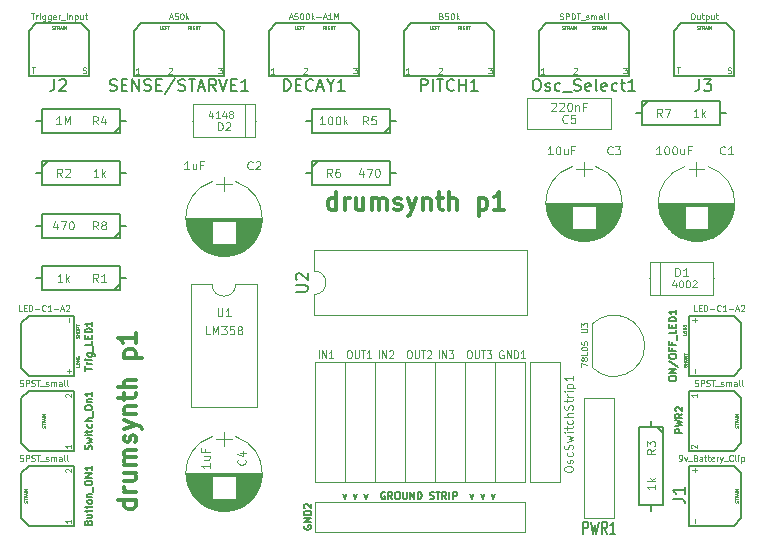
<source format=gbr>
%TF.GenerationSoftware,KiCad,Pcbnew,(2017-11-10 revision 636298b5d)-pre-sym-lib*%
%TF.CreationDate,2017-12-14T16:50:35-08:00*%
%TF.ProjectId,workshop_drum1,776F726B73686F705F6472756D312E6B,rev?*%
%TF.SameCoordinates,Original*%
%TF.FileFunction,Legend,Top*%
%TF.FilePolarity,Positive*%
%FSLAX46Y46*%
G04 Gerber Fmt 4.6, Leading zero omitted, Abs format (unit mm)*
G04 Created by KiCad (PCBNEW (2017-11-10 revision 636298b5d)-pre-sym-lib) date Thursday, December 14, 2017 'PMt' 04:50:35 PM*
%MOMM*%
%LPD*%
G01*
G04 APERTURE LIST*
%ADD10C,0.300000*%
%ADD11C,0.150000*%
%ADD12C,0.125000*%
%ADD13C,0.120000*%
%ADD14C,0.100000*%
%ADD15C,0.062500*%
%ADD16C,0.187500*%
G04 APERTURE END LIST*
D10*
X27286000Y28023428D02*
X27286000Y29523428D01*
X27286000Y28094857D02*
X27143142Y28023428D01*
X26857428Y28023428D01*
X26714571Y28094857D01*
X26643142Y28166285D01*
X26571714Y28309142D01*
X26571714Y28737714D01*
X26643142Y28880571D01*
X26714571Y28952000D01*
X26857428Y29023428D01*
X27143142Y29023428D01*
X27286000Y28952000D01*
X28000285Y28023428D02*
X28000285Y29023428D01*
X28000285Y28737714D02*
X28071714Y28880571D01*
X28143142Y28952000D01*
X28286000Y29023428D01*
X28428857Y29023428D01*
X29571714Y29023428D02*
X29571714Y28023428D01*
X28928857Y29023428D02*
X28928857Y28237714D01*
X29000285Y28094857D01*
X29143142Y28023428D01*
X29357428Y28023428D01*
X29500285Y28094857D01*
X29571714Y28166285D01*
X30286000Y28023428D02*
X30286000Y29023428D01*
X30286000Y28880571D02*
X30357428Y28952000D01*
X30500285Y29023428D01*
X30714571Y29023428D01*
X30857428Y28952000D01*
X30928857Y28809142D01*
X30928857Y28023428D01*
X30928857Y28809142D02*
X31000285Y28952000D01*
X31143142Y29023428D01*
X31357428Y29023428D01*
X31500285Y28952000D01*
X31571714Y28809142D01*
X31571714Y28023428D01*
X32214571Y28094857D02*
X32357428Y28023428D01*
X32643142Y28023428D01*
X32786000Y28094857D01*
X32857428Y28237714D01*
X32857428Y28309142D01*
X32786000Y28452000D01*
X32643142Y28523428D01*
X32428857Y28523428D01*
X32286000Y28594857D01*
X32214571Y28737714D01*
X32214571Y28809142D01*
X32286000Y28952000D01*
X32428857Y29023428D01*
X32643142Y29023428D01*
X32786000Y28952000D01*
X33357428Y29023428D02*
X33714571Y28023428D01*
X34071714Y29023428D02*
X33714571Y28023428D01*
X33571714Y27666285D01*
X33500285Y27594857D01*
X33357428Y27523428D01*
X34643142Y29023428D02*
X34643142Y28023428D01*
X34643142Y28880571D02*
X34714571Y28952000D01*
X34857428Y29023428D01*
X35071714Y29023428D01*
X35214571Y28952000D01*
X35286000Y28809142D01*
X35286000Y28023428D01*
X35786000Y29023428D02*
X36357428Y29023428D01*
X36000285Y29523428D02*
X36000285Y28237714D01*
X36071714Y28094857D01*
X36214571Y28023428D01*
X36357428Y28023428D01*
X36857428Y28023428D02*
X36857428Y29523428D01*
X37500285Y28023428D02*
X37500285Y28809142D01*
X37428857Y28952000D01*
X37286000Y29023428D01*
X37071714Y29023428D01*
X36928857Y28952000D01*
X36857428Y28880571D01*
X39357428Y29023428D02*
X39357428Y27523428D01*
X39357428Y28952000D02*
X39500285Y29023428D01*
X39786000Y29023428D01*
X39928857Y28952000D01*
X40000285Y28880571D01*
X40071714Y28737714D01*
X40071714Y28309142D01*
X40000285Y28166285D01*
X39928857Y28094857D01*
X39786000Y28023428D01*
X39500285Y28023428D01*
X39357428Y28094857D01*
X41500285Y28023428D02*
X40643142Y28023428D01*
X41071714Y28023428D02*
X41071714Y29523428D01*
X40928857Y29309142D01*
X40786000Y29166285D01*
X40643142Y29094857D01*
D11*
X27847142Y3938571D02*
X27990000Y3538571D01*
X28132857Y3938571D01*
X28761428Y3938571D02*
X28904285Y3538571D01*
X29047142Y3938571D01*
X29675714Y3938571D02*
X29818571Y3538571D01*
X29961428Y3938571D01*
X31418571Y4110000D02*
X31361428Y4138571D01*
X31275714Y4138571D01*
X31190000Y4110000D01*
X31132857Y4052857D01*
X31104285Y3995714D01*
X31075714Y3881428D01*
X31075714Y3795714D01*
X31104285Y3681428D01*
X31132857Y3624285D01*
X31190000Y3567142D01*
X31275714Y3538571D01*
X31332857Y3538571D01*
X31418571Y3567142D01*
X31447142Y3595714D01*
X31447142Y3795714D01*
X31332857Y3795714D01*
X32047142Y3538571D02*
X31847142Y3824285D01*
X31704285Y3538571D02*
X31704285Y4138571D01*
X31932857Y4138571D01*
X31990000Y4110000D01*
X32018571Y4081428D01*
X32047142Y4024285D01*
X32047142Y3938571D01*
X32018571Y3881428D01*
X31990000Y3852857D01*
X31932857Y3824285D01*
X31704285Y3824285D01*
X32418571Y4138571D02*
X32532857Y4138571D01*
X32590000Y4110000D01*
X32647142Y4052857D01*
X32675714Y3938571D01*
X32675714Y3738571D01*
X32647142Y3624285D01*
X32590000Y3567142D01*
X32532857Y3538571D01*
X32418571Y3538571D01*
X32361428Y3567142D01*
X32304285Y3624285D01*
X32275714Y3738571D01*
X32275714Y3938571D01*
X32304285Y4052857D01*
X32361428Y4110000D01*
X32418571Y4138571D01*
X32932857Y4138571D02*
X32932857Y3652857D01*
X32961428Y3595714D01*
X32990000Y3567142D01*
X33047142Y3538571D01*
X33161428Y3538571D01*
X33218571Y3567142D01*
X33247142Y3595714D01*
X33275714Y3652857D01*
X33275714Y4138571D01*
X33561428Y3538571D02*
X33561428Y4138571D01*
X33904285Y3538571D01*
X33904285Y4138571D01*
X34190000Y3538571D02*
X34190000Y4138571D01*
X34332857Y4138571D01*
X34418571Y4110000D01*
X34475714Y4052857D01*
X34504285Y3995714D01*
X34532857Y3881428D01*
X34532857Y3795714D01*
X34504285Y3681428D01*
X34475714Y3624285D01*
X34418571Y3567142D01*
X34332857Y3538571D01*
X34190000Y3538571D01*
X35218571Y3567142D02*
X35304285Y3538571D01*
X35447142Y3538571D01*
X35504285Y3567142D01*
X35532857Y3595714D01*
X35561428Y3652857D01*
X35561428Y3710000D01*
X35532857Y3767142D01*
X35504285Y3795714D01*
X35447142Y3824285D01*
X35332857Y3852857D01*
X35275714Y3881428D01*
X35247142Y3910000D01*
X35218571Y3967142D01*
X35218571Y4024285D01*
X35247142Y4081428D01*
X35275714Y4110000D01*
X35332857Y4138571D01*
X35475714Y4138571D01*
X35561428Y4110000D01*
X35732857Y4138571D02*
X36075714Y4138571D01*
X35904285Y3538571D02*
X35904285Y4138571D01*
X36618571Y3538571D02*
X36418571Y3824285D01*
X36275714Y3538571D02*
X36275714Y4138571D01*
X36504285Y4138571D01*
X36561428Y4110000D01*
X36590000Y4081428D01*
X36618571Y4024285D01*
X36618571Y3938571D01*
X36590000Y3881428D01*
X36561428Y3852857D01*
X36504285Y3824285D01*
X36275714Y3824285D01*
X36875714Y3538571D02*
X36875714Y4138571D01*
X37161428Y3538571D02*
X37161428Y4138571D01*
X37390000Y4138571D01*
X37447142Y4110000D01*
X37475714Y4081428D01*
X37504285Y4024285D01*
X37504285Y3938571D01*
X37475714Y3881428D01*
X37447142Y3852857D01*
X37390000Y3824285D01*
X37161428Y3824285D01*
X38618571Y3938571D02*
X38761428Y3538571D01*
X38904285Y3938571D01*
X39532857Y3938571D02*
X39675714Y3538571D01*
X39818571Y3938571D01*
X40447142Y3938571D02*
X40589999Y3538571D01*
X40732857Y3938571D01*
D10*
X10330571Y3410000D02*
X8830571Y3410000D01*
X10259142Y3410000D02*
X10330571Y3267142D01*
X10330571Y2981428D01*
X10259142Y2838571D01*
X10187714Y2767142D01*
X10044857Y2695714D01*
X9616285Y2695714D01*
X9473428Y2767142D01*
X9402000Y2838571D01*
X9330571Y2981428D01*
X9330571Y3267142D01*
X9402000Y3410000D01*
X10330571Y4124285D02*
X9330571Y4124285D01*
X9616285Y4124285D02*
X9473428Y4195714D01*
X9402000Y4267142D01*
X9330571Y4410000D01*
X9330571Y4552857D01*
X9330571Y5695714D02*
X10330571Y5695714D01*
X9330571Y5052857D02*
X10116285Y5052857D01*
X10259142Y5124285D01*
X10330571Y5267142D01*
X10330571Y5481428D01*
X10259142Y5624285D01*
X10187714Y5695714D01*
X10330571Y6410000D02*
X9330571Y6410000D01*
X9473428Y6410000D02*
X9402000Y6481428D01*
X9330571Y6624285D01*
X9330571Y6838571D01*
X9402000Y6981428D01*
X9544857Y7052857D01*
X10330571Y7052857D01*
X9544857Y7052857D02*
X9402000Y7124285D01*
X9330571Y7267142D01*
X9330571Y7481428D01*
X9402000Y7624285D01*
X9544857Y7695714D01*
X10330571Y7695714D01*
X10259142Y8338571D02*
X10330571Y8481428D01*
X10330571Y8767142D01*
X10259142Y8910000D01*
X10116285Y8981428D01*
X10044857Y8981428D01*
X9902000Y8910000D01*
X9830571Y8767142D01*
X9830571Y8552857D01*
X9759142Y8410000D01*
X9616285Y8338571D01*
X9544857Y8338571D01*
X9402000Y8410000D01*
X9330571Y8552857D01*
X9330571Y8767142D01*
X9402000Y8910000D01*
X9330571Y9481428D02*
X10330571Y9838571D01*
X9330571Y10195714D02*
X10330571Y9838571D01*
X10687714Y9695714D01*
X10759142Y9624285D01*
X10830571Y9481428D01*
X9330571Y10767142D02*
X10330571Y10767142D01*
X9473428Y10767142D02*
X9402000Y10838571D01*
X9330571Y10981428D01*
X9330571Y11195714D01*
X9402000Y11338571D01*
X9544857Y11410000D01*
X10330571Y11410000D01*
X9330571Y11910000D02*
X9330571Y12481428D01*
X8830571Y12124285D02*
X10116285Y12124285D01*
X10259142Y12195714D01*
X10330571Y12338571D01*
X10330571Y12481428D01*
X10330571Y12981428D02*
X8830571Y12981428D01*
X10330571Y13624285D02*
X9544857Y13624285D01*
X9402000Y13552857D01*
X9330571Y13410000D01*
X9330571Y13195714D01*
X9402000Y13052857D01*
X9473428Y12981428D01*
X9330571Y15481428D02*
X10830571Y15481428D01*
X9402000Y15481428D02*
X9330571Y15624285D01*
X9330571Y15910000D01*
X9402000Y16052857D01*
X9473428Y16124285D01*
X9616285Y16195714D01*
X10044857Y16195714D01*
X10187714Y16124285D01*
X10259142Y16052857D01*
X10330571Y15910000D01*
X10330571Y15624285D01*
X10259142Y15481428D01*
X10330571Y17624285D02*
X10330571Y16767142D01*
X10330571Y17195714D02*
X8830571Y17195714D01*
X9044857Y17052857D01*
X9187714Y16910000D01*
X9259142Y16767142D01*
D12*
%TO.C,GND2*%
X25527000Y762000D02*
X25527000Y3302000D01*
X43307000Y762000D02*
X25527000Y762000D01*
X43307000Y3302000D02*
X43307000Y762000D01*
X25527000Y3302000D02*
X43307000Y3302000D01*
%TO.C,IN1*%
X25527000Y15113000D02*
X28067000Y15113000D01*
X25527000Y4953000D02*
X25527000Y15113000D01*
X28067000Y4953000D02*
X25527000Y4953000D01*
X28067000Y15113000D02*
X28067000Y4953000D01*
%TO.C,OUT3*%
X38227000Y15113000D02*
X40767000Y15113000D01*
X38227000Y4953000D02*
X38227000Y15113000D01*
X40767000Y4953000D02*
X38227000Y4953000D01*
X40767000Y15113000D02*
X40767000Y4953000D01*
%TO.C,OUT2*%
X35687000Y15113000D02*
X35687000Y4953000D01*
X35687000Y4953000D02*
X33147000Y4953000D01*
X33147000Y4953000D02*
X33147000Y15113000D01*
X33147000Y15113000D02*
X35687000Y15113000D01*
%TO.C,OUT1*%
X28067000Y15113000D02*
X30607000Y15113000D01*
X28067000Y4953000D02*
X28067000Y15113000D01*
X30607000Y4953000D02*
X28067000Y4953000D01*
X30607000Y15113000D02*
X30607000Y4953000D01*
%TO.C,OscSwitchStrip1*%
X46228000Y15113000D02*
X46228000Y4953000D01*
X46228000Y4953000D02*
X43688000Y4953000D01*
X43688000Y4953000D02*
X43688000Y15113000D01*
X43688000Y15113000D02*
X46228000Y15113000D01*
%TO.C,IN2*%
X33147000Y15113000D02*
X33147000Y4953000D01*
X33147000Y4953000D02*
X30607000Y4953000D01*
X30607000Y4953000D02*
X30607000Y15113000D01*
X30607000Y15113000D02*
X33147000Y15113000D01*
%TO.C,IN3*%
X35687000Y15113000D02*
X38227000Y15113000D01*
X35687000Y4953000D02*
X35687000Y15113000D01*
X38227000Y4953000D02*
X35687000Y4953000D01*
X38227000Y15113000D02*
X38227000Y4953000D01*
D11*
%TO.C,ON/OFF_LED1*%
X60960000Y19050000D02*
X57150000Y19050000D01*
X61595000Y18415000D02*
X60960000Y19050000D01*
X61595000Y14605000D02*
X61595000Y18415000D01*
X60960000Y13970000D02*
X61595000Y14605000D01*
X57150000Y13970000D02*
X60960000Y13970000D01*
X57150000Y19050000D02*
X57150000Y13970000D01*
%TO.C,Trig_LED1*%
X5080000Y13970000D02*
X5080000Y19050000D01*
X5080000Y19050000D02*
X1270000Y19050000D01*
X1270000Y19050000D02*
X635000Y18415000D01*
X635000Y18415000D02*
X635000Y14605000D01*
X635000Y14605000D02*
X1270000Y13970000D01*
X1270000Y13970000D02*
X5080000Y13970000D01*
D13*
%TO.C,C5*%
X50590000Y34885000D02*
X43470000Y34885000D01*
X50590000Y37505000D02*
X43470000Y37505000D01*
X50590000Y34885000D02*
X50590000Y37505000D01*
X43470000Y34885000D02*
X43470000Y37505000D01*
%TO.C,C4*%
X16800643Y2646560D02*
G75*
G03X18760000Y2646764I979357J3088440D01*
G01*
X16800643Y2646560D02*
G75*
G02X16800000Y8823236I979357J3088440D01*
G01*
X18759357Y2646560D02*
G75*
G03X18760000Y8823236I-979357J3088440D01*
G01*
X18430000Y8585000D02*
X17130000Y8585000D01*
X17780000Y9185000D02*
X17780000Y7985000D01*
X18248000Y2534000D02*
X17312000Y2534000D01*
X18456000Y2574000D02*
X17104000Y2574000D01*
X18614000Y2614000D02*
X16946000Y2614000D01*
X18746000Y2654000D02*
X16814000Y2654000D01*
X18861000Y2694000D02*
X16699000Y2694000D01*
X18964000Y2734000D02*
X16596000Y2734000D01*
X19058000Y2774000D02*
X16502000Y2774000D01*
X19144000Y2814000D02*
X16416000Y2814000D01*
X19225000Y2854000D02*
X16335000Y2854000D01*
X19300000Y2894000D02*
X16260000Y2894000D01*
X19371000Y2934000D02*
X16189000Y2934000D01*
X19438000Y2974000D02*
X16122000Y2974000D01*
X19501000Y3014000D02*
X16059000Y3014000D01*
X19561000Y3054000D02*
X15999000Y3054000D01*
X19619000Y3094000D02*
X15941000Y3094000D01*
X19674000Y3134000D02*
X15886000Y3134000D01*
X19726000Y3174000D02*
X15834000Y3174000D01*
X19777000Y3214000D02*
X15783000Y3214000D01*
X19825000Y3254000D02*
X15735000Y3254000D01*
X19872000Y3294000D02*
X15688000Y3294000D01*
X19917000Y3334000D02*
X15643000Y3334000D01*
X19960000Y3374000D02*
X15600000Y3374000D01*
X20002000Y3414000D02*
X15558000Y3414000D01*
X20042000Y3454000D02*
X15518000Y3454000D01*
X20081000Y3494000D02*
X15479000Y3494000D01*
X16800000Y3534000D02*
X15441000Y3534000D01*
X20119000Y3534000D02*
X18760000Y3534000D01*
X16800000Y3574000D02*
X15405000Y3574000D01*
X20155000Y3574000D02*
X18760000Y3574000D01*
X16800000Y3614000D02*
X15369000Y3614000D01*
X20191000Y3614000D02*
X18760000Y3614000D01*
X16800000Y3654000D02*
X15335000Y3654000D01*
X20225000Y3654000D02*
X18760000Y3654000D01*
X16800000Y3694000D02*
X15302000Y3694000D01*
X20258000Y3694000D02*
X18760000Y3694000D01*
X16800000Y3734000D02*
X15270000Y3734000D01*
X20290000Y3734000D02*
X18760000Y3734000D01*
X16800000Y3774000D02*
X15240000Y3774000D01*
X20320000Y3774000D02*
X18760000Y3774000D01*
X16800000Y3814000D02*
X15210000Y3814000D01*
X20350000Y3814000D02*
X18760000Y3814000D01*
X16800000Y3854000D02*
X15181000Y3854000D01*
X20379000Y3854000D02*
X18760000Y3854000D01*
X16800000Y3894000D02*
X15153000Y3894000D01*
X20407000Y3894000D02*
X18760000Y3894000D01*
X16800000Y3934000D02*
X15126000Y3934000D01*
X20434000Y3934000D02*
X18760000Y3934000D01*
X16800000Y3974000D02*
X15099000Y3974000D01*
X20461000Y3974000D02*
X18760000Y3974000D01*
X16800000Y4014000D02*
X15074000Y4014000D01*
X20486000Y4014000D02*
X18760000Y4014000D01*
X16800000Y4054000D02*
X15049000Y4054000D01*
X20511000Y4054000D02*
X18760000Y4054000D01*
X16800000Y4094000D02*
X15025000Y4094000D01*
X20535000Y4094000D02*
X18760000Y4094000D01*
X16800000Y4134000D02*
X15002000Y4134000D01*
X20558000Y4134000D02*
X18760000Y4134000D01*
X16800000Y4174000D02*
X14980000Y4174000D01*
X20580000Y4174000D02*
X18760000Y4174000D01*
X16800000Y4214000D02*
X14958000Y4214000D01*
X20602000Y4214000D02*
X18760000Y4214000D01*
X16800000Y4254000D02*
X14937000Y4254000D01*
X20623000Y4254000D02*
X18760000Y4254000D01*
X16800000Y4294000D02*
X14917000Y4294000D01*
X20643000Y4294000D02*
X18760000Y4294000D01*
X16800000Y4334000D02*
X14898000Y4334000D01*
X20662000Y4334000D02*
X18760000Y4334000D01*
X16800000Y4374000D02*
X14879000Y4374000D01*
X20681000Y4374000D02*
X18760000Y4374000D01*
X16800000Y4414000D02*
X14861000Y4414000D01*
X20699000Y4414000D02*
X18760000Y4414000D01*
X16800000Y4454000D02*
X14843000Y4454000D01*
X20717000Y4454000D02*
X18760000Y4454000D01*
X16800000Y4494000D02*
X14826000Y4494000D01*
X20734000Y4494000D02*
X18760000Y4494000D01*
X16800000Y4534000D02*
X14810000Y4534000D01*
X20750000Y4534000D02*
X18760000Y4534000D01*
X16800000Y4574000D02*
X14794000Y4574000D01*
X20766000Y4574000D02*
X18760000Y4574000D01*
X16800000Y4614000D02*
X14779000Y4614000D01*
X20781000Y4614000D02*
X18760000Y4614000D01*
X16800000Y4654000D02*
X14765000Y4654000D01*
X20795000Y4654000D02*
X18760000Y4654000D01*
X16800000Y4694000D02*
X14751000Y4694000D01*
X20809000Y4694000D02*
X18760000Y4694000D01*
X16800000Y4734000D02*
X14738000Y4734000D01*
X20822000Y4734000D02*
X18760000Y4734000D01*
X16800000Y4774000D02*
X14725000Y4774000D01*
X20835000Y4774000D02*
X18760000Y4774000D01*
X16800000Y4814000D02*
X14713000Y4814000D01*
X20847000Y4814000D02*
X18760000Y4814000D01*
X16800000Y4854000D02*
X14701000Y4854000D01*
X20859000Y4854000D02*
X18760000Y4854000D01*
X16800000Y4894000D02*
X14690000Y4894000D01*
X20870000Y4894000D02*
X18760000Y4894000D01*
X16800000Y4934000D02*
X14680000Y4934000D01*
X20880000Y4934000D02*
X18760000Y4934000D01*
X16800000Y4974000D02*
X14670000Y4974000D01*
X20890000Y4974000D02*
X18760000Y4974000D01*
X16800000Y5014000D02*
X14661000Y5014000D01*
X20899000Y5014000D02*
X18760000Y5014000D01*
X16800000Y5055000D02*
X14652000Y5055000D01*
X20908000Y5055000D02*
X18760000Y5055000D01*
X16800000Y5095000D02*
X14643000Y5095000D01*
X20917000Y5095000D02*
X18760000Y5095000D01*
X16800000Y5135000D02*
X14636000Y5135000D01*
X20924000Y5135000D02*
X18760000Y5135000D01*
X16800000Y5175000D02*
X14628000Y5175000D01*
X20932000Y5175000D02*
X18760000Y5175000D01*
X16800000Y5215000D02*
X14622000Y5215000D01*
X20938000Y5215000D02*
X18760000Y5215000D01*
X16800000Y5255000D02*
X14615000Y5255000D01*
X20945000Y5255000D02*
X18760000Y5255000D01*
X16800000Y5295000D02*
X14610000Y5295000D01*
X20950000Y5295000D02*
X18760000Y5295000D01*
X16800000Y5335000D02*
X14604000Y5335000D01*
X20956000Y5335000D02*
X18760000Y5335000D01*
X16800000Y5375000D02*
X14600000Y5375000D01*
X20960000Y5375000D02*
X18760000Y5375000D01*
X16800000Y5415000D02*
X14595000Y5415000D01*
X20965000Y5415000D02*
X18760000Y5415000D01*
X16800000Y5455000D02*
X14592000Y5455000D01*
X20968000Y5455000D02*
X18760000Y5455000D01*
X20972000Y5495000D02*
X14588000Y5495000D01*
X20974000Y5535000D02*
X14586000Y5535000D01*
X20977000Y5575000D02*
X14583000Y5575000D01*
X20978000Y5615000D02*
X14582000Y5615000D01*
X20980000Y5655000D02*
X14580000Y5655000D01*
X20980000Y5695000D02*
X14580000Y5695000D01*
X20980000Y5735000D02*
X14580000Y5735000D01*
%TO.C,C1*%
X60985000Y28595000D02*
X54585000Y28595000D01*
X60985000Y28555000D02*
X54585000Y28555000D01*
X60985000Y28515000D02*
X54585000Y28515000D01*
X60983000Y28475000D02*
X54587000Y28475000D01*
X60982000Y28435000D02*
X54588000Y28435000D01*
X60979000Y28395000D02*
X54591000Y28395000D01*
X60977000Y28355000D02*
X54593000Y28355000D01*
X60973000Y28315000D02*
X58765000Y28315000D01*
X56805000Y28315000D02*
X54597000Y28315000D01*
X60970000Y28275000D02*
X58765000Y28275000D01*
X56805000Y28275000D02*
X54600000Y28275000D01*
X60965000Y28235000D02*
X58765000Y28235000D01*
X56805000Y28235000D02*
X54605000Y28235000D01*
X60961000Y28195000D02*
X58765000Y28195000D01*
X56805000Y28195000D02*
X54609000Y28195000D01*
X60955000Y28155000D02*
X58765000Y28155000D01*
X56805000Y28155000D02*
X54615000Y28155000D01*
X60950000Y28115000D02*
X58765000Y28115000D01*
X56805000Y28115000D02*
X54620000Y28115000D01*
X60943000Y28075000D02*
X58765000Y28075000D01*
X56805000Y28075000D02*
X54627000Y28075000D01*
X60937000Y28035000D02*
X58765000Y28035000D01*
X56805000Y28035000D02*
X54633000Y28035000D01*
X60929000Y27995000D02*
X58765000Y27995000D01*
X56805000Y27995000D02*
X54641000Y27995000D01*
X60922000Y27955000D02*
X58765000Y27955000D01*
X56805000Y27955000D02*
X54648000Y27955000D01*
X60913000Y27915000D02*
X58765000Y27915000D01*
X56805000Y27915000D02*
X54657000Y27915000D01*
X60904000Y27874000D02*
X58765000Y27874000D01*
X56805000Y27874000D02*
X54666000Y27874000D01*
X60895000Y27834000D02*
X58765000Y27834000D01*
X56805000Y27834000D02*
X54675000Y27834000D01*
X60885000Y27794000D02*
X58765000Y27794000D01*
X56805000Y27794000D02*
X54685000Y27794000D01*
X60875000Y27754000D02*
X58765000Y27754000D01*
X56805000Y27754000D02*
X54695000Y27754000D01*
X60864000Y27714000D02*
X58765000Y27714000D01*
X56805000Y27714000D02*
X54706000Y27714000D01*
X60852000Y27674000D02*
X58765000Y27674000D01*
X56805000Y27674000D02*
X54718000Y27674000D01*
X60840000Y27634000D02*
X58765000Y27634000D01*
X56805000Y27634000D02*
X54730000Y27634000D01*
X60827000Y27594000D02*
X58765000Y27594000D01*
X56805000Y27594000D02*
X54743000Y27594000D01*
X60814000Y27554000D02*
X58765000Y27554000D01*
X56805000Y27554000D02*
X54756000Y27554000D01*
X60800000Y27514000D02*
X58765000Y27514000D01*
X56805000Y27514000D02*
X54770000Y27514000D01*
X60786000Y27474000D02*
X58765000Y27474000D01*
X56805000Y27474000D02*
X54784000Y27474000D01*
X60771000Y27434000D02*
X58765000Y27434000D01*
X56805000Y27434000D02*
X54799000Y27434000D01*
X60755000Y27394000D02*
X58765000Y27394000D01*
X56805000Y27394000D02*
X54815000Y27394000D01*
X60739000Y27354000D02*
X58765000Y27354000D01*
X56805000Y27354000D02*
X54831000Y27354000D01*
X60722000Y27314000D02*
X58765000Y27314000D01*
X56805000Y27314000D02*
X54848000Y27314000D01*
X60704000Y27274000D02*
X58765000Y27274000D01*
X56805000Y27274000D02*
X54866000Y27274000D01*
X60686000Y27234000D02*
X58765000Y27234000D01*
X56805000Y27234000D02*
X54884000Y27234000D01*
X60667000Y27194000D02*
X58765000Y27194000D01*
X56805000Y27194000D02*
X54903000Y27194000D01*
X60648000Y27154000D02*
X58765000Y27154000D01*
X56805000Y27154000D02*
X54922000Y27154000D01*
X60628000Y27114000D02*
X58765000Y27114000D01*
X56805000Y27114000D02*
X54942000Y27114000D01*
X60607000Y27074000D02*
X58765000Y27074000D01*
X56805000Y27074000D02*
X54963000Y27074000D01*
X60585000Y27034000D02*
X58765000Y27034000D01*
X56805000Y27034000D02*
X54985000Y27034000D01*
X60563000Y26994000D02*
X58765000Y26994000D01*
X56805000Y26994000D02*
X55007000Y26994000D01*
X60540000Y26954000D02*
X58765000Y26954000D01*
X56805000Y26954000D02*
X55030000Y26954000D01*
X60516000Y26914000D02*
X58765000Y26914000D01*
X56805000Y26914000D02*
X55054000Y26914000D01*
X60491000Y26874000D02*
X58765000Y26874000D01*
X56805000Y26874000D02*
X55079000Y26874000D01*
X60466000Y26834000D02*
X58765000Y26834000D01*
X56805000Y26834000D02*
X55104000Y26834000D01*
X60439000Y26794000D02*
X58765000Y26794000D01*
X56805000Y26794000D02*
X55131000Y26794000D01*
X60412000Y26754000D02*
X58765000Y26754000D01*
X56805000Y26754000D02*
X55158000Y26754000D01*
X60384000Y26714000D02*
X58765000Y26714000D01*
X56805000Y26714000D02*
X55186000Y26714000D01*
X60355000Y26674000D02*
X58765000Y26674000D01*
X56805000Y26674000D02*
X55215000Y26674000D01*
X60325000Y26634000D02*
X58765000Y26634000D01*
X56805000Y26634000D02*
X55245000Y26634000D01*
X60295000Y26594000D02*
X58765000Y26594000D01*
X56805000Y26594000D02*
X55275000Y26594000D01*
X60263000Y26554000D02*
X58765000Y26554000D01*
X56805000Y26554000D02*
X55307000Y26554000D01*
X60230000Y26514000D02*
X58765000Y26514000D01*
X56805000Y26514000D02*
X55340000Y26514000D01*
X60196000Y26474000D02*
X58765000Y26474000D01*
X56805000Y26474000D02*
X55374000Y26474000D01*
X60160000Y26434000D02*
X58765000Y26434000D01*
X56805000Y26434000D02*
X55410000Y26434000D01*
X60124000Y26394000D02*
X58765000Y26394000D01*
X56805000Y26394000D02*
X55446000Y26394000D01*
X60086000Y26354000D02*
X55484000Y26354000D01*
X60047000Y26314000D02*
X55523000Y26314000D01*
X60007000Y26274000D02*
X55563000Y26274000D01*
X59965000Y26234000D02*
X55605000Y26234000D01*
X59922000Y26194000D02*
X55648000Y26194000D01*
X59877000Y26154000D02*
X55693000Y26154000D01*
X59830000Y26114000D02*
X55740000Y26114000D01*
X59782000Y26074000D02*
X55788000Y26074000D01*
X59731000Y26034000D02*
X55839000Y26034000D01*
X59679000Y25994000D02*
X55891000Y25994000D01*
X59624000Y25954000D02*
X55946000Y25954000D01*
X59566000Y25914000D02*
X56004000Y25914000D01*
X59506000Y25874000D02*
X56064000Y25874000D01*
X59443000Y25834000D02*
X56127000Y25834000D01*
X59376000Y25794000D02*
X56194000Y25794000D01*
X59305000Y25754000D02*
X56265000Y25754000D01*
X59230000Y25714000D02*
X56340000Y25714000D01*
X59149000Y25674000D02*
X56421000Y25674000D01*
X59063000Y25634000D02*
X56507000Y25634000D01*
X58969000Y25594000D02*
X56601000Y25594000D01*
X58866000Y25554000D02*
X56704000Y25554000D01*
X58751000Y25514000D02*
X56819000Y25514000D01*
X58619000Y25474000D02*
X56951000Y25474000D01*
X58461000Y25434000D02*
X57109000Y25434000D01*
X58253000Y25394000D02*
X57317000Y25394000D01*
X57785000Y32045000D02*
X57785000Y30845000D01*
X58435000Y31445000D02*
X57135000Y31445000D01*
X58764357Y25506560D02*
G75*
G03X58765000Y31683236I-979357J3088440D01*
G01*
X56805643Y25506560D02*
G75*
G02X56805000Y31683236I979357J3088440D01*
G01*
X56805643Y25506560D02*
G75*
G03X58765000Y25506764I979357J3088440D01*
G01*
%TO.C,C2*%
X16800643Y24236560D02*
G75*
G03X18760000Y24236764I979357J3088440D01*
G01*
X16800643Y24236560D02*
G75*
G02X16800000Y30413236I979357J3088440D01*
G01*
X18759357Y24236560D02*
G75*
G03X18760000Y30413236I-979357J3088440D01*
G01*
X18430000Y30175000D02*
X17130000Y30175000D01*
X17780000Y30775000D02*
X17780000Y29575000D01*
X18248000Y24124000D02*
X17312000Y24124000D01*
X18456000Y24164000D02*
X17104000Y24164000D01*
X18614000Y24204000D02*
X16946000Y24204000D01*
X18746000Y24244000D02*
X16814000Y24244000D01*
X18861000Y24284000D02*
X16699000Y24284000D01*
X18964000Y24324000D02*
X16596000Y24324000D01*
X19058000Y24364000D02*
X16502000Y24364000D01*
X19144000Y24404000D02*
X16416000Y24404000D01*
X19225000Y24444000D02*
X16335000Y24444000D01*
X19300000Y24484000D02*
X16260000Y24484000D01*
X19371000Y24524000D02*
X16189000Y24524000D01*
X19438000Y24564000D02*
X16122000Y24564000D01*
X19501000Y24604000D02*
X16059000Y24604000D01*
X19561000Y24644000D02*
X15999000Y24644000D01*
X19619000Y24684000D02*
X15941000Y24684000D01*
X19674000Y24724000D02*
X15886000Y24724000D01*
X19726000Y24764000D02*
X15834000Y24764000D01*
X19777000Y24804000D02*
X15783000Y24804000D01*
X19825000Y24844000D02*
X15735000Y24844000D01*
X19872000Y24884000D02*
X15688000Y24884000D01*
X19917000Y24924000D02*
X15643000Y24924000D01*
X19960000Y24964000D02*
X15600000Y24964000D01*
X20002000Y25004000D02*
X15558000Y25004000D01*
X20042000Y25044000D02*
X15518000Y25044000D01*
X20081000Y25084000D02*
X15479000Y25084000D01*
X16800000Y25124000D02*
X15441000Y25124000D01*
X20119000Y25124000D02*
X18760000Y25124000D01*
X16800000Y25164000D02*
X15405000Y25164000D01*
X20155000Y25164000D02*
X18760000Y25164000D01*
X16800000Y25204000D02*
X15369000Y25204000D01*
X20191000Y25204000D02*
X18760000Y25204000D01*
X16800000Y25244000D02*
X15335000Y25244000D01*
X20225000Y25244000D02*
X18760000Y25244000D01*
X16800000Y25284000D02*
X15302000Y25284000D01*
X20258000Y25284000D02*
X18760000Y25284000D01*
X16800000Y25324000D02*
X15270000Y25324000D01*
X20290000Y25324000D02*
X18760000Y25324000D01*
X16800000Y25364000D02*
X15240000Y25364000D01*
X20320000Y25364000D02*
X18760000Y25364000D01*
X16800000Y25404000D02*
X15210000Y25404000D01*
X20350000Y25404000D02*
X18760000Y25404000D01*
X16800000Y25444000D02*
X15181000Y25444000D01*
X20379000Y25444000D02*
X18760000Y25444000D01*
X16800000Y25484000D02*
X15153000Y25484000D01*
X20407000Y25484000D02*
X18760000Y25484000D01*
X16800000Y25524000D02*
X15126000Y25524000D01*
X20434000Y25524000D02*
X18760000Y25524000D01*
X16800000Y25564000D02*
X15099000Y25564000D01*
X20461000Y25564000D02*
X18760000Y25564000D01*
X16800000Y25604000D02*
X15074000Y25604000D01*
X20486000Y25604000D02*
X18760000Y25604000D01*
X16800000Y25644000D02*
X15049000Y25644000D01*
X20511000Y25644000D02*
X18760000Y25644000D01*
X16800000Y25684000D02*
X15025000Y25684000D01*
X20535000Y25684000D02*
X18760000Y25684000D01*
X16800000Y25724000D02*
X15002000Y25724000D01*
X20558000Y25724000D02*
X18760000Y25724000D01*
X16800000Y25764000D02*
X14980000Y25764000D01*
X20580000Y25764000D02*
X18760000Y25764000D01*
X16800000Y25804000D02*
X14958000Y25804000D01*
X20602000Y25804000D02*
X18760000Y25804000D01*
X16800000Y25844000D02*
X14937000Y25844000D01*
X20623000Y25844000D02*
X18760000Y25844000D01*
X16800000Y25884000D02*
X14917000Y25884000D01*
X20643000Y25884000D02*
X18760000Y25884000D01*
X16800000Y25924000D02*
X14898000Y25924000D01*
X20662000Y25924000D02*
X18760000Y25924000D01*
X16800000Y25964000D02*
X14879000Y25964000D01*
X20681000Y25964000D02*
X18760000Y25964000D01*
X16800000Y26004000D02*
X14861000Y26004000D01*
X20699000Y26004000D02*
X18760000Y26004000D01*
X16800000Y26044000D02*
X14843000Y26044000D01*
X20717000Y26044000D02*
X18760000Y26044000D01*
X16800000Y26084000D02*
X14826000Y26084000D01*
X20734000Y26084000D02*
X18760000Y26084000D01*
X16800000Y26124000D02*
X14810000Y26124000D01*
X20750000Y26124000D02*
X18760000Y26124000D01*
X16800000Y26164000D02*
X14794000Y26164000D01*
X20766000Y26164000D02*
X18760000Y26164000D01*
X16800000Y26204000D02*
X14779000Y26204000D01*
X20781000Y26204000D02*
X18760000Y26204000D01*
X16800000Y26244000D02*
X14765000Y26244000D01*
X20795000Y26244000D02*
X18760000Y26244000D01*
X16800000Y26284000D02*
X14751000Y26284000D01*
X20809000Y26284000D02*
X18760000Y26284000D01*
X16800000Y26324000D02*
X14738000Y26324000D01*
X20822000Y26324000D02*
X18760000Y26324000D01*
X16800000Y26364000D02*
X14725000Y26364000D01*
X20835000Y26364000D02*
X18760000Y26364000D01*
X16800000Y26404000D02*
X14713000Y26404000D01*
X20847000Y26404000D02*
X18760000Y26404000D01*
X16800000Y26444000D02*
X14701000Y26444000D01*
X20859000Y26444000D02*
X18760000Y26444000D01*
X16800000Y26484000D02*
X14690000Y26484000D01*
X20870000Y26484000D02*
X18760000Y26484000D01*
X16800000Y26524000D02*
X14680000Y26524000D01*
X20880000Y26524000D02*
X18760000Y26524000D01*
X16800000Y26564000D02*
X14670000Y26564000D01*
X20890000Y26564000D02*
X18760000Y26564000D01*
X16800000Y26604000D02*
X14661000Y26604000D01*
X20899000Y26604000D02*
X18760000Y26604000D01*
X16800000Y26645000D02*
X14652000Y26645000D01*
X20908000Y26645000D02*
X18760000Y26645000D01*
X16800000Y26685000D02*
X14643000Y26685000D01*
X20917000Y26685000D02*
X18760000Y26685000D01*
X16800000Y26725000D02*
X14636000Y26725000D01*
X20924000Y26725000D02*
X18760000Y26725000D01*
X16800000Y26765000D02*
X14628000Y26765000D01*
X20932000Y26765000D02*
X18760000Y26765000D01*
X16800000Y26805000D02*
X14622000Y26805000D01*
X20938000Y26805000D02*
X18760000Y26805000D01*
X16800000Y26845000D02*
X14615000Y26845000D01*
X20945000Y26845000D02*
X18760000Y26845000D01*
X16800000Y26885000D02*
X14610000Y26885000D01*
X20950000Y26885000D02*
X18760000Y26885000D01*
X16800000Y26925000D02*
X14604000Y26925000D01*
X20956000Y26925000D02*
X18760000Y26925000D01*
X16800000Y26965000D02*
X14600000Y26965000D01*
X20960000Y26965000D02*
X18760000Y26965000D01*
X16800000Y27005000D02*
X14595000Y27005000D01*
X20965000Y27005000D02*
X18760000Y27005000D01*
X16800000Y27045000D02*
X14592000Y27045000D01*
X20968000Y27045000D02*
X18760000Y27045000D01*
X20972000Y27085000D02*
X14588000Y27085000D01*
X20974000Y27125000D02*
X14586000Y27125000D01*
X20977000Y27165000D02*
X14583000Y27165000D01*
X20978000Y27205000D02*
X14582000Y27205000D01*
X20980000Y27245000D02*
X14580000Y27245000D01*
X20980000Y27285000D02*
X14580000Y27285000D01*
X20980000Y27325000D02*
X14580000Y27325000D01*
%TO.C,C3*%
X51460000Y28595000D02*
X45060000Y28595000D01*
X51460000Y28555000D02*
X45060000Y28555000D01*
X51460000Y28515000D02*
X45060000Y28515000D01*
X51458000Y28475000D02*
X45062000Y28475000D01*
X51457000Y28435000D02*
X45063000Y28435000D01*
X51454000Y28395000D02*
X45066000Y28395000D01*
X51452000Y28355000D02*
X45068000Y28355000D01*
X51448000Y28315000D02*
X49240000Y28315000D01*
X47280000Y28315000D02*
X45072000Y28315000D01*
X51445000Y28275000D02*
X49240000Y28275000D01*
X47280000Y28275000D02*
X45075000Y28275000D01*
X51440000Y28235000D02*
X49240000Y28235000D01*
X47280000Y28235000D02*
X45080000Y28235000D01*
X51436000Y28195000D02*
X49240000Y28195000D01*
X47280000Y28195000D02*
X45084000Y28195000D01*
X51430000Y28155000D02*
X49240000Y28155000D01*
X47280000Y28155000D02*
X45090000Y28155000D01*
X51425000Y28115000D02*
X49240000Y28115000D01*
X47280000Y28115000D02*
X45095000Y28115000D01*
X51418000Y28075000D02*
X49240000Y28075000D01*
X47280000Y28075000D02*
X45102000Y28075000D01*
X51412000Y28035000D02*
X49240000Y28035000D01*
X47280000Y28035000D02*
X45108000Y28035000D01*
X51404000Y27995000D02*
X49240000Y27995000D01*
X47280000Y27995000D02*
X45116000Y27995000D01*
X51397000Y27955000D02*
X49240000Y27955000D01*
X47280000Y27955000D02*
X45123000Y27955000D01*
X51388000Y27915000D02*
X49240000Y27915000D01*
X47280000Y27915000D02*
X45132000Y27915000D01*
X51379000Y27874000D02*
X49240000Y27874000D01*
X47280000Y27874000D02*
X45141000Y27874000D01*
X51370000Y27834000D02*
X49240000Y27834000D01*
X47280000Y27834000D02*
X45150000Y27834000D01*
X51360000Y27794000D02*
X49240000Y27794000D01*
X47280000Y27794000D02*
X45160000Y27794000D01*
X51350000Y27754000D02*
X49240000Y27754000D01*
X47280000Y27754000D02*
X45170000Y27754000D01*
X51339000Y27714000D02*
X49240000Y27714000D01*
X47280000Y27714000D02*
X45181000Y27714000D01*
X51327000Y27674000D02*
X49240000Y27674000D01*
X47280000Y27674000D02*
X45193000Y27674000D01*
X51315000Y27634000D02*
X49240000Y27634000D01*
X47280000Y27634000D02*
X45205000Y27634000D01*
X51302000Y27594000D02*
X49240000Y27594000D01*
X47280000Y27594000D02*
X45218000Y27594000D01*
X51289000Y27554000D02*
X49240000Y27554000D01*
X47280000Y27554000D02*
X45231000Y27554000D01*
X51275000Y27514000D02*
X49240000Y27514000D01*
X47280000Y27514000D02*
X45245000Y27514000D01*
X51261000Y27474000D02*
X49240000Y27474000D01*
X47280000Y27474000D02*
X45259000Y27474000D01*
X51246000Y27434000D02*
X49240000Y27434000D01*
X47280000Y27434000D02*
X45274000Y27434000D01*
X51230000Y27394000D02*
X49240000Y27394000D01*
X47280000Y27394000D02*
X45290000Y27394000D01*
X51214000Y27354000D02*
X49240000Y27354000D01*
X47280000Y27354000D02*
X45306000Y27354000D01*
X51197000Y27314000D02*
X49240000Y27314000D01*
X47280000Y27314000D02*
X45323000Y27314000D01*
X51179000Y27274000D02*
X49240000Y27274000D01*
X47280000Y27274000D02*
X45341000Y27274000D01*
X51161000Y27234000D02*
X49240000Y27234000D01*
X47280000Y27234000D02*
X45359000Y27234000D01*
X51142000Y27194000D02*
X49240000Y27194000D01*
X47280000Y27194000D02*
X45378000Y27194000D01*
X51123000Y27154000D02*
X49240000Y27154000D01*
X47280000Y27154000D02*
X45397000Y27154000D01*
X51103000Y27114000D02*
X49240000Y27114000D01*
X47280000Y27114000D02*
X45417000Y27114000D01*
X51082000Y27074000D02*
X49240000Y27074000D01*
X47280000Y27074000D02*
X45438000Y27074000D01*
X51060000Y27034000D02*
X49240000Y27034000D01*
X47280000Y27034000D02*
X45460000Y27034000D01*
X51038000Y26994000D02*
X49240000Y26994000D01*
X47280000Y26994000D02*
X45482000Y26994000D01*
X51015000Y26954000D02*
X49240000Y26954000D01*
X47280000Y26954000D02*
X45505000Y26954000D01*
X50991000Y26914000D02*
X49240000Y26914000D01*
X47280000Y26914000D02*
X45529000Y26914000D01*
X50966000Y26874000D02*
X49240000Y26874000D01*
X47280000Y26874000D02*
X45554000Y26874000D01*
X50941000Y26834000D02*
X49240000Y26834000D01*
X47280000Y26834000D02*
X45579000Y26834000D01*
X50914000Y26794000D02*
X49240000Y26794000D01*
X47280000Y26794000D02*
X45606000Y26794000D01*
X50887000Y26754000D02*
X49240000Y26754000D01*
X47280000Y26754000D02*
X45633000Y26754000D01*
X50859000Y26714000D02*
X49240000Y26714000D01*
X47280000Y26714000D02*
X45661000Y26714000D01*
X50830000Y26674000D02*
X49240000Y26674000D01*
X47280000Y26674000D02*
X45690000Y26674000D01*
X50800000Y26634000D02*
X49240000Y26634000D01*
X47280000Y26634000D02*
X45720000Y26634000D01*
X50770000Y26594000D02*
X49240000Y26594000D01*
X47280000Y26594000D02*
X45750000Y26594000D01*
X50738000Y26554000D02*
X49240000Y26554000D01*
X47280000Y26554000D02*
X45782000Y26554000D01*
X50705000Y26514000D02*
X49240000Y26514000D01*
X47280000Y26514000D02*
X45815000Y26514000D01*
X50671000Y26474000D02*
X49240000Y26474000D01*
X47280000Y26474000D02*
X45849000Y26474000D01*
X50635000Y26434000D02*
X49240000Y26434000D01*
X47280000Y26434000D02*
X45885000Y26434000D01*
X50599000Y26394000D02*
X49240000Y26394000D01*
X47280000Y26394000D02*
X45921000Y26394000D01*
X50561000Y26354000D02*
X45959000Y26354000D01*
X50522000Y26314000D02*
X45998000Y26314000D01*
X50482000Y26274000D02*
X46038000Y26274000D01*
X50440000Y26234000D02*
X46080000Y26234000D01*
X50397000Y26194000D02*
X46123000Y26194000D01*
X50352000Y26154000D02*
X46168000Y26154000D01*
X50305000Y26114000D02*
X46215000Y26114000D01*
X50257000Y26074000D02*
X46263000Y26074000D01*
X50206000Y26034000D02*
X46314000Y26034000D01*
X50154000Y25994000D02*
X46366000Y25994000D01*
X50099000Y25954000D02*
X46421000Y25954000D01*
X50041000Y25914000D02*
X46479000Y25914000D01*
X49981000Y25874000D02*
X46539000Y25874000D01*
X49918000Y25834000D02*
X46602000Y25834000D01*
X49851000Y25794000D02*
X46669000Y25794000D01*
X49780000Y25754000D02*
X46740000Y25754000D01*
X49705000Y25714000D02*
X46815000Y25714000D01*
X49624000Y25674000D02*
X46896000Y25674000D01*
X49538000Y25634000D02*
X46982000Y25634000D01*
X49444000Y25594000D02*
X47076000Y25594000D01*
X49341000Y25554000D02*
X47179000Y25554000D01*
X49226000Y25514000D02*
X47294000Y25514000D01*
X49094000Y25474000D02*
X47426000Y25474000D01*
X48936000Y25434000D02*
X47584000Y25434000D01*
X48728000Y25394000D02*
X47792000Y25394000D01*
X48260000Y32045000D02*
X48260000Y30845000D01*
X48910000Y31445000D02*
X47610000Y31445000D01*
X49239357Y25506560D02*
G75*
G03X49240000Y31683236I-979357J3088440D01*
G01*
X47280643Y25506560D02*
G75*
G02X47280000Y31683236I979357J3088440D01*
G01*
X47280643Y25506560D02*
G75*
G03X49240000Y25506764I979357J3088440D01*
G01*
%TO.C,D2*%
X19600000Y34150000D02*
X19600000Y36970000D01*
X15050000Y35560000D02*
X15120000Y35560000D01*
X20510000Y35560000D02*
X20440000Y35560000D01*
X15120000Y34150000D02*
X20440000Y34150000D01*
X15120000Y36970000D02*
X15120000Y34150000D01*
X20440000Y36970000D02*
X15120000Y36970000D01*
X20440000Y34150000D02*
X20440000Y36970000D01*
%TO.C,D1*%
X53855000Y23635000D02*
X53855000Y20815000D01*
X53855000Y20815000D02*
X59175000Y20815000D01*
X59175000Y20815000D02*
X59175000Y23635000D01*
X59175000Y23635000D02*
X53855000Y23635000D01*
X53785000Y22225000D02*
X53855000Y22225000D01*
X59245000Y22225000D02*
X59175000Y22225000D01*
X54695000Y23635000D02*
X54695000Y20815000D01*
D11*
%TO.C,R8*%
X9017000Y26162000D02*
X8509000Y25654000D01*
X2413000Y27686000D02*
X2413000Y26670000D01*
X9017000Y27686000D02*
X2413000Y27686000D01*
X9017000Y25654000D02*
X9017000Y27686000D01*
X2413000Y25654000D02*
X9017000Y25654000D01*
X2413000Y26670000D02*
X2413000Y25654000D01*
X1905000Y26670000D02*
X2413000Y26670000D01*
X9525000Y26670000D02*
X9017000Y26670000D01*
%TO.C,R7*%
X52705000Y36195000D02*
X53213000Y36195000D01*
X60325000Y36195000D02*
X59817000Y36195000D01*
X59817000Y36195000D02*
X59817000Y37211000D01*
X59817000Y37211000D02*
X53213000Y37211000D01*
X53213000Y37211000D02*
X53213000Y35179000D01*
X53213000Y35179000D02*
X59817000Y35179000D01*
X59817000Y35179000D02*
X59817000Y36195000D01*
X53213000Y36703000D02*
X53721000Y37211000D01*
%TO.C,R6*%
X25273000Y31623000D02*
X25781000Y32131000D01*
X31877000Y30099000D02*
X31877000Y31115000D01*
X25273000Y30099000D02*
X31877000Y30099000D01*
X25273000Y32131000D02*
X25273000Y30099000D01*
X31877000Y32131000D02*
X25273000Y32131000D01*
X31877000Y31115000D02*
X31877000Y32131000D01*
X32385000Y31115000D02*
X31877000Y31115000D01*
X24765000Y31115000D02*
X25273000Y31115000D01*
%TO.C,R5*%
X32385000Y35560000D02*
X31877000Y35560000D01*
X24765000Y35560000D02*
X25273000Y35560000D01*
X25273000Y35560000D02*
X25273000Y34544000D01*
X25273000Y34544000D02*
X31877000Y34544000D01*
X31877000Y34544000D02*
X31877000Y36576000D01*
X31877000Y36576000D02*
X25273000Y36576000D01*
X25273000Y36576000D02*
X25273000Y35560000D01*
X31877000Y35052000D02*
X31369000Y34544000D01*
%TO.C,R4*%
X9017000Y35052000D02*
X8509000Y34544000D01*
X2413000Y36576000D02*
X2413000Y35560000D01*
X9017000Y36576000D02*
X2413000Y36576000D01*
X9017000Y34544000D02*
X9017000Y36576000D01*
X2413000Y34544000D02*
X9017000Y34544000D01*
X2413000Y35560000D02*
X2413000Y34544000D01*
X1905000Y35560000D02*
X2413000Y35560000D01*
X9525000Y35560000D02*
X9017000Y35560000D01*
%TO.C,R3*%
X53975000Y10160000D02*
X53975000Y9652000D01*
X53975000Y2540000D02*
X53975000Y3048000D01*
X53975000Y3048000D02*
X54991000Y3048000D01*
X54991000Y3048000D02*
X54991000Y9652000D01*
X54991000Y9652000D02*
X52959000Y9652000D01*
X52959000Y9652000D02*
X52959000Y3048000D01*
X52959000Y3048000D02*
X53975000Y3048000D01*
X54483000Y9652000D02*
X54991000Y9144000D01*
%TO.C,R2*%
X2413000Y31623000D02*
X2921000Y32131000D01*
X9017000Y30099000D02*
X9017000Y31115000D01*
X2413000Y30099000D02*
X9017000Y30099000D01*
X2413000Y32131000D02*
X2413000Y30099000D01*
X9017000Y32131000D02*
X2413000Y32131000D01*
X9017000Y31115000D02*
X9017000Y32131000D01*
X9525000Y31115000D02*
X9017000Y31115000D01*
X1905000Y31115000D02*
X2413000Y31115000D01*
%TO.C,R1*%
X9525000Y22225000D02*
X9017000Y22225000D01*
X1905000Y22225000D02*
X2413000Y22225000D01*
X2413000Y22225000D02*
X2413000Y21209000D01*
X2413000Y21209000D02*
X9017000Y21209000D01*
X9017000Y21209000D02*
X9017000Y23241000D01*
X9017000Y23241000D02*
X2413000Y23241000D01*
X2413000Y23241000D02*
X2413000Y22225000D01*
X9017000Y21717000D02*
X8509000Y21209000D01*
D13*
%TO.C,U3*%
X48961522Y14671522D02*
G75*
G03X53400000Y16510000I1838478J1838478D01*
G01*
X48961522Y18348478D02*
G75*
G02X53400000Y16510000I1838478J-1838478D01*
G01*
X48950000Y18310000D02*
X48950000Y14710000D01*
D11*
%TO.C,J1*%
X57150000Y6350000D02*
X57150000Y1270000D01*
X57150000Y1270000D02*
X60960000Y1270000D01*
X60960000Y1270000D02*
X61595000Y1905000D01*
X61595000Y1905000D02*
X61595000Y5715000D01*
X61595000Y5715000D02*
X60960000Y6350000D01*
X60960000Y6350000D02*
X57150000Y6350000D01*
%TO.C,J2*%
X1270000Y43180000D02*
X1270000Y39370000D01*
X1905000Y43815000D02*
X1270000Y43180000D01*
X5715000Y43815000D02*
X1905000Y43815000D01*
X6350000Y43180000D02*
X5715000Y43815000D01*
X6350000Y39370000D02*
X6350000Y43180000D01*
X1270000Y39370000D02*
X6350000Y39370000D01*
%TO.C,J3*%
X55880000Y39370000D02*
X60960000Y39370000D01*
X60960000Y39370000D02*
X60960000Y43180000D01*
X60960000Y43180000D02*
X60325000Y43815000D01*
X60325000Y43815000D02*
X56515000Y43815000D01*
X56515000Y43815000D02*
X55880000Y43180000D01*
X55880000Y43180000D02*
X55880000Y39370000D01*
%TO.C,DECAY1*%
X21590000Y43180000D02*
X21590000Y39370000D01*
X22225000Y43815000D02*
X21590000Y43180000D01*
X26035000Y43815000D02*
X22225000Y43815000D01*
X29210000Y43180000D02*
X28575000Y43815000D01*
X29210000Y39370000D02*
X29210000Y43180000D01*
X21590000Y39370000D02*
X26670000Y39370000D01*
X24130000Y39370000D02*
X29210000Y39370000D01*
X28575000Y43815000D02*
X24765000Y43815000D01*
%TO.C,PITCH1*%
X40005000Y43815000D02*
X36195000Y43815000D01*
X35560000Y39370000D02*
X40640000Y39370000D01*
X33020000Y39370000D02*
X38100000Y39370000D01*
X40640000Y39370000D02*
X40640000Y43180000D01*
X40640000Y43180000D02*
X40005000Y43815000D01*
X37465000Y43815000D02*
X33655000Y43815000D01*
X33655000Y43815000D02*
X33020000Y43180000D01*
X33020000Y43180000D02*
X33020000Y39370000D01*
%TO.C,SENSE/STARVE1*%
X10160000Y43180000D02*
X10160000Y39370000D01*
X10795000Y43815000D02*
X10160000Y43180000D01*
X14605000Y43815000D02*
X10795000Y43815000D01*
X17780000Y43180000D02*
X17145000Y43815000D01*
X17780000Y39370000D02*
X17780000Y43180000D01*
X10160000Y39370000D02*
X15240000Y39370000D01*
X12700000Y39370000D02*
X17780000Y39370000D01*
X17145000Y43815000D02*
X13335000Y43815000D01*
%TO.C,Osc_Select1*%
X44450000Y43180000D02*
X44450000Y39370000D01*
X45085000Y43815000D02*
X44450000Y43180000D01*
X48895000Y43815000D02*
X45085000Y43815000D01*
X52070000Y43180000D02*
X51435000Y43815000D01*
X52070000Y39370000D02*
X52070000Y43180000D01*
X44450000Y39370000D02*
X49530000Y39370000D01*
X46990000Y39370000D02*
X52070000Y39370000D01*
X51435000Y43815000D02*
X47625000Y43815000D01*
%TO.C,Button_ON1*%
X5080000Y1270000D02*
X5080000Y6350000D01*
X5080000Y6350000D02*
X1270000Y6350000D01*
X1270000Y6350000D02*
X635000Y5715000D01*
X635000Y5715000D02*
X635000Y1905000D01*
X635000Y1905000D02*
X1270000Y1270000D01*
X1270000Y1270000D02*
X5080000Y1270000D01*
%TO.C,PWR2*%
X60960000Y12700000D02*
X57150000Y12700000D01*
X61595000Y12065000D02*
X60960000Y12700000D01*
X61595000Y8255000D02*
X61595000Y12065000D01*
X60960000Y7620000D02*
X61595000Y8255000D01*
X57150000Y7620000D02*
X60960000Y7620000D01*
X57150000Y12700000D02*
X57150000Y7620000D01*
%TO.C,Switch_On1*%
X5080000Y7620000D02*
X5080000Y12700000D01*
X5080000Y12700000D02*
X1270000Y12700000D01*
X1270000Y12700000D02*
X635000Y12065000D01*
X635000Y12065000D02*
X635000Y8255000D01*
X635000Y8255000D02*
X1270000Y7620000D01*
X1270000Y7620000D02*
X5080000Y7620000D01*
D12*
%TO.C,PWR1*%
X48260000Y12065000D02*
X50800000Y12065000D01*
X48260000Y1905000D02*
X48260000Y12065000D01*
X50800000Y1905000D02*
X48260000Y1905000D01*
X50800000Y12065000D02*
X50800000Y1905000D01*
D13*
%TO.C,U2*%
X25407000Y22844000D02*
G75*
G02X25407000Y20844000I0J-1000000D01*
G01*
X25407000Y24614000D02*
X25407000Y22844000D01*
X43427000Y24614000D02*
X25407000Y24614000D01*
X43427000Y19074000D02*
X43427000Y24614000D01*
X25407000Y19074000D02*
X43427000Y19074000D01*
X25407000Y20844000D02*
X25407000Y19074000D01*
%TO.C,U1*%
X16780000Y21710000D02*
X15010000Y21710000D01*
X15010000Y21710000D02*
X15010000Y11310000D01*
X15010000Y11310000D02*
X20550000Y11310000D01*
X20550000Y11310000D02*
X20550000Y21710000D01*
X20550000Y21710000D02*
X18780000Y21710000D01*
X18780000Y21710000D02*
G75*
G02X16780000Y21710000I-1000000J0D01*
G01*
D12*
%TO.C,GND1*%
X40767000Y15113000D02*
X43307000Y15113000D01*
X40767000Y4953000D02*
X40767000Y15113000D01*
X43307000Y4953000D02*
X40767000Y4953000D01*
X43307000Y15113000D02*
X43307000Y4953000D01*
%TO.C,GND2*%
D11*
X24592000Y1289142D02*
X24563428Y1232000D01*
X24563428Y1146285D01*
X24592000Y1060571D01*
X24649142Y1003428D01*
X24706285Y974857D01*
X24820571Y946285D01*
X24906285Y946285D01*
X25020571Y974857D01*
X25077714Y1003428D01*
X25134857Y1060571D01*
X25163428Y1146285D01*
X25163428Y1203428D01*
X25134857Y1289142D01*
X25106285Y1317714D01*
X24906285Y1317714D01*
X24906285Y1203428D01*
X25163428Y1574857D02*
X24563428Y1574857D01*
X25163428Y1917714D01*
X24563428Y1917714D01*
X25163428Y2203428D02*
X24563428Y2203428D01*
X24563428Y2346285D01*
X24592000Y2432000D01*
X24649142Y2489142D01*
X24706285Y2517714D01*
X24820571Y2546285D01*
X24906285Y2546285D01*
X25020571Y2517714D01*
X25077714Y2489142D01*
X25134857Y2432000D01*
X25163428Y2346285D01*
X25163428Y2203428D01*
X24620571Y2774857D02*
X24592000Y2803428D01*
X24563428Y2860571D01*
X24563428Y3003428D01*
X24592000Y3060571D01*
X24620571Y3089142D01*
X24677714Y3117714D01*
X24734857Y3117714D01*
X24820571Y3089142D01*
X25163428Y2746285D01*
X25163428Y3117714D01*
%TO.C,IN1*%
D14*
X25816000Y15431333D02*
X25816000Y16131333D01*
X26101714Y15431333D02*
X26101714Y16131333D01*
X26444571Y15431333D01*
X26444571Y16131333D01*
X27044571Y15431333D02*
X26701714Y15431333D01*
X26873142Y15431333D02*
X26873142Y16131333D01*
X26816000Y16031333D01*
X26758857Y15964666D01*
X26701714Y15931333D01*
%TO.C,OUT3*%
X38484285Y16131333D02*
X38598571Y16131333D01*
X38655714Y16098000D01*
X38712857Y16031333D01*
X38741428Y15898000D01*
X38741428Y15664666D01*
X38712857Y15531333D01*
X38655714Y15464666D01*
X38598571Y15431333D01*
X38484285Y15431333D01*
X38427142Y15464666D01*
X38370000Y15531333D01*
X38341428Y15664666D01*
X38341428Y15898000D01*
X38370000Y16031333D01*
X38427142Y16098000D01*
X38484285Y16131333D01*
X38998571Y16131333D02*
X38998571Y15564666D01*
X39027142Y15498000D01*
X39055714Y15464666D01*
X39112857Y15431333D01*
X39227142Y15431333D01*
X39284285Y15464666D01*
X39312857Y15498000D01*
X39341428Y15564666D01*
X39341428Y16131333D01*
X39541428Y16131333D02*
X39884285Y16131333D01*
X39712857Y15431333D02*
X39712857Y16131333D01*
X40027142Y16131333D02*
X40398571Y16131333D01*
X40198571Y15864666D01*
X40284285Y15864666D01*
X40341428Y15831333D01*
X40370000Y15798000D01*
X40398571Y15731333D01*
X40398571Y15564666D01*
X40370000Y15498000D01*
X40341428Y15464666D01*
X40284285Y15431333D01*
X40112857Y15431333D01*
X40055714Y15464666D01*
X40027142Y15498000D01*
%TO.C,OUT2*%
X33404285Y16131333D02*
X33518571Y16131333D01*
X33575714Y16098000D01*
X33632857Y16031333D01*
X33661428Y15898000D01*
X33661428Y15664666D01*
X33632857Y15531333D01*
X33575714Y15464666D01*
X33518571Y15431333D01*
X33404285Y15431333D01*
X33347142Y15464666D01*
X33290000Y15531333D01*
X33261428Y15664666D01*
X33261428Y15898000D01*
X33290000Y16031333D01*
X33347142Y16098000D01*
X33404285Y16131333D01*
X33918571Y16131333D02*
X33918571Y15564666D01*
X33947142Y15498000D01*
X33975714Y15464666D01*
X34032857Y15431333D01*
X34147142Y15431333D01*
X34204285Y15464666D01*
X34232857Y15498000D01*
X34261428Y15564666D01*
X34261428Y16131333D01*
X34461428Y16131333D02*
X34804285Y16131333D01*
X34632857Y15431333D02*
X34632857Y16131333D01*
X34975714Y16064666D02*
X35004285Y16098000D01*
X35061428Y16131333D01*
X35204285Y16131333D01*
X35261428Y16098000D01*
X35290000Y16064666D01*
X35318571Y15998000D01*
X35318571Y15931333D01*
X35290000Y15831333D01*
X34947142Y15431333D01*
X35318571Y15431333D01*
%TO.C,OUT1*%
X28324285Y16131333D02*
X28438571Y16131333D01*
X28495714Y16098000D01*
X28552857Y16031333D01*
X28581428Y15898000D01*
X28581428Y15664666D01*
X28552857Y15531333D01*
X28495714Y15464666D01*
X28438571Y15431333D01*
X28324285Y15431333D01*
X28267142Y15464666D01*
X28210000Y15531333D01*
X28181428Y15664666D01*
X28181428Y15898000D01*
X28210000Y16031333D01*
X28267142Y16098000D01*
X28324285Y16131333D01*
X28838571Y16131333D02*
X28838571Y15564666D01*
X28867142Y15498000D01*
X28895714Y15464666D01*
X28952857Y15431333D01*
X29067142Y15431333D01*
X29124285Y15464666D01*
X29152857Y15498000D01*
X29181428Y15564666D01*
X29181428Y16131333D01*
X29381428Y16131333D02*
X29724285Y16131333D01*
X29552857Y15431333D02*
X29552857Y16131333D01*
X30238571Y15431333D02*
X29895714Y15431333D01*
X30067142Y15431333D02*
X30067142Y16131333D01*
X30010000Y16031333D01*
X29952857Y15964666D01*
X29895714Y15931333D01*
%TO.C,OscSwitchStrip1*%
X46606666Y6006000D02*
X46606666Y6139333D01*
X46640000Y6206000D01*
X46706666Y6272666D01*
X46840000Y6306000D01*
X47073333Y6306000D01*
X47206666Y6272666D01*
X47273333Y6206000D01*
X47306666Y6139333D01*
X47306666Y6006000D01*
X47273333Y5939333D01*
X47206666Y5872666D01*
X47073333Y5839333D01*
X46840000Y5839333D01*
X46706666Y5872666D01*
X46640000Y5939333D01*
X46606666Y6006000D01*
X47273333Y6572666D02*
X47306666Y6639333D01*
X47306666Y6772666D01*
X47273333Y6839333D01*
X47206666Y6872666D01*
X47173333Y6872666D01*
X47106666Y6839333D01*
X47073333Y6772666D01*
X47073333Y6672666D01*
X47040000Y6606000D01*
X46973333Y6572666D01*
X46940000Y6572666D01*
X46873333Y6606000D01*
X46840000Y6672666D01*
X46840000Y6772666D01*
X46873333Y6839333D01*
X47273333Y7472666D02*
X47306666Y7406000D01*
X47306666Y7272666D01*
X47273333Y7206000D01*
X47240000Y7172666D01*
X47173333Y7139333D01*
X46973333Y7139333D01*
X46906666Y7172666D01*
X46873333Y7206000D01*
X46840000Y7272666D01*
X46840000Y7406000D01*
X46873333Y7472666D01*
X47273333Y7739333D02*
X47306666Y7839333D01*
X47306666Y8006000D01*
X47273333Y8072666D01*
X47240000Y8106000D01*
X47173333Y8139333D01*
X47106666Y8139333D01*
X47040000Y8106000D01*
X47006666Y8072666D01*
X46973333Y8006000D01*
X46940000Y7872666D01*
X46906666Y7806000D01*
X46873333Y7772666D01*
X46806666Y7739333D01*
X46740000Y7739333D01*
X46673333Y7772666D01*
X46640000Y7806000D01*
X46606666Y7872666D01*
X46606666Y8039333D01*
X46640000Y8139333D01*
X46840000Y8372666D02*
X47306666Y8506000D01*
X46973333Y8639333D01*
X47306666Y8772666D01*
X46840000Y8906000D01*
X47306666Y9172666D02*
X46840000Y9172666D01*
X46606666Y9172666D02*
X46640000Y9139333D01*
X46673333Y9172666D01*
X46640000Y9206000D01*
X46606666Y9172666D01*
X46673333Y9172666D01*
X46840000Y9406000D02*
X46840000Y9672666D01*
X46606666Y9506000D02*
X47206666Y9506000D01*
X47273333Y9539333D01*
X47306666Y9606000D01*
X47306666Y9672666D01*
X47273333Y10206000D02*
X47306666Y10139333D01*
X47306666Y10006000D01*
X47273333Y9939333D01*
X47240000Y9906000D01*
X47173333Y9872666D01*
X46973333Y9872666D01*
X46906666Y9906000D01*
X46873333Y9939333D01*
X46840000Y10006000D01*
X46840000Y10139333D01*
X46873333Y10206000D01*
X47306666Y10506000D02*
X46606666Y10506000D01*
X47306666Y10806000D02*
X46940000Y10806000D01*
X46873333Y10772666D01*
X46840000Y10706000D01*
X46840000Y10606000D01*
X46873333Y10539333D01*
X46906666Y10506000D01*
X47273333Y11106000D02*
X47306666Y11206000D01*
X47306666Y11372666D01*
X47273333Y11439333D01*
X47240000Y11472666D01*
X47173333Y11506000D01*
X47106666Y11506000D01*
X47040000Y11472666D01*
X47006666Y11439333D01*
X46973333Y11372666D01*
X46940000Y11239333D01*
X46906666Y11172666D01*
X46873333Y11139333D01*
X46806666Y11106000D01*
X46740000Y11106000D01*
X46673333Y11139333D01*
X46640000Y11172666D01*
X46606666Y11239333D01*
X46606666Y11406000D01*
X46640000Y11506000D01*
X46840000Y11706000D02*
X46840000Y11972666D01*
X46606666Y11806000D02*
X47206666Y11806000D01*
X47273333Y11839333D01*
X47306666Y11906000D01*
X47306666Y11972666D01*
X47306666Y12206000D02*
X46840000Y12206000D01*
X46973333Y12206000D02*
X46906666Y12239333D01*
X46873333Y12272666D01*
X46840000Y12339333D01*
X46840000Y12406000D01*
X47306666Y12639333D02*
X46840000Y12639333D01*
X46606666Y12639333D02*
X46640000Y12606000D01*
X46673333Y12639333D01*
X46640000Y12672666D01*
X46606666Y12639333D01*
X46673333Y12639333D01*
X46840000Y12972666D02*
X47540000Y12972666D01*
X46873333Y12972666D02*
X46840000Y13039333D01*
X46840000Y13172666D01*
X46873333Y13239333D01*
X46906666Y13272666D01*
X46973333Y13306000D01*
X47173333Y13306000D01*
X47240000Y13272666D01*
X47273333Y13239333D01*
X47306666Y13172666D01*
X47306666Y13039333D01*
X47273333Y12972666D01*
X47306666Y13972666D02*
X47306666Y13572666D01*
X47306666Y13772666D02*
X46606666Y13772666D01*
X46706666Y13706000D01*
X46773333Y13639333D01*
X46806666Y13572666D01*
%TO.C,IN2*%
X30896000Y15431333D02*
X30896000Y16131333D01*
X31181714Y15431333D02*
X31181714Y16131333D01*
X31524571Y15431333D01*
X31524571Y16131333D01*
X31781714Y16064666D02*
X31810285Y16098000D01*
X31867428Y16131333D01*
X32010285Y16131333D01*
X32067428Y16098000D01*
X32096000Y16064666D01*
X32124571Y15998000D01*
X32124571Y15931333D01*
X32096000Y15831333D01*
X31753142Y15431333D01*
X32124571Y15431333D01*
%TO.C,IN3*%
X35976000Y15431333D02*
X35976000Y16131333D01*
X36261714Y15431333D02*
X36261714Y16131333D01*
X36604571Y15431333D01*
X36604571Y16131333D01*
X36833142Y16131333D02*
X37204571Y16131333D01*
X37004571Y15864666D01*
X37090285Y15864666D01*
X37147428Y15831333D01*
X37176000Y15798000D01*
X37204571Y15731333D01*
X37204571Y15564666D01*
X37176000Y15498000D01*
X37147428Y15464666D01*
X37090285Y15431333D01*
X36918857Y15431333D01*
X36861714Y15464666D01*
X36833142Y15498000D01*
%TO.C,ON/OFF_LED1*%
D11*
X55471428Y13677142D02*
X55471428Y13791428D01*
X55500000Y13848571D01*
X55557142Y13905714D01*
X55671428Y13934285D01*
X55871428Y13934285D01*
X55985714Y13905714D01*
X56042857Y13848571D01*
X56071428Y13791428D01*
X56071428Y13677142D01*
X56042857Y13620000D01*
X55985714Y13562857D01*
X55871428Y13534285D01*
X55671428Y13534285D01*
X55557142Y13562857D01*
X55500000Y13620000D01*
X55471428Y13677142D01*
X56071428Y14191428D02*
X55471428Y14191428D01*
X56071428Y14534285D01*
X55471428Y14534285D01*
X55442857Y15248571D02*
X56214285Y14734285D01*
X55471428Y15562857D02*
X55471428Y15677142D01*
X55500000Y15734285D01*
X55557142Y15791428D01*
X55671428Y15820000D01*
X55871428Y15820000D01*
X55985714Y15791428D01*
X56042857Y15734285D01*
X56071428Y15677142D01*
X56071428Y15562857D01*
X56042857Y15505714D01*
X55985714Y15448571D01*
X55871428Y15420000D01*
X55671428Y15420000D01*
X55557142Y15448571D01*
X55500000Y15505714D01*
X55471428Y15562857D01*
X55757142Y16277142D02*
X55757142Y16077142D01*
X56071428Y16077142D02*
X55471428Y16077142D01*
X55471428Y16362857D01*
X55757142Y16791428D02*
X55757142Y16591428D01*
X56071428Y16591428D02*
X55471428Y16591428D01*
X55471428Y16877142D01*
X56128571Y16962857D02*
X56128571Y17420000D01*
X56071428Y17848571D02*
X56071428Y17562857D01*
X55471428Y17562857D01*
X55757142Y18048571D02*
X55757142Y18248571D01*
X56071428Y18334285D02*
X56071428Y18048571D01*
X55471428Y18048571D01*
X55471428Y18334285D01*
X56071428Y18591428D02*
X55471428Y18591428D01*
X55471428Y18734285D01*
X55500000Y18820000D01*
X55557142Y18877142D01*
X55614285Y18905714D01*
X55728571Y18934285D01*
X55814285Y18934285D01*
X55928571Y18905714D01*
X55985714Y18877142D01*
X56042857Y18820000D01*
X56071428Y18734285D01*
X56071428Y18591428D01*
X56071428Y19505714D02*
X56071428Y19162857D01*
X56071428Y19334285D02*
X55471428Y19334285D01*
X55557142Y19277142D01*
X55614285Y19220000D01*
X55642857Y19162857D01*
D12*
X57809047Y19458809D02*
X57570952Y19458809D01*
X57570952Y19958809D01*
X57975714Y19720714D02*
X58142380Y19720714D01*
X58213809Y19458809D02*
X57975714Y19458809D01*
X57975714Y19958809D01*
X58213809Y19958809D01*
X58428095Y19458809D02*
X58428095Y19958809D01*
X58547142Y19958809D01*
X58618571Y19935000D01*
X58666190Y19887380D01*
X58690000Y19839761D01*
X58713809Y19744523D01*
X58713809Y19673095D01*
X58690000Y19577857D01*
X58666190Y19530238D01*
X58618571Y19482619D01*
X58547142Y19458809D01*
X58428095Y19458809D01*
X58928095Y19649285D02*
X59309047Y19649285D01*
X59832857Y19506428D02*
X59809047Y19482619D01*
X59737619Y19458809D01*
X59690000Y19458809D01*
X59618571Y19482619D01*
X59570952Y19530238D01*
X59547142Y19577857D01*
X59523333Y19673095D01*
X59523333Y19744523D01*
X59547142Y19839761D01*
X59570952Y19887380D01*
X59618571Y19935000D01*
X59690000Y19958809D01*
X59737619Y19958809D01*
X59809047Y19935000D01*
X59832857Y19911190D01*
X60309047Y19458809D02*
X60023333Y19458809D01*
X60166190Y19458809D02*
X60166190Y19958809D01*
X60118571Y19887380D01*
X60070952Y19839761D01*
X60023333Y19815952D01*
X60523333Y19649285D02*
X60904285Y19649285D01*
X61118571Y19601666D02*
X61356666Y19601666D01*
X61070952Y19458809D02*
X61237619Y19958809D01*
X61404285Y19458809D01*
X61547142Y19911190D02*
X61570952Y19935000D01*
X61618571Y19958809D01*
X61737619Y19958809D01*
X61785238Y19935000D01*
X61809047Y19911190D01*
X61832857Y19863571D01*
X61832857Y19815952D01*
X61809047Y19744523D01*
X61523333Y19458809D01*
X61832857Y19458809D01*
D15*
X56941190Y14726428D02*
X56953095Y14762142D01*
X56953095Y14821666D01*
X56941190Y14845476D01*
X56929285Y14857380D01*
X56905476Y14869285D01*
X56881666Y14869285D01*
X56857857Y14857380D01*
X56845952Y14845476D01*
X56834047Y14821666D01*
X56822142Y14774047D01*
X56810238Y14750238D01*
X56798333Y14738333D01*
X56774523Y14726428D01*
X56750714Y14726428D01*
X56726904Y14738333D01*
X56715000Y14750238D01*
X56703095Y14774047D01*
X56703095Y14833571D01*
X56715000Y14869285D01*
X56953095Y14976428D02*
X56703095Y14976428D01*
X56822142Y14976428D02*
X56822142Y15119285D01*
X56953095Y15119285D02*
X56703095Y15119285D01*
X56703095Y15285952D02*
X56703095Y15333571D01*
X56715000Y15357380D01*
X56738809Y15381190D01*
X56786428Y15393095D01*
X56869761Y15393095D01*
X56917380Y15381190D01*
X56941190Y15357380D01*
X56953095Y15333571D01*
X56953095Y15285952D01*
X56941190Y15262142D01*
X56917380Y15238333D01*
X56869761Y15226428D01*
X56786428Y15226428D01*
X56738809Y15238333D01*
X56715000Y15262142D01*
X56703095Y15285952D01*
X56953095Y15643095D02*
X56834047Y15559761D01*
X56953095Y15500238D02*
X56703095Y15500238D01*
X56703095Y15595476D01*
X56715000Y15619285D01*
X56726904Y15631190D01*
X56750714Y15643095D01*
X56786428Y15643095D01*
X56810238Y15631190D01*
X56822142Y15619285D01*
X56834047Y15595476D01*
X56834047Y15500238D01*
X56703095Y15714523D02*
X56703095Y15857380D01*
X56953095Y15785952D02*
X56703095Y15785952D01*
X56933095Y17540476D02*
X56933095Y17421428D01*
X56683095Y17421428D01*
X56683095Y17671428D02*
X56683095Y17719047D01*
X56695000Y17742857D01*
X56718809Y17766666D01*
X56766428Y17778571D01*
X56849761Y17778571D01*
X56897380Y17766666D01*
X56921190Y17742857D01*
X56933095Y17719047D01*
X56933095Y17671428D01*
X56921190Y17647619D01*
X56897380Y17623809D01*
X56849761Y17611904D01*
X56766428Y17611904D01*
X56718809Y17623809D01*
X56695000Y17647619D01*
X56683095Y17671428D01*
X56933095Y17885714D02*
X56683095Y17885714D01*
X56933095Y18028571D01*
X56683095Y18028571D01*
X56695000Y18278571D02*
X56683095Y18254761D01*
X56683095Y18219047D01*
X56695000Y18183333D01*
X56718809Y18159523D01*
X56742619Y18147619D01*
X56790238Y18135714D01*
X56825952Y18135714D01*
X56873571Y18147619D01*
X56897380Y18159523D01*
X56921190Y18183333D01*
X56933095Y18219047D01*
X56933095Y18242857D01*
X56921190Y18278571D01*
X56909285Y18290476D01*
X56825952Y18290476D01*
X56825952Y18242857D01*
D12*
X57630214Y14160523D02*
X57630214Y14541476D01*
X57630214Y18478523D02*
X57630214Y18859476D01*
X57820690Y18669000D02*
X57439738Y18669000D01*
%TO.C,Trig_LED1*%
D11*
X6021428Y14410000D02*
X6021428Y14752857D01*
X6621428Y14581428D02*
X6021428Y14581428D01*
X6621428Y14952857D02*
X6221428Y14952857D01*
X6335714Y14952857D02*
X6278571Y14981428D01*
X6250000Y15010000D01*
X6221428Y15067142D01*
X6221428Y15124285D01*
X6621428Y15324285D02*
X6221428Y15324285D01*
X6021428Y15324285D02*
X6050000Y15295714D01*
X6078571Y15324285D01*
X6050000Y15352857D01*
X6021428Y15324285D01*
X6078571Y15324285D01*
X6221428Y15867142D02*
X6707142Y15867142D01*
X6764285Y15838571D01*
X6792857Y15810000D01*
X6821428Y15752857D01*
X6821428Y15667142D01*
X6792857Y15610000D01*
X6592857Y15867142D02*
X6621428Y15810000D01*
X6621428Y15695714D01*
X6592857Y15638571D01*
X6564285Y15610000D01*
X6507142Y15581428D01*
X6335714Y15581428D01*
X6278571Y15610000D01*
X6250000Y15638571D01*
X6221428Y15695714D01*
X6221428Y15810000D01*
X6250000Y15867142D01*
X6678571Y16010000D02*
X6678571Y16467142D01*
X6621428Y16895714D02*
X6621428Y16610000D01*
X6021428Y16610000D01*
X6307142Y17095714D02*
X6307142Y17295714D01*
X6621428Y17381428D02*
X6621428Y17095714D01*
X6021428Y17095714D01*
X6021428Y17381428D01*
X6621428Y17638571D02*
X6021428Y17638571D01*
X6021428Y17781428D01*
X6050000Y17867142D01*
X6107142Y17924285D01*
X6164285Y17952857D01*
X6278571Y17981428D01*
X6364285Y17981428D01*
X6478571Y17952857D01*
X6535714Y17924285D01*
X6592857Y17867142D01*
X6621428Y17781428D01*
X6621428Y17638571D01*
X6621428Y18552857D02*
X6621428Y18210000D01*
X6621428Y18381428D02*
X6021428Y18381428D01*
X6107142Y18324285D01*
X6164285Y18267142D01*
X6192857Y18210000D01*
D12*
X659047Y19458809D02*
X420952Y19458809D01*
X420952Y19958809D01*
X825714Y19720714D02*
X992380Y19720714D01*
X1063809Y19458809D02*
X825714Y19458809D01*
X825714Y19958809D01*
X1063809Y19958809D01*
X1278095Y19458809D02*
X1278095Y19958809D01*
X1397142Y19958809D01*
X1468571Y19935000D01*
X1516190Y19887380D01*
X1539999Y19839761D01*
X1563809Y19744523D01*
X1563809Y19673095D01*
X1539999Y19577857D01*
X1516190Y19530238D01*
X1468571Y19482619D01*
X1397142Y19458809D01*
X1278095Y19458809D01*
X1778095Y19649285D02*
X2159047Y19649285D01*
X2682857Y19506428D02*
X2659047Y19482619D01*
X2587619Y19458809D01*
X2539999Y19458809D01*
X2468571Y19482619D01*
X2420952Y19530238D01*
X2397142Y19577857D01*
X2373333Y19673095D01*
X2373333Y19744523D01*
X2397142Y19839761D01*
X2420952Y19887380D01*
X2468571Y19935000D01*
X2539999Y19958809D01*
X2587619Y19958809D01*
X2659047Y19935000D01*
X2682857Y19911190D01*
X3159047Y19458809D02*
X2873333Y19458809D01*
X3016190Y19458809D02*
X3016190Y19958809D01*
X2968571Y19887380D01*
X2920952Y19839761D01*
X2873333Y19815952D01*
X3373333Y19649285D02*
X3754285Y19649285D01*
X3968571Y19601666D02*
X4206666Y19601666D01*
X3920952Y19458809D02*
X4087619Y19958809D01*
X4254285Y19458809D01*
X4397142Y19911190D02*
X4420952Y19935000D01*
X4468571Y19958809D01*
X4587619Y19958809D01*
X4635238Y19935000D01*
X4659047Y19911190D01*
X4682857Y19863571D01*
X4682857Y19815952D01*
X4659047Y19744523D01*
X4373333Y19458809D01*
X4682857Y19458809D01*
X4671214Y14160523D02*
X4671214Y14541476D01*
X4861690Y14351000D02*
X4480738Y14351000D01*
X4671214Y18478523D02*
X4671214Y18859476D01*
D15*
X5523095Y14860476D02*
X5523095Y14741428D01*
X5273095Y14741428D01*
X5273095Y14991428D02*
X5273095Y15039047D01*
X5285000Y15062857D01*
X5308809Y15086666D01*
X5356428Y15098571D01*
X5439761Y15098571D01*
X5487380Y15086666D01*
X5511190Y15062857D01*
X5523095Y15039047D01*
X5523095Y14991428D01*
X5511190Y14967619D01*
X5487380Y14943809D01*
X5439761Y14931904D01*
X5356428Y14931904D01*
X5308809Y14943809D01*
X5285000Y14967619D01*
X5273095Y14991428D01*
X5523095Y15205714D02*
X5273095Y15205714D01*
X5523095Y15348571D01*
X5273095Y15348571D01*
X5285000Y15598571D02*
X5273095Y15574761D01*
X5273095Y15539047D01*
X5285000Y15503333D01*
X5308809Y15479523D01*
X5332619Y15467619D01*
X5380238Y15455714D01*
X5415952Y15455714D01*
X5463571Y15467619D01*
X5487380Y15479523D01*
X5511190Y15503333D01*
X5523095Y15539047D01*
X5523095Y15562857D01*
X5511190Y15598571D01*
X5499285Y15610476D01*
X5415952Y15610476D01*
X5415952Y15562857D01*
X5491190Y17186428D02*
X5503095Y17222142D01*
X5503095Y17281666D01*
X5491190Y17305476D01*
X5479285Y17317380D01*
X5455476Y17329285D01*
X5431666Y17329285D01*
X5407857Y17317380D01*
X5395952Y17305476D01*
X5384047Y17281666D01*
X5372142Y17234047D01*
X5360238Y17210238D01*
X5348333Y17198333D01*
X5324523Y17186428D01*
X5300714Y17186428D01*
X5276904Y17198333D01*
X5265000Y17210238D01*
X5253095Y17234047D01*
X5253095Y17293571D01*
X5265000Y17329285D01*
X5503095Y17436428D02*
X5253095Y17436428D01*
X5372142Y17436428D02*
X5372142Y17579285D01*
X5503095Y17579285D02*
X5253095Y17579285D01*
X5253095Y17745952D02*
X5253095Y17793571D01*
X5265000Y17817380D01*
X5288809Y17841190D01*
X5336428Y17853095D01*
X5419761Y17853095D01*
X5467380Y17841190D01*
X5491190Y17817380D01*
X5503095Y17793571D01*
X5503095Y17745952D01*
X5491190Y17722142D01*
X5467380Y17698333D01*
X5419761Y17686428D01*
X5336428Y17686428D01*
X5288809Y17698333D01*
X5265000Y17722142D01*
X5253095Y17745952D01*
X5503095Y18103095D02*
X5384047Y18019761D01*
X5503095Y17960238D02*
X5253095Y17960238D01*
X5253095Y18055476D01*
X5265000Y18079285D01*
X5276904Y18091190D01*
X5300714Y18103095D01*
X5336428Y18103095D01*
X5360238Y18091190D01*
X5372142Y18079285D01*
X5384047Y18055476D01*
X5384047Y17960238D01*
X5253095Y18174523D02*
X5253095Y18317380D01*
X5503095Y18245952D02*
X5253095Y18245952D01*
%TO.C,C5*%
D14*
X46873333Y35437000D02*
X46840000Y35403666D01*
X46740000Y35370333D01*
X46673333Y35370333D01*
X46573333Y35403666D01*
X46506666Y35470333D01*
X46473333Y35537000D01*
X46440000Y35670333D01*
X46440000Y35770333D01*
X46473333Y35903666D01*
X46506666Y35970333D01*
X46573333Y36037000D01*
X46673333Y36070333D01*
X46740000Y36070333D01*
X46840000Y36037000D01*
X46873333Y36003666D01*
X47506666Y36070333D02*
X47173333Y36070333D01*
X47140000Y35737000D01*
X47173333Y35770333D01*
X47240000Y35803666D01*
X47406666Y35803666D01*
X47473333Y35770333D01*
X47506666Y35737000D01*
X47540000Y35670333D01*
X47540000Y35503666D01*
X47506666Y35437000D01*
X47473333Y35403666D01*
X47406666Y35370333D01*
X47240000Y35370333D01*
X47173333Y35403666D01*
X47140000Y35437000D01*
X45506666Y37019666D02*
X45540000Y37053000D01*
X45606666Y37086333D01*
X45773333Y37086333D01*
X45840000Y37053000D01*
X45873333Y37019666D01*
X45906666Y36953000D01*
X45906666Y36886333D01*
X45873333Y36786333D01*
X45473333Y36386333D01*
X45906666Y36386333D01*
X46173333Y37019666D02*
X46206666Y37053000D01*
X46273333Y37086333D01*
X46440000Y37086333D01*
X46506666Y37053000D01*
X46540000Y37019666D01*
X46573333Y36953000D01*
X46573333Y36886333D01*
X46540000Y36786333D01*
X46140000Y36386333D01*
X46573333Y36386333D01*
X47006666Y37086333D02*
X47073333Y37086333D01*
X47140000Y37053000D01*
X47173333Y37019666D01*
X47206666Y36953000D01*
X47240000Y36819666D01*
X47240000Y36653000D01*
X47206666Y36519666D01*
X47173333Y36453000D01*
X47140000Y36419666D01*
X47073333Y36386333D01*
X47006666Y36386333D01*
X46940000Y36419666D01*
X46906666Y36453000D01*
X46873333Y36519666D01*
X46840000Y36653000D01*
X46840000Y36819666D01*
X46873333Y36953000D01*
X46906666Y37019666D01*
X46940000Y37053000D01*
X47006666Y37086333D01*
X47540000Y36853000D02*
X47540000Y36386333D01*
X47540000Y36786333D02*
X47573333Y36819666D01*
X47640000Y36853000D01*
X47740000Y36853000D01*
X47806666Y36819666D01*
X47840000Y36753000D01*
X47840000Y36386333D01*
X48406666Y36753000D02*
X48173333Y36753000D01*
X48173333Y36386333D02*
X48173333Y37086333D01*
X48506666Y37086333D01*
%TO.C,C4*%
X19554000Y6868333D02*
X19587333Y6835000D01*
X19620666Y6735000D01*
X19620666Y6668333D01*
X19587333Y6568333D01*
X19520666Y6501666D01*
X19454000Y6468333D01*
X19320666Y6435000D01*
X19220666Y6435000D01*
X19087333Y6468333D01*
X19020666Y6501666D01*
X18954000Y6568333D01*
X18920666Y6668333D01*
X18920666Y6735000D01*
X18954000Y6835000D01*
X18987333Y6868333D01*
X19154000Y7468333D02*
X19620666Y7468333D01*
X18887333Y7301666D02*
X19387333Y7135000D01*
X19387333Y7568333D01*
X16572666Y6568333D02*
X16572666Y6168333D01*
X16572666Y6368333D02*
X15872666Y6368333D01*
X15972666Y6301666D01*
X16039333Y6235000D01*
X16072666Y6168333D01*
X16106000Y7168333D02*
X16572666Y7168333D01*
X16106000Y6868333D02*
X16472666Y6868333D01*
X16539333Y6901666D01*
X16572666Y6968333D01*
X16572666Y7068333D01*
X16539333Y7135000D01*
X16506000Y7168333D01*
X16206000Y7735000D02*
X16206000Y7501666D01*
X16572666Y7501666D02*
X15872666Y7501666D01*
X15872666Y7835000D01*
%TO.C,C1*%
X60208333Y32770000D02*
X60175000Y32736666D01*
X60075000Y32703333D01*
X60008333Y32703333D01*
X59908333Y32736666D01*
X59841666Y32803333D01*
X59808333Y32870000D01*
X59775000Y33003333D01*
X59775000Y33103333D01*
X59808333Y33236666D01*
X59841666Y33303333D01*
X59908333Y33370000D01*
X60008333Y33403333D01*
X60075000Y33403333D01*
X60175000Y33370000D01*
X60208333Y33336666D01*
X60875000Y32703333D02*
X60475000Y32703333D01*
X60675000Y32703333D02*
X60675000Y33403333D01*
X60608333Y33303333D01*
X60541666Y33236666D01*
X60475000Y33203333D01*
X54796666Y32703333D02*
X54396666Y32703333D01*
X54596666Y32703333D02*
X54596666Y33403333D01*
X54530000Y33303333D01*
X54463333Y33236666D01*
X54396666Y33203333D01*
X55230000Y33403333D02*
X55296666Y33403333D01*
X55363333Y33370000D01*
X55396666Y33336666D01*
X55430000Y33270000D01*
X55463333Y33136666D01*
X55463333Y32970000D01*
X55430000Y32836666D01*
X55396666Y32770000D01*
X55363333Y32736666D01*
X55296666Y32703333D01*
X55230000Y32703333D01*
X55163333Y32736666D01*
X55130000Y32770000D01*
X55096666Y32836666D01*
X55063333Y32970000D01*
X55063333Y33136666D01*
X55096666Y33270000D01*
X55130000Y33336666D01*
X55163333Y33370000D01*
X55230000Y33403333D01*
X55896666Y33403333D02*
X55963333Y33403333D01*
X56030000Y33370000D01*
X56063333Y33336666D01*
X56096666Y33270000D01*
X56130000Y33136666D01*
X56130000Y32970000D01*
X56096666Y32836666D01*
X56063333Y32770000D01*
X56030000Y32736666D01*
X55963333Y32703333D01*
X55896666Y32703333D01*
X55830000Y32736666D01*
X55796666Y32770000D01*
X55763333Y32836666D01*
X55730000Y32970000D01*
X55730000Y33136666D01*
X55763333Y33270000D01*
X55796666Y33336666D01*
X55830000Y33370000D01*
X55896666Y33403333D01*
X56730000Y33170000D02*
X56730000Y32703333D01*
X56430000Y33170000D02*
X56430000Y32803333D01*
X56463333Y32736666D01*
X56530000Y32703333D01*
X56630000Y32703333D01*
X56696666Y32736666D01*
X56730000Y32770000D01*
X57296666Y33070000D02*
X57063333Y33070000D01*
X57063333Y32703333D02*
X57063333Y33403333D01*
X57396666Y33403333D01*
%TO.C,C2*%
X20203333Y31500000D02*
X20170000Y31466666D01*
X20070000Y31433333D01*
X20003333Y31433333D01*
X19903333Y31466666D01*
X19836666Y31533333D01*
X19803333Y31600000D01*
X19770000Y31733333D01*
X19770000Y31833333D01*
X19803333Y31966666D01*
X19836666Y32033333D01*
X19903333Y32100000D01*
X20003333Y32133333D01*
X20070000Y32133333D01*
X20170000Y32100000D01*
X20203333Y32066666D01*
X20470000Y32066666D02*
X20503333Y32100000D01*
X20570000Y32133333D01*
X20736666Y32133333D01*
X20803333Y32100000D01*
X20836666Y32066666D01*
X20870000Y32000000D01*
X20870000Y31933333D01*
X20836666Y31833333D01*
X20436666Y31433333D01*
X20870000Y31433333D01*
X14823333Y31433333D02*
X14423333Y31433333D01*
X14623333Y31433333D02*
X14623333Y32133333D01*
X14556666Y32033333D01*
X14490000Y31966666D01*
X14423333Y31933333D01*
X15423333Y31900000D02*
X15423333Y31433333D01*
X15123333Y31900000D02*
X15123333Y31533333D01*
X15156666Y31466666D01*
X15223333Y31433333D01*
X15323333Y31433333D01*
X15390000Y31466666D01*
X15423333Y31500000D01*
X15990000Y31800000D02*
X15756666Y31800000D01*
X15756666Y31433333D02*
X15756666Y32133333D01*
X16090000Y32133333D01*
%TO.C,C3*%
X50683333Y32770000D02*
X50650000Y32736666D01*
X50550000Y32703333D01*
X50483333Y32703333D01*
X50383333Y32736666D01*
X50316666Y32803333D01*
X50283333Y32870000D01*
X50250000Y33003333D01*
X50250000Y33103333D01*
X50283333Y33236666D01*
X50316666Y33303333D01*
X50383333Y33370000D01*
X50483333Y33403333D01*
X50550000Y33403333D01*
X50650000Y33370000D01*
X50683333Y33336666D01*
X50916666Y33403333D02*
X51350000Y33403333D01*
X51116666Y33136666D01*
X51216666Y33136666D01*
X51283333Y33103333D01*
X51316666Y33070000D01*
X51350000Y33003333D01*
X51350000Y32836666D01*
X51316666Y32770000D01*
X51283333Y32736666D01*
X51216666Y32703333D01*
X51016666Y32703333D01*
X50950000Y32736666D01*
X50916666Y32770000D01*
X45605000Y32703333D02*
X45205000Y32703333D01*
X45405000Y32703333D02*
X45405000Y33403333D01*
X45338333Y33303333D01*
X45271666Y33236666D01*
X45205000Y33203333D01*
X46038333Y33403333D02*
X46105000Y33403333D01*
X46171666Y33370000D01*
X46205000Y33336666D01*
X46238333Y33270000D01*
X46271666Y33136666D01*
X46271666Y32970000D01*
X46238333Y32836666D01*
X46205000Y32770000D01*
X46171666Y32736666D01*
X46105000Y32703333D01*
X46038333Y32703333D01*
X45971666Y32736666D01*
X45938333Y32770000D01*
X45905000Y32836666D01*
X45871666Y32970000D01*
X45871666Y33136666D01*
X45905000Y33270000D01*
X45938333Y33336666D01*
X45971666Y33370000D01*
X46038333Y33403333D01*
X46871666Y33170000D02*
X46871666Y32703333D01*
X46571666Y33170000D02*
X46571666Y32803333D01*
X46605000Y32736666D01*
X46671666Y32703333D01*
X46771666Y32703333D01*
X46838333Y32736666D01*
X46871666Y32770000D01*
X47438333Y33070000D02*
X47205000Y33070000D01*
X47205000Y32703333D02*
X47205000Y33403333D01*
X47538333Y33403333D01*
%TO.C,D2*%
X17263333Y34735333D02*
X17263333Y35435333D01*
X17430000Y35435333D01*
X17530000Y35402000D01*
X17596666Y35335333D01*
X17630000Y35268666D01*
X17663333Y35135333D01*
X17663333Y35035333D01*
X17630000Y34902000D01*
X17596666Y34835333D01*
X17530000Y34768666D01*
X17430000Y34735333D01*
X17263333Y34735333D01*
X17930000Y35368666D02*
X17963333Y35402000D01*
X18030000Y35435333D01*
X18196666Y35435333D01*
X18263333Y35402000D01*
X18296666Y35368666D01*
X18330000Y35302000D01*
X18330000Y35235333D01*
X18296666Y35135333D01*
X17896666Y34735333D01*
X18330000Y34735333D01*
X16783142Y36196571D02*
X16783142Y35796571D01*
X16640285Y36425142D02*
X16497428Y35996571D01*
X16868857Y35996571D01*
X17411714Y35796571D02*
X17068857Y35796571D01*
X17240285Y35796571D02*
X17240285Y36396571D01*
X17183142Y36310857D01*
X17126000Y36253714D01*
X17068857Y36225142D01*
X17926000Y36196571D02*
X17926000Y35796571D01*
X17783142Y36425142D02*
X17640285Y35996571D01*
X18011714Y35996571D01*
X18326000Y36139428D02*
X18268857Y36168000D01*
X18240285Y36196571D01*
X18211714Y36253714D01*
X18211714Y36282285D01*
X18240285Y36339428D01*
X18268857Y36368000D01*
X18326000Y36396571D01*
X18440285Y36396571D01*
X18497428Y36368000D01*
X18526000Y36339428D01*
X18554571Y36282285D01*
X18554571Y36253714D01*
X18526000Y36196571D01*
X18497428Y36168000D01*
X18440285Y36139428D01*
X18326000Y36139428D01*
X18268857Y36110857D01*
X18240285Y36082285D01*
X18211714Y36025142D01*
X18211714Y35910857D01*
X18240285Y35853714D01*
X18268857Y35825142D01*
X18326000Y35796571D01*
X18440285Y35796571D01*
X18497428Y35825142D01*
X18526000Y35853714D01*
X18554571Y35910857D01*
X18554571Y36025142D01*
X18526000Y36082285D01*
X18497428Y36110857D01*
X18440285Y36139428D01*
%TO.C,D1*%
X55998333Y22416333D02*
X55998333Y23116333D01*
X56165000Y23116333D01*
X56265000Y23083000D01*
X56331666Y23016333D01*
X56365000Y22949666D01*
X56398333Y22816333D01*
X56398333Y22716333D01*
X56365000Y22583000D01*
X56331666Y22516333D01*
X56265000Y22449666D01*
X56165000Y22416333D01*
X55998333Y22416333D01*
X57065000Y22416333D02*
X56665000Y22416333D01*
X56865000Y22416333D02*
X56865000Y23116333D01*
X56798333Y23016333D01*
X56731666Y22949666D01*
X56665000Y22916333D01*
X56026142Y21845571D02*
X56026142Y21445571D01*
X55883285Y22074142D02*
X55740428Y21645571D01*
X56111857Y21645571D01*
X56454714Y22045571D02*
X56511857Y22045571D01*
X56569000Y22017000D01*
X56597571Y21988428D01*
X56626142Y21931285D01*
X56654714Y21817000D01*
X56654714Y21674142D01*
X56626142Y21559857D01*
X56597571Y21502714D01*
X56569000Y21474142D01*
X56511857Y21445571D01*
X56454714Y21445571D01*
X56397571Y21474142D01*
X56369000Y21502714D01*
X56340428Y21559857D01*
X56311857Y21674142D01*
X56311857Y21817000D01*
X56340428Y21931285D01*
X56369000Y21988428D01*
X56397571Y22017000D01*
X56454714Y22045571D01*
X57026142Y22045571D02*
X57083285Y22045571D01*
X57140428Y22017000D01*
X57169000Y21988428D01*
X57197571Y21931285D01*
X57226142Y21817000D01*
X57226142Y21674142D01*
X57197571Y21559857D01*
X57169000Y21502714D01*
X57140428Y21474142D01*
X57083285Y21445571D01*
X57026142Y21445571D01*
X56969000Y21474142D01*
X56940428Y21502714D01*
X56911857Y21559857D01*
X56883285Y21674142D01*
X56883285Y21817000D01*
X56911857Y21931285D01*
X56940428Y21988428D01*
X56969000Y22017000D01*
X57026142Y22045571D01*
X57454714Y21988428D02*
X57483285Y22017000D01*
X57540428Y22045571D01*
X57683285Y22045571D01*
X57740428Y22017000D01*
X57769000Y21988428D01*
X57797571Y21931285D01*
X57797571Y21874142D01*
X57769000Y21788428D01*
X57426142Y21445571D01*
X57797571Y21445571D01*
%TO.C,R8*%
X7122333Y26353333D02*
X6889000Y26686666D01*
X6722333Y26353333D02*
X6722333Y27053333D01*
X6989000Y27053333D01*
X7055666Y27020000D01*
X7089000Y26986666D01*
X7122333Y26920000D01*
X7122333Y26820000D01*
X7089000Y26753333D01*
X7055666Y26720000D01*
X6989000Y26686666D01*
X6722333Y26686666D01*
X7522333Y26753333D02*
X7455666Y26786666D01*
X7422333Y26820000D01*
X7389000Y26886666D01*
X7389000Y26920000D01*
X7422333Y26986666D01*
X7455666Y27020000D01*
X7522333Y27053333D01*
X7655666Y27053333D01*
X7722333Y27020000D01*
X7755666Y26986666D01*
X7789000Y26920000D01*
X7789000Y26886666D01*
X7755666Y26820000D01*
X7722333Y26786666D01*
X7655666Y26753333D01*
X7522333Y26753333D01*
X7455666Y26720000D01*
X7422333Y26686666D01*
X7389000Y26620000D01*
X7389000Y26486666D01*
X7422333Y26420000D01*
X7455666Y26386666D01*
X7522333Y26353333D01*
X7655666Y26353333D01*
X7722333Y26386666D01*
X7755666Y26420000D01*
X7789000Y26486666D01*
X7789000Y26620000D01*
X7755666Y26686666D01*
X7722333Y26720000D01*
X7655666Y26753333D01*
X3657666Y26820000D02*
X3657666Y26353333D01*
X3491000Y27086666D02*
X3324333Y26586666D01*
X3757666Y26586666D01*
X3957666Y27053333D02*
X4424333Y27053333D01*
X4124333Y26353333D01*
X4824333Y27053333D02*
X4891000Y27053333D01*
X4957666Y27020000D01*
X4991000Y26986666D01*
X5024333Y26920000D01*
X5057666Y26786666D01*
X5057666Y26620000D01*
X5024333Y26486666D01*
X4991000Y26420000D01*
X4957666Y26386666D01*
X4891000Y26353333D01*
X4824333Y26353333D01*
X4757666Y26386666D01*
X4724333Y26420000D01*
X4691000Y26486666D01*
X4657666Y26620000D01*
X4657666Y26786666D01*
X4691000Y26920000D01*
X4724333Y26986666D01*
X4757666Y27020000D01*
X4824333Y27053333D01*
%TO.C,R7*%
X54874333Y35878333D02*
X54641000Y36211666D01*
X54474333Y35878333D02*
X54474333Y36578333D01*
X54741000Y36578333D01*
X54807666Y36545000D01*
X54841000Y36511666D01*
X54874333Y36445000D01*
X54874333Y36345000D01*
X54841000Y36278333D01*
X54807666Y36245000D01*
X54741000Y36211666D01*
X54474333Y36211666D01*
X55107666Y36578333D02*
X55574333Y36578333D01*
X55274333Y35878333D01*
X57955666Y35878333D02*
X57555666Y35878333D01*
X57755666Y35878333D02*
X57755666Y36578333D01*
X57689000Y36478333D01*
X57622333Y36411666D01*
X57555666Y36378333D01*
X58255666Y35878333D02*
X58255666Y36578333D01*
X58322333Y36145000D02*
X58522333Y35878333D01*
X58522333Y36345000D02*
X58255666Y36078333D01*
%TO.C,R6*%
X26934333Y30798333D02*
X26701000Y31131666D01*
X26534333Y30798333D02*
X26534333Y31498333D01*
X26801000Y31498333D01*
X26867666Y31465000D01*
X26901000Y31431666D01*
X26934333Y31365000D01*
X26934333Y31265000D01*
X26901000Y31198333D01*
X26867666Y31165000D01*
X26801000Y31131666D01*
X26534333Y31131666D01*
X27534333Y31498333D02*
X27401000Y31498333D01*
X27334333Y31465000D01*
X27301000Y31431666D01*
X27234333Y31331666D01*
X27201000Y31198333D01*
X27201000Y30931666D01*
X27234333Y30865000D01*
X27267666Y30831666D01*
X27334333Y30798333D01*
X27467666Y30798333D01*
X27534333Y30831666D01*
X27567666Y30865000D01*
X27601000Y30931666D01*
X27601000Y31098333D01*
X27567666Y31165000D01*
X27534333Y31198333D01*
X27467666Y31231666D01*
X27334333Y31231666D01*
X27267666Y31198333D01*
X27234333Y31165000D01*
X27201000Y31098333D01*
X29565666Y31265000D02*
X29565666Y30798333D01*
X29399000Y31531666D02*
X29232333Y31031666D01*
X29665666Y31031666D01*
X29865666Y31498333D02*
X30332333Y31498333D01*
X30032333Y30798333D01*
X30732333Y31498333D02*
X30799000Y31498333D01*
X30865666Y31465000D01*
X30899000Y31431666D01*
X30932333Y31365000D01*
X30965666Y31231666D01*
X30965666Y31065000D01*
X30932333Y30931666D01*
X30899000Y30865000D01*
X30865666Y30831666D01*
X30799000Y30798333D01*
X30732333Y30798333D01*
X30665666Y30831666D01*
X30632333Y30865000D01*
X30599000Y30931666D01*
X30565666Y31065000D01*
X30565666Y31231666D01*
X30599000Y31365000D01*
X30632333Y31431666D01*
X30665666Y31465000D01*
X30732333Y31498333D01*
%TO.C,R5*%
X29982333Y35243333D02*
X29749000Y35576666D01*
X29582333Y35243333D02*
X29582333Y35943333D01*
X29849000Y35943333D01*
X29915666Y35910000D01*
X29949000Y35876666D01*
X29982333Y35810000D01*
X29982333Y35710000D01*
X29949000Y35643333D01*
X29915666Y35610000D01*
X29849000Y35576666D01*
X29582333Y35576666D01*
X30615666Y35943333D02*
X30282333Y35943333D01*
X30249000Y35610000D01*
X30282333Y35643333D01*
X30349000Y35676666D01*
X30515666Y35676666D01*
X30582333Y35643333D01*
X30615666Y35610000D01*
X30649000Y35543333D01*
X30649000Y35376666D01*
X30615666Y35310000D01*
X30582333Y35276666D01*
X30515666Y35243333D01*
X30349000Y35243333D01*
X30282333Y35276666D01*
X30249000Y35310000D01*
X26301000Y35243333D02*
X25901000Y35243333D01*
X26101000Y35243333D02*
X26101000Y35943333D01*
X26034333Y35843333D01*
X25967666Y35776666D01*
X25901000Y35743333D01*
X26734333Y35943333D02*
X26801000Y35943333D01*
X26867666Y35910000D01*
X26901000Y35876666D01*
X26934333Y35810000D01*
X26967666Y35676666D01*
X26967666Y35510000D01*
X26934333Y35376666D01*
X26901000Y35310000D01*
X26867666Y35276666D01*
X26801000Y35243333D01*
X26734333Y35243333D01*
X26667666Y35276666D01*
X26634333Y35310000D01*
X26601000Y35376666D01*
X26567666Y35510000D01*
X26567666Y35676666D01*
X26601000Y35810000D01*
X26634333Y35876666D01*
X26667666Y35910000D01*
X26734333Y35943333D01*
X27401000Y35943333D02*
X27467666Y35943333D01*
X27534333Y35910000D01*
X27567666Y35876666D01*
X27601000Y35810000D01*
X27634333Y35676666D01*
X27634333Y35510000D01*
X27601000Y35376666D01*
X27567666Y35310000D01*
X27534333Y35276666D01*
X27467666Y35243333D01*
X27401000Y35243333D01*
X27334333Y35276666D01*
X27301000Y35310000D01*
X27267666Y35376666D01*
X27234333Y35510000D01*
X27234333Y35676666D01*
X27267666Y35810000D01*
X27301000Y35876666D01*
X27334333Y35910000D01*
X27401000Y35943333D01*
X27934333Y35243333D02*
X27934333Y35943333D01*
X28001000Y35510000D02*
X28201000Y35243333D01*
X28201000Y35710000D02*
X27934333Y35443333D01*
%TO.C,R4*%
X7122333Y35243333D02*
X6889000Y35576666D01*
X6722333Y35243333D02*
X6722333Y35943333D01*
X6989000Y35943333D01*
X7055666Y35910000D01*
X7089000Y35876666D01*
X7122333Y35810000D01*
X7122333Y35710000D01*
X7089000Y35643333D01*
X7055666Y35610000D01*
X6989000Y35576666D01*
X6722333Y35576666D01*
X7722333Y35710000D02*
X7722333Y35243333D01*
X7555666Y35976666D02*
X7389000Y35476666D01*
X7822333Y35476666D01*
X3991000Y35243333D02*
X3591000Y35243333D01*
X3791000Y35243333D02*
X3791000Y35943333D01*
X3724333Y35843333D01*
X3657666Y35776666D01*
X3591000Y35743333D01*
X4291000Y35243333D02*
X4291000Y35943333D01*
X4524333Y35443333D01*
X4757666Y35943333D01*
X4757666Y35243333D01*
%TO.C,R3*%
X54291666Y7757333D02*
X53958333Y7524000D01*
X54291666Y7357333D02*
X53591666Y7357333D01*
X53591666Y7624000D01*
X53625000Y7690666D01*
X53658333Y7724000D01*
X53725000Y7757333D01*
X53825000Y7757333D01*
X53891666Y7724000D01*
X53925000Y7690666D01*
X53958333Y7624000D01*
X53958333Y7357333D01*
X53591666Y7990666D02*
X53591666Y8424000D01*
X53858333Y8190666D01*
X53858333Y8290666D01*
X53891666Y8357333D01*
X53925000Y8390666D01*
X53991666Y8424000D01*
X54158333Y8424000D01*
X54225000Y8390666D01*
X54258333Y8357333D01*
X54291666Y8290666D01*
X54291666Y8090666D01*
X54258333Y8024000D01*
X54225000Y7990666D01*
X54291666Y4742666D02*
X54291666Y4342666D01*
X54291666Y4542666D02*
X53591666Y4542666D01*
X53691666Y4476000D01*
X53758333Y4409333D01*
X53791666Y4342666D01*
X54291666Y5042666D02*
X53591666Y5042666D01*
X54025000Y5109333D02*
X54291666Y5309333D01*
X53825000Y5309333D02*
X54091666Y5042666D01*
%TO.C,R2*%
X4074333Y30798333D02*
X3841000Y31131666D01*
X3674333Y30798333D02*
X3674333Y31498333D01*
X3941000Y31498333D01*
X4007666Y31465000D01*
X4041000Y31431666D01*
X4074333Y31365000D01*
X4074333Y31265000D01*
X4041000Y31198333D01*
X4007666Y31165000D01*
X3941000Y31131666D01*
X3674333Y31131666D01*
X4341000Y31431666D02*
X4374333Y31465000D01*
X4441000Y31498333D01*
X4607666Y31498333D01*
X4674333Y31465000D01*
X4707666Y31431666D01*
X4741000Y31365000D01*
X4741000Y31298333D01*
X4707666Y31198333D01*
X4307666Y30798333D01*
X4741000Y30798333D01*
X7155666Y30798333D02*
X6755666Y30798333D01*
X6955666Y30798333D02*
X6955666Y31498333D01*
X6889000Y31398333D01*
X6822333Y31331666D01*
X6755666Y31298333D01*
X7455666Y30798333D02*
X7455666Y31498333D01*
X7522333Y31065000D02*
X7722333Y30798333D01*
X7722333Y31265000D02*
X7455666Y30998333D01*
%TO.C,R1*%
X7122333Y21908333D02*
X6889000Y22241666D01*
X6722333Y21908333D02*
X6722333Y22608333D01*
X6989000Y22608333D01*
X7055666Y22575000D01*
X7089000Y22541666D01*
X7122333Y22475000D01*
X7122333Y22375000D01*
X7089000Y22308333D01*
X7055666Y22275000D01*
X6989000Y22241666D01*
X6722333Y22241666D01*
X7789000Y21908333D02*
X7389000Y21908333D01*
X7589000Y21908333D02*
X7589000Y22608333D01*
X7522333Y22508333D01*
X7455666Y22441666D01*
X7389000Y22408333D01*
X4107666Y21908333D02*
X3707666Y21908333D01*
X3907666Y21908333D02*
X3907666Y22608333D01*
X3841000Y22508333D01*
X3774333Y22441666D01*
X3707666Y22408333D01*
X4407666Y21908333D02*
X4407666Y22608333D01*
X4474333Y22175000D02*
X4674333Y21908333D01*
X4674333Y22375000D02*
X4407666Y22108333D01*
%TO.C,U3*%
X48026190Y17649047D02*
X48430952Y17649047D01*
X48478571Y17672857D01*
X48502380Y17696666D01*
X48526190Y17744285D01*
X48526190Y17839523D01*
X48502380Y17887142D01*
X48478571Y17910952D01*
X48430952Y17934761D01*
X48026190Y17934761D01*
X48026190Y18125238D02*
X48026190Y18434761D01*
X48216666Y18268095D01*
X48216666Y18339523D01*
X48240476Y18387142D01*
X48264285Y18410952D01*
X48311904Y18434761D01*
X48430952Y18434761D01*
X48478571Y18410952D01*
X48502380Y18387142D01*
X48526190Y18339523D01*
X48526190Y18196666D01*
X48502380Y18149047D01*
X48478571Y18125238D01*
X48036190Y14736666D02*
X48036190Y15070000D01*
X48536190Y14855714D01*
X48250476Y15331904D02*
X48226666Y15284285D01*
X48202857Y15260476D01*
X48155238Y15236666D01*
X48131428Y15236666D01*
X48083809Y15260476D01*
X48060000Y15284285D01*
X48036190Y15331904D01*
X48036190Y15427142D01*
X48060000Y15474761D01*
X48083809Y15498571D01*
X48131428Y15522380D01*
X48155238Y15522380D01*
X48202857Y15498571D01*
X48226666Y15474761D01*
X48250476Y15427142D01*
X48250476Y15331904D01*
X48274285Y15284285D01*
X48298095Y15260476D01*
X48345714Y15236666D01*
X48440952Y15236666D01*
X48488571Y15260476D01*
X48512380Y15284285D01*
X48536190Y15331904D01*
X48536190Y15427142D01*
X48512380Y15474761D01*
X48488571Y15498571D01*
X48440952Y15522380D01*
X48345714Y15522380D01*
X48298095Y15498571D01*
X48274285Y15474761D01*
X48250476Y15427142D01*
X48536190Y15974761D02*
X48536190Y15736666D01*
X48036190Y15736666D01*
X48036190Y16236666D02*
X48036190Y16284285D01*
X48060000Y16331904D01*
X48083809Y16355714D01*
X48131428Y16379523D01*
X48226666Y16403333D01*
X48345714Y16403333D01*
X48440952Y16379523D01*
X48488571Y16355714D01*
X48512380Y16331904D01*
X48536190Y16284285D01*
X48536190Y16236666D01*
X48512380Y16189047D01*
X48488571Y16165238D01*
X48440952Y16141428D01*
X48345714Y16117619D01*
X48226666Y16117619D01*
X48131428Y16141428D01*
X48083809Y16165238D01*
X48060000Y16189047D01*
X48036190Y16236666D01*
X48036190Y16855714D02*
X48036190Y16617619D01*
X48274285Y16593809D01*
X48250476Y16617619D01*
X48226666Y16665238D01*
X48226666Y16784285D01*
X48250476Y16831904D01*
X48274285Y16855714D01*
X48321904Y16879523D01*
X48440952Y16879523D01*
X48488571Y16855714D01*
X48512380Y16831904D01*
X48536190Y16784285D01*
X48536190Y16665238D01*
X48512380Y16617619D01*
X48488571Y16593809D01*
%TO.C,J1*%
D11*
X55776880Y3540166D02*
X56491166Y3540166D01*
X56634023Y3492547D01*
X56729261Y3397309D01*
X56776880Y3254452D01*
X56776880Y3159214D01*
X56776880Y4540166D02*
X56776880Y3968738D01*
X56776880Y4254452D02*
X55776880Y4254452D01*
X55919738Y4159214D01*
X56014976Y4063976D01*
X56062595Y3968738D01*
D12*
X56340714Y6758809D02*
X56435952Y6758809D01*
X56483571Y6782619D01*
X56507380Y6806428D01*
X56555000Y6877857D01*
X56578809Y6973095D01*
X56578809Y7163571D01*
X56555000Y7211190D01*
X56531190Y7235000D01*
X56483571Y7258809D01*
X56388333Y7258809D01*
X56340714Y7235000D01*
X56316904Y7211190D01*
X56293095Y7163571D01*
X56293095Y7044523D01*
X56316904Y6996904D01*
X56340714Y6973095D01*
X56388333Y6949285D01*
X56483571Y6949285D01*
X56531190Y6973095D01*
X56555000Y6996904D01*
X56578809Y7044523D01*
X56745476Y7092142D02*
X56864523Y6758809D01*
X56983571Y7092142D01*
X57055000Y6711190D02*
X57435952Y6711190D01*
X57721666Y7020714D02*
X57793095Y6996904D01*
X57816904Y6973095D01*
X57840714Y6925476D01*
X57840714Y6854047D01*
X57816904Y6806428D01*
X57793095Y6782619D01*
X57745476Y6758809D01*
X57555000Y6758809D01*
X57555000Y7258809D01*
X57721666Y7258809D01*
X57769285Y7235000D01*
X57793095Y7211190D01*
X57816904Y7163571D01*
X57816904Y7115952D01*
X57793095Y7068333D01*
X57769285Y7044523D01*
X57721666Y7020714D01*
X57555000Y7020714D01*
X58269285Y6758809D02*
X58269285Y7020714D01*
X58245476Y7068333D01*
X58197857Y7092142D01*
X58102619Y7092142D01*
X58055000Y7068333D01*
X58269285Y6782619D02*
X58221666Y6758809D01*
X58102619Y6758809D01*
X58055000Y6782619D01*
X58031190Y6830238D01*
X58031190Y6877857D01*
X58055000Y6925476D01*
X58102619Y6949285D01*
X58221666Y6949285D01*
X58269285Y6973095D01*
X58435952Y7092142D02*
X58626428Y7092142D01*
X58507380Y7258809D02*
X58507380Y6830238D01*
X58531190Y6782619D01*
X58578809Y6758809D01*
X58626428Y6758809D01*
X58721666Y7092142D02*
X58912142Y7092142D01*
X58793095Y7258809D02*
X58793095Y6830238D01*
X58816904Y6782619D01*
X58864523Y6758809D01*
X58912142Y6758809D01*
X59269285Y6782619D02*
X59221666Y6758809D01*
X59126428Y6758809D01*
X59078809Y6782619D01*
X59055000Y6830238D01*
X59055000Y7020714D01*
X59078809Y7068333D01*
X59126428Y7092142D01*
X59221666Y7092142D01*
X59269285Y7068333D01*
X59293095Y7020714D01*
X59293095Y6973095D01*
X59055000Y6925476D01*
X59507380Y6758809D02*
X59507380Y7092142D01*
X59507380Y6996904D02*
X59531190Y7044523D01*
X59555000Y7068333D01*
X59602619Y7092142D01*
X59650238Y7092142D01*
X59769285Y7092142D02*
X59888333Y6758809D01*
X60007380Y7092142D02*
X59888333Y6758809D01*
X59840714Y6639761D01*
X59816904Y6615952D01*
X59769285Y6592142D01*
X60078809Y6711190D02*
X60459761Y6711190D01*
X60864523Y6806428D02*
X60840714Y6782619D01*
X60769285Y6758809D01*
X60721666Y6758809D01*
X60650238Y6782619D01*
X60602619Y6830238D01*
X60578809Y6877857D01*
X60555000Y6973095D01*
X60555000Y7044523D01*
X60578809Y7139761D01*
X60602619Y7187380D01*
X60650238Y7235000D01*
X60721666Y7258809D01*
X60769285Y7258809D01*
X60840714Y7235000D01*
X60864523Y7211190D01*
X61150238Y6758809D02*
X61102619Y6782619D01*
X61078809Y6830238D01*
X61078809Y7258809D01*
X61340714Y6758809D02*
X61340714Y7092142D01*
X61340714Y7258809D02*
X61316904Y7235000D01*
X61340714Y7211190D01*
X61364523Y7235000D01*
X61340714Y7258809D01*
X61340714Y7211190D01*
X61578809Y7092142D02*
X61578809Y6592142D01*
X61578809Y7068333D02*
X61626428Y7092142D01*
X61721666Y7092142D01*
X61769285Y7068333D01*
X61793095Y7044523D01*
X61816904Y6996904D01*
X61816904Y6854047D01*
X61793095Y6806428D01*
X61769285Y6782619D01*
X61721666Y6758809D01*
X61626428Y6758809D01*
X61578809Y6782619D01*
X57630214Y5778523D02*
X57630214Y6159476D01*
X57820690Y5969000D02*
X57439738Y5969000D01*
X57630214Y1460523D02*
X57630214Y1841476D01*
D15*
X61315190Y3220714D02*
X61327095Y3256428D01*
X61327095Y3315952D01*
X61315190Y3339761D01*
X61303285Y3351666D01*
X61279476Y3363571D01*
X61255666Y3363571D01*
X61231857Y3351666D01*
X61219952Y3339761D01*
X61208047Y3315952D01*
X61196142Y3268333D01*
X61184238Y3244523D01*
X61172333Y3232619D01*
X61148523Y3220714D01*
X61124714Y3220714D01*
X61100904Y3232619D01*
X61089000Y3244523D01*
X61077095Y3268333D01*
X61077095Y3327857D01*
X61089000Y3363571D01*
X61077095Y3435000D02*
X61077095Y3577857D01*
X61327095Y3506428D02*
X61077095Y3506428D01*
X61327095Y3804047D02*
X61208047Y3720714D01*
X61327095Y3661190D02*
X61077095Y3661190D01*
X61077095Y3756428D01*
X61089000Y3780238D01*
X61100904Y3792142D01*
X61124714Y3804047D01*
X61160428Y3804047D01*
X61184238Y3792142D01*
X61196142Y3780238D01*
X61208047Y3756428D01*
X61208047Y3661190D01*
X61255666Y3899285D02*
X61255666Y4018333D01*
X61327095Y3875476D02*
X61077095Y3958809D01*
X61327095Y4042142D01*
X61327095Y4125476D02*
X61077095Y4125476D01*
X61327095Y4244523D02*
X61077095Y4244523D01*
X61327095Y4387380D01*
X61077095Y4387380D01*
%TO.C,J2*%
D11*
X3413166Y39092119D02*
X3413166Y38377833D01*
X3365547Y38234976D01*
X3270309Y38139738D01*
X3127452Y38092119D01*
X3032214Y38092119D01*
X3841738Y38996880D02*
X3889357Y39044500D01*
X3984595Y39092119D01*
X4222690Y39092119D01*
X4317928Y39044500D01*
X4365547Y38996880D01*
X4413166Y38901642D01*
X4413166Y38806404D01*
X4365547Y38663547D01*
X3794119Y38092119D01*
X4413166Y38092119D01*
D12*
X1440952Y44660309D02*
X1726666Y44660309D01*
X1583809Y44160309D02*
X1583809Y44660309D01*
X1893333Y44160309D02*
X1893333Y44493642D01*
X1893333Y44398404D02*
X1917142Y44446023D01*
X1940952Y44469833D01*
X1988571Y44493642D01*
X2036190Y44493642D01*
X2202857Y44160309D02*
X2202857Y44493642D01*
X2202857Y44660309D02*
X2179047Y44636500D01*
X2202857Y44612690D01*
X2226666Y44636500D01*
X2202857Y44660309D01*
X2202857Y44612690D01*
X2655238Y44493642D02*
X2655238Y44088880D01*
X2631428Y44041261D01*
X2607619Y44017452D01*
X2560000Y43993642D01*
X2488571Y43993642D01*
X2440952Y44017452D01*
X2655238Y44184119D02*
X2607619Y44160309D01*
X2512380Y44160309D01*
X2464761Y44184119D01*
X2440952Y44207928D01*
X2417142Y44255547D01*
X2417142Y44398404D01*
X2440952Y44446023D01*
X2464761Y44469833D01*
X2512380Y44493642D01*
X2607619Y44493642D01*
X2655238Y44469833D01*
X3107619Y44493642D02*
X3107619Y44088880D01*
X3083809Y44041261D01*
X3060000Y44017452D01*
X3012380Y43993642D01*
X2940952Y43993642D01*
X2893333Y44017452D01*
X3107619Y44184119D02*
X3060000Y44160309D01*
X2964761Y44160309D01*
X2917142Y44184119D01*
X2893333Y44207928D01*
X2869523Y44255547D01*
X2869523Y44398404D01*
X2893333Y44446023D01*
X2917142Y44469833D01*
X2964761Y44493642D01*
X3060000Y44493642D01*
X3107619Y44469833D01*
X3536190Y44184119D02*
X3488571Y44160309D01*
X3393333Y44160309D01*
X3345714Y44184119D01*
X3321904Y44231738D01*
X3321904Y44422214D01*
X3345714Y44469833D01*
X3393333Y44493642D01*
X3488571Y44493642D01*
X3536190Y44469833D01*
X3560000Y44422214D01*
X3560000Y44374595D01*
X3321904Y44326976D01*
X3774285Y44160309D02*
X3774285Y44493642D01*
X3774285Y44398404D02*
X3798095Y44446023D01*
X3821904Y44469833D01*
X3869523Y44493642D01*
X3917142Y44493642D01*
X3964761Y44112690D02*
X4345714Y44112690D01*
X4464761Y44160309D02*
X4464761Y44660309D01*
X4702857Y44493642D02*
X4702857Y44160309D01*
X4702857Y44446023D02*
X4726666Y44469833D01*
X4774285Y44493642D01*
X4845714Y44493642D01*
X4893333Y44469833D01*
X4917142Y44422214D01*
X4917142Y44160309D01*
X5155238Y44493642D02*
X5155238Y43993642D01*
X5155238Y44469833D02*
X5202857Y44493642D01*
X5298095Y44493642D01*
X5345714Y44469833D01*
X5369523Y44446023D01*
X5393333Y44398404D01*
X5393333Y44255547D01*
X5369523Y44207928D01*
X5345714Y44184119D01*
X5298095Y44160309D01*
X5202857Y44160309D01*
X5155238Y44184119D01*
X5821904Y44493642D02*
X5821904Y44160309D01*
X5607619Y44493642D02*
X5607619Y44231738D01*
X5631428Y44184119D01*
X5679047Y44160309D01*
X5750476Y44160309D01*
X5798095Y44184119D01*
X5821904Y44207928D01*
X5988571Y44493642D02*
X6179047Y44493642D01*
X6060000Y44660309D02*
X6060000Y44231738D01*
X6083809Y44184119D01*
X6131428Y44160309D01*
X6179047Y44160309D01*
D15*
X3220714Y43332809D02*
X3256428Y43320904D01*
X3315952Y43320904D01*
X3339761Y43332809D01*
X3351666Y43344714D01*
X3363571Y43368523D01*
X3363571Y43392333D01*
X3351666Y43416142D01*
X3339761Y43428047D01*
X3315952Y43439952D01*
X3268333Y43451857D01*
X3244523Y43463761D01*
X3232619Y43475666D01*
X3220714Y43499476D01*
X3220714Y43523285D01*
X3232619Y43547095D01*
X3244523Y43559000D01*
X3268333Y43570904D01*
X3327857Y43570904D01*
X3363571Y43559000D01*
X3435000Y43570904D02*
X3577857Y43570904D01*
X3506428Y43320904D02*
X3506428Y43570904D01*
X3804047Y43320904D02*
X3720714Y43439952D01*
X3661190Y43320904D02*
X3661190Y43570904D01*
X3756428Y43570904D01*
X3780238Y43559000D01*
X3792142Y43547095D01*
X3804047Y43523285D01*
X3804047Y43487571D01*
X3792142Y43463761D01*
X3780238Y43451857D01*
X3756428Y43439952D01*
X3661190Y43439952D01*
X3899285Y43392333D02*
X4018333Y43392333D01*
X3875476Y43320904D02*
X3958809Y43570904D01*
X4042142Y43320904D01*
X4125476Y43320904D02*
X4125476Y43570904D01*
X4244523Y43320904D02*
X4244523Y43570904D01*
X4387380Y43320904D01*
X4387380Y43570904D01*
D12*
X5826142Y39612119D02*
X5897571Y39588309D01*
X6016619Y39588309D01*
X6064238Y39612119D01*
X6088047Y39635928D01*
X6111857Y39683547D01*
X6111857Y39731166D01*
X6088047Y39778785D01*
X6064238Y39802595D01*
X6016619Y39826404D01*
X5921380Y39850214D01*
X5873761Y39874023D01*
X5849952Y39897833D01*
X5826142Y39945452D01*
X5826142Y39993071D01*
X5849952Y40040690D01*
X5873761Y40064500D01*
X5921380Y40088309D01*
X6040428Y40088309D01*
X6111857Y40064500D01*
X1508142Y40088309D02*
X1793857Y40088309D01*
X1651000Y39588309D02*
X1651000Y40088309D01*
%TO.C,J3*%
D11*
X58023166Y39092119D02*
X58023166Y38377833D01*
X57975547Y38234976D01*
X57880309Y38139738D01*
X57737452Y38092119D01*
X57642214Y38092119D01*
X58404119Y39092119D02*
X59023166Y39092119D01*
X58689833Y38711166D01*
X58832690Y38711166D01*
X58927928Y38663547D01*
X58975547Y38615928D01*
X59023166Y38520690D01*
X59023166Y38282595D01*
X58975547Y38187357D01*
X58927928Y38139738D01*
X58832690Y38092119D01*
X58546976Y38092119D01*
X58451738Y38139738D01*
X58404119Y38187357D01*
D12*
X57408095Y44660309D02*
X57503333Y44660309D01*
X57550952Y44636500D01*
X57598571Y44588880D01*
X57622380Y44493642D01*
X57622380Y44326976D01*
X57598571Y44231738D01*
X57550952Y44184119D01*
X57503333Y44160309D01*
X57408095Y44160309D01*
X57360476Y44184119D01*
X57312857Y44231738D01*
X57289047Y44326976D01*
X57289047Y44493642D01*
X57312857Y44588880D01*
X57360476Y44636500D01*
X57408095Y44660309D01*
X58050952Y44493642D02*
X58050952Y44160309D01*
X57836666Y44493642D02*
X57836666Y44231738D01*
X57860476Y44184119D01*
X57908095Y44160309D01*
X57979523Y44160309D01*
X58027142Y44184119D01*
X58050952Y44207928D01*
X58217619Y44493642D02*
X58408095Y44493642D01*
X58289047Y44660309D02*
X58289047Y44231738D01*
X58312857Y44184119D01*
X58360476Y44160309D01*
X58408095Y44160309D01*
X58574761Y44493642D02*
X58574761Y43993642D01*
X58574761Y44469833D02*
X58622380Y44493642D01*
X58717619Y44493642D01*
X58765238Y44469833D01*
X58789047Y44446023D01*
X58812857Y44398404D01*
X58812857Y44255547D01*
X58789047Y44207928D01*
X58765238Y44184119D01*
X58717619Y44160309D01*
X58622380Y44160309D01*
X58574761Y44184119D01*
X59241428Y44493642D02*
X59241428Y44160309D01*
X59027142Y44493642D02*
X59027142Y44231738D01*
X59050952Y44184119D01*
X59098571Y44160309D01*
X59170000Y44160309D01*
X59217619Y44184119D01*
X59241428Y44207928D01*
X59408095Y44493642D02*
X59598571Y44493642D01*
X59479523Y44660309D02*
X59479523Y44231738D01*
X59503333Y44184119D01*
X59550952Y44160309D01*
X59598571Y44160309D01*
X56118142Y40088309D02*
X56403857Y40088309D01*
X56261000Y39588309D02*
X56261000Y40088309D01*
X60436142Y39612119D02*
X60507571Y39588309D01*
X60626619Y39588309D01*
X60674238Y39612119D01*
X60698047Y39635928D01*
X60721857Y39683547D01*
X60721857Y39731166D01*
X60698047Y39778785D01*
X60674238Y39802595D01*
X60626619Y39826404D01*
X60531380Y39850214D01*
X60483761Y39874023D01*
X60459952Y39897833D01*
X60436142Y39945452D01*
X60436142Y39993071D01*
X60459952Y40040690D01*
X60483761Y40064500D01*
X60531380Y40088309D01*
X60650428Y40088309D01*
X60721857Y40064500D01*
D15*
X57830714Y43332809D02*
X57866428Y43320904D01*
X57925952Y43320904D01*
X57949761Y43332809D01*
X57961666Y43344714D01*
X57973571Y43368523D01*
X57973571Y43392333D01*
X57961666Y43416142D01*
X57949761Y43428047D01*
X57925952Y43439952D01*
X57878333Y43451857D01*
X57854523Y43463761D01*
X57842619Y43475666D01*
X57830714Y43499476D01*
X57830714Y43523285D01*
X57842619Y43547095D01*
X57854523Y43559000D01*
X57878333Y43570904D01*
X57937857Y43570904D01*
X57973571Y43559000D01*
X58045000Y43570904D02*
X58187857Y43570904D01*
X58116428Y43320904D02*
X58116428Y43570904D01*
X58414047Y43320904D02*
X58330714Y43439952D01*
X58271190Y43320904D02*
X58271190Y43570904D01*
X58366428Y43570904D01*
X58390238Y43559000D01*
X58402142Y43547095D01*
X58414047Y43523285D01*
X58414047Y43487571D01*
X58402142Y43463761D01*
X58390238Y43451857D01*
X58366428Y43439952D01*
X58271190Y43439952D01*
X58509285Y43392333D02*
X58628333Y43392333D01*
X58485476Y43320904D02*
X58568809Y43570904D01*
X58652142Y43320904D01*
X58735476Y43320904D02*
X58735476Y43570904D01*
X58854523Y43320904D02*
X58854523Y43570904D01*
X58997380Y43320904D01*
X58997380Y43570904D01*
%TO.C,DECAY1*%
D11*
X22852380Y38092119D02*
X22852380Y39092119D01*
X23090476Y39092119D01*
X23233333Y39044500D01*
X23328571Y38949261D01*
X23376190Y38854023D01*
X23423809Y38663547D01*
X23423809Y38520690D01*
X23376190Y38330214D01*
X23328571Y38234976D01*
X23233333Y38139738D01*
X23090476Y38092119D01*
X22852380Y38092119D01*
X23852380Y38615928D02*
X24185714Y38615928D01*
X24328571Y38092119D02*
X23852380Y38092119D01*
X23852380Y39092119D01*
X24328571Y39092119D01*
X25328571Y38187357D02*
X25280952Y38139738D01*
X25138095Y38092119D01*
X25042857Y38092119D01*
X24900000Y38139738D01*
X24804761Y38234976D01*
X24757142Y38330214D01*
X24709523Y38520690D01*
X24709523Y38663547D01*
X24757142Y38854023D01*
X24804761Y38949261D01*
X24900000Y39044500D01*
X25042857Y39092119D01*
X25138095Y39092119D01*
X25280952Y39044500D01*
X25328571Y38996880D01*
X25709523Y38377833D02*
X26185714Y38377833D01*
X25614285Y38092119D02*
X25947619Y39092119D01*
X26280952Y38092119D01*
X26804761Y38568309D02*
X26804761Y38092119D01*
X26471428Y39092119D02*
X26804761Y38568309D01*
X27138095Y39092119D01*
X27995238Y38092119D02*
X27423809Y38092119D01*
X27709523Y38092119D02*
X27709523Y39092119D01*
X27614285Y38949261D01*
X27519047Y38854023D01*
X27423809Y38806404D01*
D12*
X23316666Y44303166D02*
X23554761Y44303166D01*
X23269047Y44160309D02*
X23435714Y44660309D01*
X23602380Y44160309D01*
X24007142Y44660309D02*
X23769047Y44660309D01*
X23745238Y44422214D01*
X23769047Y44446023D01*
X23816666Y44469833D01*
X23935714Y44469833D01*
X23983333Y44446023D01*
X24007142Y44422214D01*
X24030952Y44374595D01*
X24030952Y44255547D01*
X24007142Y44207928D01*
X23983333Y44184119D01*
X23935714Y44160309D01*
X23816666Y44160309D01*
X23769047Y44184119D01*
X23745238Y44207928D01*
X24340476Y44660309D02*
X24388095Y44660309D01*
X24435714Y44636500D01*
X24459523Y44612690D01*
X24483333Y44565071D01*
X24507142Y44469833D01*
X24507142Y44350785D01*
X24483333Y44255547D01*
X24459523Y44207928D01*
X24435714Y44184119D01*
X24388095Y44160309D01*
X24340476Y44160309D01*
X24292857Y44184119D01*
X24269047Y44207928D01*
X24245238Y44255547D01*
X24221428Y44350785D01*
X24221428Y44469833D01*
X24245238Y44565071D01*
X24269047Y44612690D01*
X24292857Y44636500D01*
X24340476Y44660309D01*
X24816666Y44660309D02*
X24864285Y44660309D01*
X24911904Y44636500D01*
X24935714Y44612690D01*
X24959523Y44565071D01*
X24983333Y44469833D01*
X24983333Y44350785D01*
X24959523Y44255547D01*
X24935714Y44207928D01*
X24911904Y44184119D01*
X24864285Y44160309D01*
X24816666Y44160309D01*
X24769047Y44184119D01*
X24745238Y44207928D01*
X24721428Y44255547D01*
X24697619Y44350785D01*
X24697619Y44469833D01*
X24721428Y44565071D01*
X24745238Y44612690D01*
X24769047Y44636500D01*
X24816666Y44660309D01*
X25197619Y44160309D02*
X25197619Y44660309D01*
X25245238Y44350785D02*
X25388095Y44160309D01*
X25388095Y44493642D02*
X25197619Y44303166D01*
X25602380Y44350785D02*
X25983333Y44350785D01*
X26197619Y44303166D02*
X26435714Y44303166D01*
X26150000Y44160309D02*
X26316666Y44660309D01*
X26483333Y44160309D01*
X26911904Y44160309D02*
X26626190Y44160309D01*
X26769047Y44160309D02*
X26769047Y44660309D01*
X26721428Y44588880D01*
X26673809Y44541261D01*
X26626190Y44517452D01*
X27126190Y44160309D02*
X27126190Y44660309D01*
X27292857Y44303166D01*
X27459523Y44660309D01*
X27459523Y44160309D01*
D15*
X23891904Y43320904D02*
X23772857Y43320904D01*
X23772857Y43570904D01*
X23975238Y43451857D02*
X24058571Y43451857D01*
X24094285Y43320904D02*
X23975238Y43320904D01*
X23975238Y43570904D01*
X24094285Y43570904D01*
X24284761Y43451857D02*
X24201428Y43451857D01*
X24201428Y43320904D02*
X24201428Y43570904D01*
X24320476Y43570904D01*
X24380000Y43570904D02*
X24522857Y43570904D01*
X24451428Y43320904D02*
X24451428Y43570904D01*
D12*
X28733333Y40063809D02*
X29042857Y40063809D01*
X28876190Y39873333D01*
X28947619Y39873333D01*
X28995238Y39849523D01*
X29019047Y39825714D01*
X29042857Y39778095D01*
X29042857Y39659047D01*
X29019047Y39611428D01*
X28995238Y39587619D01*
X28947619Y39563809D01*
X28804761Y39563809D01*
X28757142Y39587619D01*
X28733333Y39611428D01*
X22042857Y39538809D02*
X21757142Y39538809D01*
X21900000Y39538809D02*
X21900000Y40038809D01*
X21852380Y39967380D01*
X21804761Y39919761D01*
X21757142Y39895952D01*
X24532142Y39991190D02*
X24555952Y40015000D01*
X24603571Y40038809D01*
X24722619Y40038809D01*
X24770238Y40015000D01*
X24794047Y39991190D01*
X24817857Y39943571D01*
X24817857Y39895952D01*
X24794047Y39824523D01*
X24508333Y39538809D01*
X24817857Y39538809D01*
D15*
X26336666Y43320904D02*
X26253333Y43439952D01*
X26193809Y43320904D02*
X26193809Y43570904D01*
X26289047Y43570904D01*
X26312857Y43559000D01*
X26324761Y43547095D01*
X26336666Y43523285D01*
X26336666Y43487571D01*
X26324761Y43463761D01*
X26312857Y43451857D01*
X26289047Y43439952D01*
X26193809Y43439952D01*
X26443809Y43320904D02*
X26443809Y43570904D01*
X26693809Y43559000D02*
X26670000Y43570904D01*
X26634285Y43570904D01*
X26598571Y43559000D01*
X26574761Y43535190D01*
X26562857Y43511380D01*
X26550952Y43463761D01*
X26550952Y43428047D01*
X26562857Y43380428D01*
X26574761Y43356619D01*
X26598571Y43332809D01*
X26634285Y43320904D01*
X26658095Y43320904D01*
X26693809Y43332809D01*
X26705714Y43344714D01*
X26705714Y43428047D01*
X26658095Y43428047D01*
X26812857Y43320904D02*
X26812857Y43570904D01*
X26812857Y43451857D02*
X26955714Y43451857D01*
X26955714Y43320904D02*
X26955714Y43570904D01*
X27039047Y43570904D02*
X27181904Y43570904D01*
X27110476Y43320904D02*
X27110476Y43570904D01*
%TO.C,PITCH1*%
D11*
X34449047Y38092119D02*
X34449047Y39092119D01*
X34830000Y39092119D01*
X34925238Y39044500D01*
X34972857Y38996880D01*
X35020476Y38901642D01*
X35020476Y38758785D01*
X34972857Y38663547D01*
X34925238Y38615928D01*
X34830000Y38568309D01*
X34449047Y38568309D01*
X35449047Y38092119D02*
X35449047Y39092119D01*
X35782380Y39092119D02*
X36353809Y39092119D01*
X36068095Y38092119D02*
X36068095Y39092119D01*
X37258571Y38187357D02*
X37210952Y38139738D01*
X37068095Y38092119D01*
X36972857Y38092119D01*
X36830000Y38139738D01*
X36734761Y38234976D01*
X36687142Y38330214D01*
X36639523Y38520690D01*
X36639523Y38663547D01*
X36687142Y38854023D01*
X36734761Y38949261D01*
X36830000Y39044500D01*
X36972857Y39092119D01*
X37068095Y39092119D01*
X37210952Y39044500D01*
X37258571Y38996880D01*
X37687142Y38092119D02*
X37687142Y39092119D01*
X37687142Y38615928D02*
X38258571Y38615928D01*
X38258571Y38092119D02*
X38258571Y39092119D01*
X39258571Y38092119D02*
X38687142Y38092119D01*
X38972857Y38092119D02*
X38972857Y39092119D01*
X38877619Y38949261D01*
X38782380Y38854023D01*
X38687142Y38806404D01*
D12*
X36187142Y44422214D02*
X36258571Y44398404D01*
X36282380Y44374595D01*
X36306190Y44326976D01*
X36306190Y44255547D01*
X36282380Y44207928D01*
X36258571Y44184119D01*
X36210952Y44160309D01*
X36020476Y44160309D01*
X36020476Y44660309D01*
X36187142Y44660309D01*
X36234761Y44636500D01*
X36258571Y44612690D01*
X36282380Y44565071D01*
X36282380Y44517452D01*
X36258571Y44469833D01*
X36234761Y44446023D01*
X36187142Y44422214D01*
X36020476Y44422214D01*
X36758571Y44660309D02*
X36520476Y44660309D01*
X36496666Y44422214D01*
X36520476Y44446023D01*
X36568095Y44469833D01*
X36687142Y44469833D01*
X36734761Y44446023D01*
X36758571Y44422214D01*
X36782380Y44374595D01*
X36782380Y44255547D01*
X36758571Y44207928D01*
X36734761Y44184119D01*
X36687142Y44160309D01*
X36568095Y44160309D01*
X36520476Y44184119D01*
X36496666Y44207928D01*
X37091904Y44660309D02*
X37139523Y44660309D01*
X37187142Y44636500D01*
X37210952Y44612690D01*
X37234761Y44565071D01*
X37258571Y44469833D01*
X37258571Y44350785D01*
X37234761Y44255547D01*
X37210952Y44207928D01*
X37187142Y44184119D01*
X37139523Y44160309D01*
X37091904Y44160309D01*
X37044285Y44184119D01*
X37020476Y44207928D01*
X36996666Y44255547D01*
X36972857Y44350785D01*
X36972857Y44469833D01*
X36996666Y44565071D01*
X37020476Y44612690D01*
X37044285Y44636500D01*
X37091904Y44660309D01*
X37472857Y44160309D02*
X37472857Y44660309D01*
X37520476Y44350785D02*
X37663333Y44160309D01*
X37663333Y44493642D02*
X37472857Y44303166D01*
D15*
X37766666Y43320904D02*
X37683333Y43439952D01*
X37623809Y43320904D02*
X37623809Y43570904D01*
X37719047Y43570904D01*
X37742857Y43559000D01*
X37754761Y43547095D01*
X37766666Y43523285D01*
X37766666Y43487571D01*
X37754761Y43463761D01*
X37742857Y43451857D01*
X37719047Y43439952D01*
X37623809Y43439952D01*
X37873809Y43320904D02*
X37873809Y43570904D01*
X38123809Y43559000D02*
X38100000Y43570904D01*
X38064285Y43570904D01*
X38028571Y43559000D01*
X38004761Y43535190D01*
X37992857Y43511380D01*
X37980952Y43463761D01*
X37980952Y43428047D01*
X37992857Y43380428D01*
X38004761Y43356619D01*
X38028571Y43332809D01*
X38064285Y43320904D01*
X38088095Y43320904D01*
X38123809Y43332809D01*
X38135714Y43344714D01*
X38135714Y43428047D01*
X38088095Y43428047D01*
X38242857Y43320904D02*
X38242857Y43570904D01*
X38242857Y43451857D02*
X38385714Y43451857D01*
X38385714Y43320904D02*
X38385714Y43570904D01*
X38469047Y43570904D02*
X38611904Y43570904D01*
X38540476Y43320904D02*
X38540476Y43570904D01*
D12*
X35962142Y39991190D02*
X35985952Y40015000D01*
X36033571Y40038809D01*
X36152619Y40038809D01*
X36200238Y40015000D01*
X36224047Y39991190D01*
X36247857Y39943571D01*
X36247857Y39895952D01*
X36224047Y39824523D01*
X35938333Y39538809D01*
X36247857Y39538809D01*
X33472857Y39538809D02*
X33187142Y39538809D01*
X33330000Y39538809D02*
X33330000Y40038809D01*
X33282380Y39967380D01*
X33234761Y39919761D01*
X33187142Y39895952D01*
X40163333Y40063809D02*
X40472857Y40063809D01*
X40306190Y39873333D01*
X40377619Y39873333D01*
X40425238Y39849523D01*
X40449047Y39825714D01*
X40472857Y39778095D01*
X40472857Y39659047D01*
X40449047Y39611428D01*
X40425238Y39587619D01*
X40377619Y39563809D01*
X40234761Y39563809D01*
X40187142Y39587619D01*
X40163333Y39611428D01*
D15*
X35321904Y43320904D02*
X35202857Y43320904D01*
X35202857Y43570904D01*
X35405238Y43451857D02*
X35488571Y43451857D01*
X35524285Y43320904D02*
X35405238Y43320904D01*
X35405238Y43570904D01*
X35524285Y43570904D01*
X35714761Y43451857D02*
X35631428Y43451857D01*
X35631428Y43320904D02*
X35631428Y43570904D01*
X35750476Y43570904D01*
X35810000Y43570904D02*
X35952857Y43570904D01*
X35881428Y43320904D02*
X35881428Y43570904D01*
%TO.C,SENSE/STARVE1*%
D11*
X8112857Y38139738D02*
X8255714Y38092119D01*
X8493809Y38092119D01*
X8589047Y38139738D01*
X8636666Y38187357D01*
X8684285Y38282595D01*
X8684285Y38377833D01*
X8636666Y38473071D01*
X8589047Y38520690D01*
X8493809Y38568309D01*
X8303333Y38615928D01*
X8208095Y38663547D01*
X8160476Y38711166D01*
X8112857Y38806404D01*
X8112857Y38901642D01*
X8160476Y38996880D01*
X8208095Y39044500D01*
X8303333Y39092119D01*
X8541428Y39092119D01*
X8684285Y39044500D01*
X9112857Y38615928D02*
X9446190Y38615928D01*
X9589047Y38092119D02*
X9112857Y38092119D01*
X9112857Y39092119D01*
X9589047Y39092119D01*
X10017619Y38092119D02*
X10017619Y39092119D01*
X10589047Y38092119D01*
X10589047Y39092119D01*
X11017619Y38139738D02*
X11160476Y38092119D01*
X11398571Y38092119D01*
X11493809Y38139738D01*
X11541428Y38187357D01*
X11589047Y38282595D01*
X11589047Y38377833D01*
X11541428Y38473071D01*
X11493809Y38520690D01*
X11398571Y38568309D01*
X11208095Y38615928D01*
X11112857Y38663547D01*
X11065238Y38711166D01*
X11017619Y38806404D01*
X11017619Y38901642D01*
X11065238Y38996880D01*
X11112857Y39044500D01*
X11208095Y39092119D01*
X11446190Y39092119D01*
X11589047Y39044500D01*
X12017619Y38615928D02*
X12350952Y38615928D01*
X12493809Y38092119D02*
X12017619Y38092119D01*
X12017619Y39092119D01*
X12493809Y39092119D01*
X13636666Y39139738D02*
X12779523Y37854023D01*
X13922380Y38139738D02*
X14065238Y38092119D01*
X14303333Y38092119D01*
X14398571Y38139738D01*
X14446190Y38187357D01*
X14493809Y38282595D01*
X14493809Y38377833D01*
X14446190Y38473071D01*
X14398571Y38520690D01*
X14303333Y38568309D01*
X14112857Y38615928D01*
X14017619Y38663547D01*
X13970000Y38711166D01*
X13922380Y38806404D01*
X13922380Y38901642D01*
X13970000Y38996880D01*
X14017619Y39044500D01*
X14112857Y39092119D01*
X14350952Y39092119D01*
X14493809Y39044500D01*
X14779523Y39092119D02*
X15350952Y39092119D01*
X15065238Y38092119D02*
X15065238Y39092119D01*
X15636666Y38377833D02*
X16112857Y38377833D01*
X15541428Y38092119D02*
X15874761Y39092119D01*
X16208095Y38092119D01*
X17112857Y38092119D02*
X16779523Y38568309D01*
X16541428Y38092119D02*
X16541428Y39092119D01*
X16922380Y39092119D01*
X17017619Y39044500D01*
X17065238Y38996880D01*
X17112857Y38901642D01*
X17112857Y38758785D01*
X17065238Y38663547D01*
X17017619Y38615928D01*
X16922380Y38568309D01*
X16541428Y38568309D01*
X17398571Y39092119D02*
X17731904Y38092119D01*
X18065238Y39092119D01*
X18398571Y38615928D02*
X18731904Y38615928D01*
X18874761Y38092119D02*
X18398571Y38092119D01*
X18398571Y39092119D01*
X18874761Y39092119D01*
X19827142Y38092119D02*
X19255714Y38092119D01*
X19541428Y38092119D02*
X19541428Y39092119D01*
X19446190Y38949261D01*
X19350952Y38854023D01*
X19255714Y38806404D01*
D12*
X13172380Y44303166D02*
X13410476Y44303166D01*
X13124761Y44160309D02*
X13291428Y44660309D01*
X13458095Y44160309D01*
X13862857Y44660309D02*
X13624761Y44660309D01*
X13600952Y44422214D01*
X13624761Y44446023D01*
X13672380Y44469833D01*
X13791428Y44469833D01*
X13839047Y44446023D01*
X13862857Y44422214D01*
X13886666Y44374595D01*
X13886666Y44255547D01*
X13862857Y44207928D01*
X13839047Y44184119D01*
X13791428Y44160309D01*
X13672380Y44160309D01*
X13624761Y44184119D01*
X13600952Y44207928D01*
X14196190Y44660309D02*
X14243809Y44660309D01*
X14291428Y44636500D01*
X14315238Y44612690D01*
X14339047Y44565071D01*
X14362857Y44469833D01*
X14362857Y44350785D01*
X14339047Y44255547D01*
X14315238Y44207928D01*
X14291428Y44184119D01*
X14243809Y44160309D01*
X14196190Y44160309D01*
X14148571Y44184119D01*
X14124761Y44207928D01*
X14100952Y44255547D01*
X14077142Y44350785D01*
X14077142Y44469833D01*
X14100952Y44565071D01*
X14124761Y44612690D01*
X14148571Y44636500D01*
X14196190Y44660309D01*
X14577142Y44160309D02*
X14577142Y44660309D01*
X14624761Y44350785D02*
X14767619Y44160309D01*
X14767619Y44493642D02*
X14577142Y44303166D01*
D15*
X12461904Y43320904D02*
X12342857Y43320904D01*
X12342857Y43570904D01*
X12545238Y43451857D02*
X12628571Y43451857D01*
X12664285Y43320904D02*
X12545238Y43320904D01*
X12545238Y43570904D01*
X12664285Y43570904D01*
X12854761Y43451857D02*
X12771428Y43451857D01*
X12771428Y43320904D02*
X12771428Y43570904D01*
X12890476Y43570904D01*
X12950000Y43570904D02*
X13092857Y43570904D01*
X13021428Y43320904D02*
X13021428Y43570904D01*
D12*
X17303333Y40063809D02*
X17612857Y40063809D01*
X17446190Y39873333D01*
X17517619Y39873333D01*
X17565238Y39849523D01*
X17589047Y39825714D01*
X17612857Y39778095D01*
X17612857Y39659047D01*
X17589047Y39611428D01*
X17565238Y39587619D01*
X17517619Y39563809D01*
X17374761Y39563809D01*
X17327142Y39587619D01*
X17303333Y39611428D01*
X10612857Y39538809D02*
X10327142Y39538809D01*
X10470000Y39538809D02*
X10470000Y40038809D01*
X10422380Y39967380D01*
X10374761Y39919761D01*
X10327142Y39895952D01*
X13102142Y39991190D02*
X13125952Y40015000D01*
X13173571Y40038809D01*
X13292619Y40038809D01*
X13340238Y40015000D01*
X13364047Y39991190D01*
X13387857Y39943571D01*
X13387857Y39895952D01*
X13364047Y39824523D01*
X13078333Y39538809D01*
X13387857Y39538809D01*
D15*
X14906666Y43320904D02*
X14823333Y43439952D01*
X14763809Y43320904D02*
X14763809Y43570904D01*
X14859047Y43570904D01*
X14882857Y43559000D01*
X14894761Y43547095D01*
X14906666Y43523285D01*
X14906666Y43487571D01*
X14894761Y43463761D01*
X14882857Y43451857D01*
X14859047Y43439952D01*
X14763809Y43439952D01*
X15013809Y43320904D02*
X15013809Y43570904D01*
X15263809Y43559000D02*
X15240000Y43570904D01*
X15204285Y43570904D01*
X15168571Y43559000D01*
X15144761Y43535190D01*
X15132857Y43511380D01*
X15120952Y43463761D01*
X15120952Y43428047D01*
X15132857Y43380428D01*
X15144761Y43356619D01*
X15168571Y43332809D01*
X15204285Y43320904D01*
X15228095Y43320904D01*
X15263809Y43332809D01*
X15275714Y43344714D01*
X15275714Y43428047D01*
X15228095Y43428047D01*
X15382857Y43320904D02*
X15382857Y43570904D01*
X15382857Y43451857D02*
X15525714Y43451857D01*
X15525714Y43320904D02*
X15525714Y43570904D01*
X15609047Y43570904D02*
X15751904Y43570904D01*
X15680476Y43320904D02*
X15680476Y43570904D01*
%TO.C,Osc_Select1*%
D11*
X44164761Y39092119D02*
X44355238Y39092119D01*
X44450476Y39044500D01*
X44545714Y38949261D01*
X44593333Y38758785D01*
X44593333Y38425452D01*
X44545714Y38234976D01*
X44450476Y38139738D01*
X44355238Y38092119D01*
X44164761Y38092119D01*
X44069523Y38139738D01*
X43974285Y38234976D01*
X43926666Y38425452D01*
X43926666Y38758785D01*
X43974285Y38949261D01*
X44069523Y39044500D01*
X44164761Y39092119D01*
X44974285Y38139738D02*
X45069523Y38092119D01*
X45260000Y38092119D01*
X45355238Y38139738D01*
X45402857Y38234976D01*
X45402857Y38282595D01*
X45355238Y38377833D01*
X45260000Y38425452D01*
X45117142Y38425452D01*
X45021904Y38473071D01*
X44974285Y38568309D01*
X44974285Y38615928D01*
X45021904Y38711166D01*
X45117142Y38758785D01*
X45260000Y38758785D01*
X45355238Y38711166D01*
X46260000Y38139738D02*
X46164761Y38092119D01*
X45974285Y38092119D01*
X45879047Y38139738D01*
X45831428Y38187357D01*
X45783809Y38282595D01*
X45783809Y38568309D01*
X45831428Y38663547D01*
X45879047Y38711166D01*
X45974285Y38758785D01*
X46164761Y38758785D01*
X46260000Y38711166D01*
X46450476Y37996880D02*
X47212380Y37996880D01*
X47402857Y38139738D02*
X47545714Y38092119D01*
X47783809Y38092119D01*
X47879047Y38139738D01*
X47926666Y38187357D01*
X47974285Y38282595D01*
X47974285Y38377833D01*
X47926666Y38473071D01*
X47879047Y38520690D01*
X47783809Y38568309D01*
X47593333Y38615928D01*
X47498095Y38663547D01*
X47450476Y38711166D01*
X47402857Y38806404D01*
X47402857Y38901642D01*
X47450476Y38996880D01*
X47498095Y39044500D01*
X47593333Y39092119D01*
X47831428Y39092119D01*
X47974285Y39044500D01*
X48783809Y38139738D02*
X48688571Y38092119D01*
X48498095Y38092119D01*
X48402857Y38139738D01*
X48355238Y38234976D01*
X48355238Y38615928D01*
X48402857Y38711166D01*
X48498095Y38758785D01*
X48688571Y38758785D01*
X48783809Y38711166D01*
X48831428Y38615928D01*
X48831428Y38520690D01*
X48355238Y38425452D01*
X49402857Y38092119D02*
X49307619Y38139738D01*
X49260000Y38234976D01*
X49260000Y39092119D01*
X50164761Y38139738D02*
X50069523Y38092119D01*
X49879047Y38092119D01*
X49783809Y38139738D01*
X49736190Y38234976D01*
X49736190Y38615928D01*
X49783809Y38711166D01*
X49879047Y38758785D01*
X50069523Y38758785D01*
X50164761Y38711166D01*
X50212380Y38615928D01*
X50212380Y38520690D01*
X49736190Y38425452D01*
X51069523Y38139738D02*
X50974285Y38092119D01*
X50783809Y38092119D01*
X50688571Y38139738D01*
X50640952Y38187357D01*
X50593333Y38282595D01*
X50593333Y38568309D01*
X50640952Y38663547D01*
X50688571Y38711166D01*
X50783809Y38758785D01*
X50974285Y38758785D01*
X51069523Y38711166D01*
X51355238Y38758785D02*
X51736190Y38758785D01*
X51498095Y39092119D02*
X51498095Y38234976D01*
X51545714Y38139738D01*
X51640952Y38092119D01*
X51736190Y38092119D01*
X52593333Y38092119D02*
X52021904Y38092119D01*
X52307619Y38092119D02*
X52307619Y39092119D01*
X52212380Y38949261D01*
X52117142Y38854023D01*
X52021904Y38806404D01*
D12*
X46212380Y44184119D02*
X46283809Y44160309D01*
X46402857Y44160309D01*
X46450476Y44184119D01*
X46474285Y44207928D01*
X46498095Y44255547D01*
X46498095Y44303166D01*
X46474285Y44350785D01*
X46450476Y44374595D01*
X46402857Y44398404D01*
X46307619Y44422214D01*
X46260000Y44446023D01*
X46236190Y44469833D01*
X46212380Y44517452D01*
X46212380Y44565071D01*
X46236190Y44612690D01*
X46260000Y44636500D01*
X46307619Y44660309D01*
X46426666Y44660309D01*
X46498095Y44636500D01*
X46712380Y44160309D02*
X46712380Y44660309D01*
X46902857Y44660309D01*
X46950476Y44636500D01*
X46974285Y44612690D01*
X46998095Y44565071D01*
X46998095Y44493642D01*
X46974285Y44446023D01*
X46950476Y44422214D01*
X46902857Y44398404D01*
X46712380Y44398404D01*
X47212380Y44160309D02*
X47212380Y44660309D01*
X47331428Y44660309D01*
X47402857Y44636500D01*
X47450476Y44588880D01*
X47474285Y44541261D01*
X47498095Y44446023D01*
X47498095Y44374595D01*
X47474285Y44279357D01*
X47450476Y44231738D01*
X47402857Y44184119D01*
X47331428Y44160309D01*
X47212380Y44160309D01*
X47640952Y44660309D02*
X47926666Y44660309D01*
X47783809Y44160309D02*
X47783809Y44660309D01*
X47974285Y44112690D02*
X48355238Y44112690D01*
X48450476Y44184119D02*
X48498095Y44160309D01*
X48593333Y44160309D01*
X48640952Y44184119D01*
X48664761Y44231738D01*
X48664761Y44255547D01*
X48640952Y44303166D01*
X48593333Y44326976D01*
X48521904Y44326976D01*
X48474285Y44350785D01*
X48450476Y44398404D01*
X48450476Y44422214D01*
X48474285Y44469833D01*
X48521904Y44493642D01*
X48593333Y44493642D01*
X48640952Y44469833D01*
X48879047Y44160309D02*
X48879047Y44493642D01*
X48879047Y44446023D02*
X48902857Y44469833D01*
X48950476Y44493642D01*
X49021904Y44493642D01*
X49069523Y44469833D01*
X49093333Y44422214D01*
X49093333Y44160309D01*
X49093333Y44422214D02*
X49117142Y44469833D01*
X49164761Y44493642D01*
X49236190Y44493642D01*
X49283809Y44469833D01*
X49307619Y44422214D01*
X49307619Y44160309D01*
X49760000Y44160309D02*
X49760000Y44422214D01*
X49736190Y44469833D01*
X49688571Y44493642D01*
X49593333Y44493642D01*
X49545714Y44469833D01*
X49760000Y44184119D02*
X49712380Y44160309D01*
X49593333Y44160309D01*
X49545714Y44184119D01*
X49521904Y44231738D01*
X49521904Y44279357D01*
X49545714Y44326976D01*
X49593333Y44350785D01*
X49712380Y44350785D01*
X49760000Y44374595D01*
X50069523Y44160309D02*
X50021904Y44184119D01*
X49998095Y44231738D01*
X49998095Y44660309D01*
X50331428Y44160309D02*
X50283809Y44184119D01*
X50260000Y44231738D01*
X50260000Y44660309D01*
D15*
X46400714Y43332809D02*
X46436428Y43320904D01*
X46495952Y43320904D01*
X46519761Y43332809D01*
X46531666Y43344714D01*
X46543571Y43368523D01*
X46543571Y43392333D01*
X46531666Y43416142D01*
X46519761Y43428047D01*
X46495952Y43439952D01*
X46448333Y43451857D01*
X46424523Y43463761D01*
X46412619Y43475666D01*
X46400714Y43499476D01*
X46400714Y43523285D01*
X46412619Y43547095D01*
X46424523Y43559000D01*
X46448333Y43570904D01*
X46507857Y43570904D01*
X46543571Y43559000D01*
X46615000Y43570904D02*
X46757857Y43570904D01*
X46686428Y43320904D02*
X46686428Y43570904D01*
X46984047Y43320904D02*
X46900714Y43439952D01*
X46841190Y43320904D02*
X46841190Y43570904D01*
X46936428Y43570904D01*
X46960238Y43559000D01*
X46972142Y43547095D01*
X46984047Y43523285D01*
X46984047Y43487571D01*
X46972142Y43463761D01*
X46960238Y43451857D01*
X46936428Y43439952D01*
X46841190Y43439952D01*
X47079285Y43392333D02*
X47198333Y43392333D01*
X47055476Y43320904D02*
X47138809Y43570904D01*
X47222142Y43320904D01*
X47305476Y43320904D02*
X47305476Y43570904D01*
X47424523Y43320904D02*
X47424523Y43570904D01*
X47567380Y43320904D01*
X47567380Y43570904D01*
D12*
X51593333Y40063809D02*
X51902857Y40063809D01*
X51736190Y39873333D01*
X51807619Y39873333D01*
X51855238Y39849523D01*
X51879047Y39825714D01*
X51902857Y39778095D01*
X51902857Y39659047D01*
X51879047Y39611428D01*
X51855238Y39587619D01*
X51807619Y39563809D01*
X51664761Y39563809D01*
X51617142Y39587619D01*
X51593333Y39611428D01*
X44902857Y39538809D02*
X44617142Y39538809D01*
X44760000Y39538809D02*
X44760000Y40038809D01*
X44712380Y39967380D01*
X44664761Y39919761D01*
X44617142Y39895952D01*
X47392142Y39991190D02*
X47415952Y40015000D01*
X47463571Y40038809D01*
X47582619Y40038809D01*
X47630238Y40015000D01*
X47654047Y39991190D01*
X47677857Y39943571D01*
X47677857Y39895952D01*
X47654047Y39824523D01*
X47368333Y39538809D01*
X47677857Y39538809D01*
D15*
X48940714Y43332809D02*
X48976428Y43320904D01*
X49035952Y43320904D01*
X49059761Y43332809D01*
X49071666Y43344714D01*
X49083571Y43368523D01*
X49083571Y43392333D01*
X49071666Y43416142D01*
X49059761Y43428047D01*
X49035952Y43439952D01*
X48988333Y43451857D01*
X48964523Y43463761D01*
X48952619Y43475666D01*
X48940714Y43499476D01*
X48940714Y43523285D01*
X48952619Y43547095D01*
X48964523Y43559000D01*
X48988333Y43570904D01*
X49047857Y43570904D01*
X49083571Y43559000D01*
X49155000Y43570904D02*
X49297857Y43570904D01*
X49226428Y43320904D02*
X49226428Y43570904D01*
X49524047Y43320904D02*
X49440714Y43439952D01*
X49381190Y43320904D02*
X49381190Y43570904D01*
X49476428Y43570904D01*
X49500238Y43559000D01*
X49512142Y43547095D01*
X49524047Y43523285D01*
X49524047Y43487571D01*
X49512142Y43463761D01*
X49500238Y43451857D01*
X49476428Y43439952D01*
X49381190Y43439952D01*
X49619285Y43392333D02*
X49738333Y43392333D01*
X49595476Y43320904D02*
X49678809Y43570904D01*
X49762142Y43320904D01*
X49845476Y43320904D02*
X49845476Y43570904D01*
X49964523Y43320904D02*
X49964523Y43570904D01*
X50107380Y43320904D01*
X50107380Y43570904D01*
%TO.C,Button_ON1*%
D11*
X6307142Y1552857D02*
X6335714Y1638571D01*
X6364285Y1667142D01*
X6421428Y1695714D01*
X6507142Y1695714D01*
X6564285Y1667142D01*
X6592857Y1638571D01*
X6621428Y1581428D01*
X6621428Y1352857D01*
X6021428Y1352857D01*
X6021428Y1552857D01*
X6050000Y1610000D01*
X6078571Y1638571D01*
X6135714Y1667142D01*
X6192857Y1667142D01*
X6250000Y1638571D01*
X6278571Y1610000D01*
X6307142Y1552857D01*
X6307142Y1352857D01*
X6221428Y2210000D02*
X6621428Y2210000D01*
X6221428Y1952857D02*
X6535714Y1952857D01*
X6592857Y1981428D01*
X6621428Y2038571D01*
X6621428Y2124285D01*
X6592857Y2181428D01*
X6564285Y2210000D01*
X6221428Y2410000D02*
X6221428Y2638571D01*
X6021428Y2495714D02*
X6535714Y2495714D01*
X6592857Y2524285D01*
X6621428Y2581428D01*
X6621428Y2638571D01*
X6221428Y2752857D02*
X6221428Y2981428D01*
X6021428Y2838571D02*
X6535714Y2838571D01*
X6592857Y2867142D01*
X6621428Y2924285D01*
X6621428Y2981428D01*
X6621428Y3267142D02*
X6592857Y3210000D01*
X6564285Y3181428D01*
X6507142Y3152857D01*
X6335714Y3152857D01*
X6278571Y3181428D01*
X6250000Y3210000D01*
X6221428Y3267142D01*
X6221428Y3352857D01*
X6250000Y3410000D01*
X6278571Y3438571D01*
X6335714Y3467142D01*
X6507142Y3467142D01*
X6564285Y3438571D01*
X6592857Y3410000D01*
X6621428Y3352857D01*
X6621428Y3267142D01*
X6221428Y3724285D02*
X6621428Y3724285D01*
X6278571Y3724285D02*
X6250000Y3752857D01*
X6221428Y3810000D01*
X6221428Y3895714D01*
X6250000Y3952857D01*
X6307142Y3981428D01*
X6621428Y3981428D01*
X6678571Y4124285D02*
X6678571Y4581428D01*
X6021428Y4838571D02*
X6021428Y4952857D01*
X6050000Y5010000D01*
X6107142Y5067142D01*
X6221428Y5095714D01*
X6421428Y5095714D01*
X6535714Y5067142D01*
X6592857Y5010000D01*
X6621428Y4952857D01*
X6621428Y4838571D01*
X6592857Y4781428D01*
X6535714Y4724285D01*
X6421428Y4695714D01*
X6221428Y4695714D01*
X6107142Y4724285D01*
X6050000Y4781428D01*
X6021428Y4838571D01*
X6621428Y5352857D02*
X6021428Y5352857D01*
X6621428Y5695714D01*
X6021428Y5695714D01*
X6621428Y6295714D02*
X6621428Y5952857D01*
X6621428Y6124285D02*
X6021428Y6124285D01*
X6107142Y6067142D01*
X6164285Y6010000D01*
X6192857Y5952857D01*
D12*
X504285Y6782619D02*
X575714Y6758809D01*
X694761Y6758809D01*
X742380Y6782619D01*
X766190Y6806428D01*
X790000Y6854047D01*
X790000Y6901666D01*
X766190Y6949285D01*
X742380Y6973095D01*
X694761Y6996904D01*
X599523Y7020714D01*
X551904Y7044523D01*
X528095Y7068333D01*
X504285Y7115952D01*
X504285Y7163571D01*
X528095Y7211190D01*
X551904Y7235000D01*
X599523Y7258809D01*
X718571Y7258809D01*
X790000Y7235000D01*
X1004285Y6758809D02*
X1004285Y7258809D01*
X1194761Y7258809D01*
X1242380Y7235000D01*
X1266190Y7211190D01*
X1290000Y7163571D01*
X1290000Y7092142D01*
X1266190Y7044523D01*
X1242380Y7020714D01*
X1194761Y6996904D01*
X1004285Y6996904D01*
X1480476Y6782619D02*
X1551904Y6758809D01*
X1670952Y6758809D01*
X1718571Y6782619D01*
X1742380Y6806428D01*
X1766190Y6854047D01*
X1766190Y6901666D01*
X1742380Y6949285D01*
X1718571Y6973095D01*
X1670952Y6996904D01*
X1575714Y7020714D01*
X1528095Y7044523D01*
X1504285Y7068333D01*
X1480476Y7115952D01*
X1480476Y7163571D01*
X1504285Y7211190D01*
X1528095Y7235000D01*
X1575714Y7258809D01*
X1694761Y7258809D01*
X1766190Y7235000D01*
X1909047Y7258809D02*
X2194761Y7258809D01*
X2051904Y6758809D02*
X2051904Y7258809D01*
X2242380Y6711190D02*
X2623333Y6711190D01*
X2718571Y6782619D02*
X2766190Y6758809D01*
X2861428Y6758809D01*
X2909047Y6782619D01*
X2932857Y6830238D01*
X2932857Y6854047D01*
X2909047Y6901666D01*
X2861428Y6925476D01*
X2790000Y6925476D01*
X2742380Y6949285D01*
X2718571Y6996904D01*
X2718571Y7020714D01*
X2742380Y7068333D01*
X2790000Y7092142D01*
X2861428Y7092142D01*
X2909047Y7068333D01*
X3147142Y6758809D02*
X3147142Y7092142D01*
X3147142Y7044523D02*
X3170952Y7068333D01*
X3218571Y7092142D01*
X3290000Y7092142D01*
X3337619Y7068333D01*
X3361428Y7020714D01*
X3361428Y6758809D01*
X3361428Y7020714D02*
X3385238Y7068333D01*
X3432857Y7092142D01*
X3504285Y7092142D01*
X3551904Y7068333D01*
X3575714Y7020714D01*
X3575714Y6758809D01*
X4028095Y6758809D02*
X4028095Y7020714D01*
X4004285Y7068333D01*
X3956666Y7092142D01*
X3861428Y7092142D01*
X3813809Y7068333D01*
X4028095Y6782619D02*
X3980476Y6758809D01*
X3861428Y6758809D01*
X3813809Y6782619D01*
X3790000Y6830238D01*
X3790000Y6877857D01*
X3813809Y6925476D01*
X3861428Y6949285D01*
X3980476Y6949285D01*
X4028095Y6973095D01*
X4337619Y6758809D02*
X4290000Y6782619D01*
X4266190Y6830238D01*
X4266190Y7258809D01*
X4599523Y6758809D02*
X4551904Y6782619D01*
X4528095Y6830238D01*
X4528095Y7258809D01*
X4861690Y1793857D02*
X4861690Y1508142D01*
X4861690Y1651000D02*
X4361690Y1651000D01*
X4433119Y1603380D01*
X4480738Y1555761D01*
X4504547Y1508142D01*
X4409309Y5826142D02*
X4385500Y5849952D01*
X4361690Y5897571D01*
X4361690Y6016619D01*
X4385500Y6064238D01*
X4409309Y6088047D01*
X4456928Y6111857D01*
X4504547Y6111857D01*
X4575976Y6088047D01*
X4861690Y5802333D01*
X4861690Y6111857D01*
D15*
X1117190Y3220714D02*
X1129095Y3256428D01*
X1129095Y3315952D01*
X1117190Y3339761D01*
X1105285Y3351666D01*
X1081476Y3363571D01*
X1057666Y3363571D01*
X1033857Y3351666D01*
X1021952Y3339761D01*
X1010047Y3315952D01*
X998142Y3268333D01*
X986238Y3244523D01*
X974333Y3232619D01*
X950523Y3220714D01*
X926714Y3220714D01*
X902904Y3232619D01*
X891000Y3244523D01*
X879095Y3268333D01*
X879095Y3327857D01*
X891000Y3363571D01*
X879095Y3435000D02*
X879095Y3577857D01*
X1129095Y3506428D02*
X879095Y3506428D01*
X1129095Y3804047D02*
X1010047Y3720714D01*
X1129095Y3661190D02*
X879095Y3661190D01*
X879095Y3756428D01*
X891000Y3780238D01*
X902904Y3792142D01*
X926714Y3804047D01*
X962428Y3804047D01*
X986238Y3792142D01*
X998142Y3780238D01*
X1010047Y3756428D01*
X1010047Y3661190D01*
X1057666Y3899285D02*
X1057666Y4018333D01*
X1129095Y3875476D02*
X879095Y3958809D01*
X1129095Y4042142D01*
X1129095Y4125476D02*
X879095Y4125476D01*
X1129095Y4244523D02*
X879095Y4244523D01*
X1129095Y4387380D01*
X879095Y4387380D01*
%TO.C,PWR2*%
D11*
X56595928Y9137785D02*
X55995928Y9137785D01*
X55995928Y9366357D01*
X56024500Y9423500D01*
X56053071Y9452071D01*
X56110214Y9480642D01*
X56195928Y9480642D01*
X56253071Y9452071D01*
X56281642Y9423500D01*
X56310214Y9366357D01*
X56310214Y9137785D01*
X55995928Y9680642D02*
X56595928Y9823500D01*
X56167357Y9937785D01*
X56595928Y10052071D01*
X55995928Y10194928D01*
X56595928Y10766357D02*
X56310214Y10566357D01*
X56595928Y10423500D02*
X55995928Y10423500D01*
X55995928Y10652071D01*
X56024500Y10709214D01*
X56053071Y10737785D01*
X56110214Y10766357D01*
X56195928Y10766357D01*
X56253071Y10737785D01*
X56281642Y10709214D01*
X56310214Y10652071D01*
X56310214Y10423500D01*
X56053071Y10994928D02*
X56024500Y11023500D01*
X55995928Y11080642D01*
X55995928Y11223500D01*
X56024500Y11280642D01*
X56053071Y11309214D01*
X56110214Y11337785D01*
X56167357Y11337785D01*
X56253071Y11309214D01*
X56595928Y10966357D01*
X56595928Y11337785D01*
D12*
X57654285Y13132619D02*
X57725714Y13108809D01*
X57844761Y13108809D01*
X57892380Y13132619D01*
X57916190Y13156428D01*
X57940000Y13204047D01*
X57940000Y13251666D01*
X57916190Y13299285D01*
X57892380Y13323095D01*
X57844761Y13346904D01*
X57749523Y13370714D01*
X57701904Y13394523D01*
X57678095Y13418333D01*
X57654285Y13465952D01*
X57654285Y13513571D01*
X57678095Y13561190D01*
X57701904Y13585000D01*
X57749523Y13608809D01*
X57868571Y13608809D01*
X57940000Y13585000D01*
X58154285Y13108809D02*
X58154285Y13608809D01*
X58344761Y13608809D01*
X58392380Y13585000D01*
X58416190Y13561190D01*
X58440000Y13513571D01*
X58440000Y13442142D01*
X58416190Y13394523D01*
X58392380Y13370714D01*
X58344761Y13346904D01*
X58154285Y13346904D01*
X58630476Y13132619D02*
X58701904Y13108809D01*
X58820952Y13108809D01*
X58868571Y13132619D01*
X58892380Y13156428D01*
X58916190Y13204047D01*
X58916190Y13251666D01*
X58892380Y13299285D01*
X58868571Y13323095D01*
X58820952Y13346904D01*
X58725714Y13370714D01*
X58678095Y13394523D01*
X58654285Y13418333D01*
X58630476Y13465952D01*
X58630476Y13513571D01*
X58654285Y13561190D01*
X58678095Y13585000D01*
X58725714Y13608809D01*
X58844761Y13608809D01*
X58916190Y13585000D01*
X59059047Y13608809D02*
X59344761Y13608809D01*
X59201904Y13108809D02*
X59201904Y13608809D01*
X59392380Y13061190D02*
X59773333Y13061190D01*
X59868571Y13132619D02*
X59916190Y13108809D01*
X60011428Y13108809D01*
X60059047Y13132619D01*
X60082857Y13180238D01*
X60082857Y13204047D01*
X60059047Y13251666D01*
X60011428Y13275476D01*
X59940000Y13275476D01*
X59892380Y13299285D01*
X59868571Y13346904D01*
X59868571Y13370714D01*
X59892380Y13418333D01*
X59940000Y13442142D01*
X60011428Y13442142D01*
X60059047Y13418333D01*
X60297142Y13108809D02*
X60297142Y13442142D01*
X60297142Y13394523D02*
X60320952Y13418333D01*
X60368571Y13442142D01*
X60440000Y13442142D01*
X60487619Y13418333D01*
X60511428Y13370714D01*
X60511428Y13108809D01*
X60511428Y13370714D02*
X60535238Y13418333D01*
X60582857Y13442142D01*
X60654285Y13442142D01*
X60701904Y13418333D01*
X60725714Y13370714D01*
X60725714Y13108809D01*
X61178095Y13108809D02*
X61178095Y13370714D01*
X61154285Y13418333D01*
X61106666Y13442142D01*
X61011428Y13442142D01*
X60963809Y13418333D01*
X61178095Y13132619D02*
X61130476Y13108809D01*
X61011428Y13108809D01*
X60963809Y13132619D01*
X60940000Y13180238D01*
X60940000Y13227857D01*
X60963809Y13275476D01*
X61011428Y13299285D01*
X61130476Y13299285D01*
X61178095Y13323095D01*
X61487619Y13108809D02*
X61440000Y13132619D01*
X61416190Y13180238D01*
X61416190Y13608809D01*
X61749523Y13108809D02*
X61701904Y13132619D01*
X61678095Y13180238D01*
X61678095Y13608809D01*
D15*
X61315190Y9570714D02*
X61327095Y9606428D01*
X61327095Y9665952D01*
X61315190Y9689761D01*
X61303285Y9701666D01*
X61279476Y9713571D01*
X61255666Y9713571D01*
X61231857Y9701666D01*
X61219952Y9689761D01*
X61208047Y9665952D01*
X61196142Y9618333D01*
X61184238Y9594523D01*
X61172333Y9582619D01*
X61148523Y9570714D01*
X61124714Y9570714D01*
X61100904Y9582619D01*
X61089000Y9594523D01*
X61077095Y9618333D01*
X61077095Y9677857D01*
X61089000Y9713571D01*
X61077095Y9785000D02*
X61077095Y9927857D01*
X61327095Y9856428D02*
X61077095Y9856428D01*
X61327095Y10154047D02*
X61208047Y10070714D01*
X61327095Y10011190D02*
X61077095Y10011190D01*
X61077095Y10106428D01*
X61089000Y10130238D01*
X61100904Y10142142D01*
X61124714Y10154047D01*
X61160428Y10154047D01*
X61184238Y10142142D01*
X61196142Y10130238D01*
X61208047Y10106428D01*
X61208047Y10011190D01*
X61255666Y10249285D02*
X61255666Y10368333D01*
X61327095Y10225476D02*
X61077095Y10308809D01*
X61327095Y10392142D01*
X61327095Y10475476D02*
X61077095Y10475476D01*
X61327095Y10594523D02*
X61077095Y10594523D01*
X61327095Y10737380D01*
X61077095Y10737380D01*
D12*
X57368309Y7858142D02*
X57344500Y7881952D01*
X57320690Y7929571D01*
X57320690Y8048619D01*
X57344500Y8096238D01*
X57368309Y8120047D01*
X57415928Y8143857D01*
X57463547Y8143857D01*
X57534976Y8120047D01*
X57820690Y7834333D01*
X57820690Y8143857D01*
X57820690Y12461857D02*
X57820690Y12176142D01*
X57820690Y12319000D02*
X57320690Y12319000D01*
X57392119Y12271380D01*
X57439738Y12223761D01*
X57463547Y12176142D01*
%TO.C,Switch_On1*%
D11*
X6592857Y7731428D02*
X6621428Y7817142D01*
X6621428Y7960000D01*
X6592857Y8017142D01*
X6564285Y8045714D01*
X6507142Y8074285D01*
X6450000Y8074285D01*
X6392857Y8045714D01*
X6364285Y8017142D01*
X6335714Y7960000D01*
X6307142Y7845714D01*
X6278571Y7788571D01*
X6250000Y7760000D01*
X6192857Y7731428D01*
X6135714Y7731428D01*
X6078571Y7760000D01*
X6050000Y7788571D01*
X6021428Y7845714D01*
X6021428Y7988571D01*
X6050000Y8074285D01*
X6221428Y8274285D02*
X6621428Y8388571D01*
X6335714Y8502857D01*
X6621428Y8617142D01*
X6221428Y8731428D01*
X6621428Y8960000D02*
X6221428Y8960000D01*
X6021428Y8960000D02*
X6050000Y8931428D01*
X6078571Y8960000D01*
X6050000Y8988571D01*
X6021428Y8960000D01*
X6078571Y8960000D01*
X6221428Y9160000D02*
X6221428Y9388571D01*
X6021428Y9245714D02*
X6535714Y9245714D01*
X6592857Y9274285D01*
X6621428Y9331428D01*
X6621428Y9388571D01*
X6592857Y9845714D02*
X6621428Y9788571D01*
X6621428Y9674285D01*
X6592857Y9617142D01*
X6564285Y9588571D01*
X6507142Y9560000D01*
X6335714Y9560000D01*
X6278571Y9588571D01*
X6250000Y9617142D01*
X6221428Y9674285D01*
X6221428Y9788571D01*
X6250000Y9845714D01*
X6621428Y10102857D02*
X6021428Y10102857D01*
X6621428Y10360000D02*
X6307142Y10360000D01*
X6250000Y10331428D01*
X6221428Y10274285D01*
X6221428Y10188571D01*
X6250000Y10131428D01*
X6278571Y10102857D01*
X6678571Y10502857D02*
X6678571Y10960000D01*
X6021428Y11217142D02*
X6021428Y11331428D01*
X6050000Y11388571D01*
X6107142Y11445714D01*
X6221428Y11474285D01*
X6421428Y11474285D01*
X6535714Y11445714D01*
X6592857Y11388571D01*
X6621428Y11331428D01*
X6621428Y11217142D01*
X6592857Y11160000D01*
X6535714Y11102857D01*
X6421428Y11074285D01*
X6221428Y11074285D01*
X6107142Y11102857D01*
X6050000Y11160000D01*
X6021428Y11217142D01*
X6221428Y11731428D02*
X6621428Y11731428D01*
X6278571Y11731428D02*
X6250000Y11760000D01*
X6221428Y11817142D01*
X6221428Y11902857D01*
X6250000Y11960000D01*
X6307142Y11988571D01*
X6621428Y11988571D01*
X6621428Y12588571D02*
X6621428Y12245714D01*
X6621428Y12417142D02*
X6021428Y12417142D01*
X6107142Y12360000D01*
X6164285Y12302857D01*
X6192857Y12245714D01*
D12*
X504285Y13132619D02*
X575714Y13108809D01*
X694761Y13108809D01*
X742380Y13132619D01*
X766190Y13156428D01*
X790000Y13204047D01*
X790000Y13251666D01*
X766190Y13299285D01*
X742380Y13323095D01*
X694761Y13346904D01*
X599523Y13370714D01*
X551904Y13394523D01*
X528095Y13418333D01*
X504285Y13465952D01*
X504285Y13513571D01*
X528095Y13561190D01*
X551904Y13585000D01*
X599523Y13608809D01*
X718571Y13608809D01*
X790000Y13585000D01*
X1004285Y13108809D02*
X1004285Y13608809D01*
X1194761Y13608809D01*
X1242380Y13585000D01*
X1266190Y13561190D01*
X1290000Y13513571D01*
X1290000Y13442142D01*
X1266190Y13394523D01*
X1242380Y13370714D01*
X1194761Y13346904D01*
X1004285Y13346904D01*
X1480476Y13132619D02*
X1551904Y13108809D01*
X1670952Y13108809D01*
X1718571Y13132619D01*
X1742380Y13156428D01*
X1766190Y13204047D01*
X1766190Y13251666D01*
X1742380Y13299285D01*
X1718571Y13323095D01*
X1670952Y13346904D01*
X1575714Y13370714D01*
X1528095Y13394523D01*
X1504285Y13418333D01*
X1480476Y13465952D01*
X1480476Y13513571D01*
X1504285Y13561190D01*
X1528095Y13585000D01*
X1575714Y13608809D01*
X1694761Y13608809D01*
X1766190Y13585000D01*
X1909047Y13608809D02*
X2194761Y13608809D01*
X2051904Y13108809D02*
X2051904Y13608809D01*
X2242380Y13061190D02*
X2623333Y13061190D01*
X2718571Y13132619D02*
X2766190Y13108809D01*
X2861428Y13108809D01*
X2909047Y13132619D01*
X2932857Y13180238D01*
X2932857Y13204047D01*
X2909047Y13251666D01*
X2861428Y13275476D01*
X2790000Y13275476D01*
X2742380Y13299285D01*
X2718571Y13346904D01*
X2718571Y13370714D01*
X2742380Y13418333D01*
X2790000Y13442142D01*
X2861428Y13442142D01*
X2909047Y13418333D01*
X3147142Y13108809D02*
X3147142Y13442142D01*
X3147142Y13394523D02*
X3170952Y13418333D01*
X3218571Y13442142D01*
X3290000Y13442142D01*
X3337619Y13418333D01*
X3361428Y13370714D01*
X3361428Y13108809D01*
X3361428Y13370714D02*
X3385238Y13418333D01*
X3432857Y13442142D01*
X3504285Y13442142D01*
X3551904Y13418333D01*
X3575714Y13370714D01*
X3575714Y13108809D01*
X4028095Y13108809D02*
X4028095Y13370714D01*
X4004285Y13418333D01*
X3956666Y13442142D01*
X3861428Y13442142D01*
X3813809Y13418333D01*
X4028095Y13132619D02*
X3980476Y13108809D01*
X3861428Y13108809D01*
X3813809Y13132619D01*
X3790000Y13180238D01*
X3790000Y13227857D01*
X3813809Y13275476D01*
X3861428Y13299285D01*
X3980476Y13299285D01*
X4028095Y13323095D01*
X4337619Y13108809D02*
X4290000Y13132619D01*
X4266190Y13180238D01*
X4266190Y13608809D01*
X4599523Y13108809D02*
X4551904Y13132619D01*
X4528095Y13180238D01*
X4528095Y13608809D01*
X4861690Y8143857D02*
X4861690Y7858142D01*
X4861690Y8001000D02*
X4361690Y8001000D01*
X4433119Y7953380D01*
X4480738Y7905761D01*
X4504547Y7858142D01*
X4409309Y12176142D02*
X4385500Y12199952D01*
X4361690Y12247571D01*
X4361690Y12366619D01*
X4385500Y12414238D01*
X4409309Y12438047D01*
X4456928Y12461857D01*
X4504547Y12461857D01*
X4575976Y12438047D01*
X4861690Y12152333D01*
X4861690Y12461857D01*
D15*
X2641190Y9570714D02*
X2653095Y9606428D01*
X2653095Y9665952D01*
X2641190Y9689761D01*
X2629285Y9701666D01*
X2605476Y9713571D01*
X2581666Y9713571D01*
X2557857Y9701666D01*
X2545952Y9689761D01*
X2534047Y9665952D01*
X2522142Y9618333D01*
X2510238Y9594523D01*
X2498333Y9582619D01*
X2474523Y9570714D01*
X2450714Y9570714D01*
X2426904Y9582619D01*
X2415000Y9594523D01*
X2403095Y9618333D01*
X2403095Y9677857D01*
X2415000Y9713571D01*
X2403095Y9785000D02*
X2403095Y9927857D01*
X2653095Y9856428D02*
X2403095Y9856428D01*
X2653095Y10154047D02*
X2534047Y10070714D01*
X2653095Y10011190D02*
X2403095Y10011190D01*
X2403095Y10106428D01*
X2415000Y10130238D01*
X2426904Y10142142D01*
X2450714Y10154047D01*
X2486428Y10154047D01*
X2510238Y10142142D01*
X2522142Y10130238D01*
X2534047Y10106428D01*
X2534047Y10011190D01*
X2581666Y10249285D02*
X2581666Y10368333D01*
X2653095Y10225476D02*
X2403095Y10308809D01*
X2653095Y10392142D01*
X2653095Y10475476D02*
X2403095Y10475476D01*
X2653095Y10594523D02*
X2403095Y10594523D01*
X2653095Y10737380D01*
X2403095Y10737380D01*
%TO.C,PWR1*%
D16*
X48172857Y585380D02*
X48172857Y1601380D01*
X48458571Y1601380D01*
X48530000Y1553000D01*
X48565714Y1504619D01*
X48601428Y1407857D01*
X48601428Y1262714D01*
X48565714Y1165952D01*
X48530000Y1117571D01*
X48458571Y1069190D01*
X48172857Y1069190D01*
X48851428Y1601380D02*
X49030000Y585380D01*
X49172857Y1311095D01*
X49315714Y585380D01*
X49494285Y1601380D01*
X50208571Y585380D02*
X49958571Y1069190D01*
X49780000Y585380D02*
X49780000Y1601380D01*
X50065714Y1601380D01*
X50137142Y1553000D01*
X50172857Y1504619D01*
X50208571Y1407857D01*
X50208571Y1262714D01*
X50172857Y1165952D01*
X50137142Y1117571D01*
X50065714Y1069190D01*
X49780000Y1069190D01*
X50922857Y585380D02*
X50494285Y585380D01*
X50708571Y585380D02*
X50708571Y1601380D01*
X50637142Y1456238D01*
X50565714Y1359476D01*
X50494285Y1311095D01*
%TO.C,U2*%
D11*
X23859380Y21082095D02*
X24668904Y21082095D01*
X24764142Y21129714D01*
X24811761Y21177333D01*
X24859380Y21272571D01*
X24859380Y21463047D01*
X24811761Y21558285D01*
X24764142Y21605904D01*
X24668904Y21653523D01*
X23859380Y21653523D01*
X23954619Y22082095D02*
X23907000Y22129714D01*
X23859380Y22224952D01*
X23859380Y22463047D01*
X23907000Y22558285D01*
X23954619Y22605904D01*
X24049857Y22653523D01*
X24145095Y22653523D01*
X24287952Y22605904D01*
X24859380Y22034476D01*
X24859380Y22653523D01*
%TO.C,U1*%
D14*
X17246666Y19687333D02*
X17246666Y19120666D01*
X17280000Y19054000D01*
X17313333Y19020666D01*
X17380000Y18987333D01*
X17513333Y18987333D01*
X17580000Y19020666D01*
X17613333Y19054000D01*
X17646666Y19120666D01*
X17646666Y19687333D01*
X18346666Y18987333D02*
X17946666Y18987333D01*
X18146666Y18987333D02*
X18146666Y19687333D01*
X18080000Y19587333D01*
X18013333Y19520666D01*
X17946666Y19487333D01*
X16596666Y17463333D02*
X16263333Y17463333D01*
X16263333Y18163333D01*
X16830000Y17463333D02*
X16830000Y18163333D01*
X17063333Y17663333D01*
X17296666Y18163333D01*
X17296666Y17463333D01*
X17563333Y18163333D02*
X17996666Y18163333D01*
X17763333Y17896666D01*
X17863333Y17896666D01*
X17930000Y17863333D01*
X17963333Y17830000D01*
X17996666Y17763333D01*
X17996666Y17596666D01*
X17963333Y17530000D01*
X17930000Y17496666D01*
X17863333Y17463333D01*
X17663333Y17463333D01*
X17596666Y17496666D01*
X17563333Y17530000D01*
X18630000Y18163333D02*
X18296666Y18163333D01*
X18263333Y17830000D01*
X18296666Y17863333D01*
X18363333Y17896666D01*
X18530000Y17896666D01*
X18596666Y17863333D01*
X18630000Y17830000D01*
X18663333Y17763333D01*
X18663333Y17596666D01*
X18630000Y17530000D01*
X18596666Y17496666D01*
X18530000Y17463333D01*
X18363333Y17463333D01*
X18296666Y17496666D01*
X18263333Y17530000D01*
X19063333Y17863333D02*
X18996666Y17896666D01*
X18963333Y17930000D01*
X18930000Y17996666D01*
X18930000Y18030000D01*
X18963333Y18096666D01*
X18996666Y18130000D01*
X19063333Y18163333D01*
X19196666Y18163333D01*
X19263333Y18130000D01*
X19296666Y18096666D01*
X19330000Y18030000D01*
X19330000Y17996666D01*
X19296666Y17930000D01*
X19263333Y17896666D01*
X19196666Y17863333D01*
X19063333Y17863333D01*
X18996666Y17830000D01*
X18963333Y17796666D01*
X18930000Y17730000D01*
X18930000Y17596666D01*
X18963333Y17530000D01*
X18996666Y17496666D01*
X19063333Y17463333D01*
X19196666Y17463333D01*
X19263333Y17496666D01*
X19296666Y17530000D01*
X19330000Y17596666D01*
X19330000Y17730000D01*
X19296666Y17796666D01*
X19263333Y17830000D01*
X19196666Y17863333D01*
%TO.C,GND1*%
X41421142Y16098000D02*
X41364000Y16131333D01*
X41278285Y16131333D01*
X41192571Y16098000D01*
X41135428Y16031333D01*
X41106857Y15964666D01*
X41078285Y15831333D01*
X41078285Y15731333D01*
X41106857Y15598000D01*
X41135428Y15531333D01*
X41192571Y15464666D01*
X41278285Y15431333D01*
X41335428Y15431333D01*
X41421142Y15464666D01*
X41449714Y15498000D01*
X41449714Y15731333D01*
X41335428Y15731333D01*
X41706857Y15431333D02*
X41706857Y16131333D01*
X42049714Y15431333D01*
X42049714Y16131333D01*
X42335428Y15431333D02*
X42335428Y16131333D01*
X42478285Y16131333D01*
X42564000Y16098000D01*
X42621142Y16031333D01*
X42649714Y15964666D01*
X42678285Y15831333D01*
X42678285Y15731333D01*
X42649714Y15598000D01*
X42621142Y15531333D01*
X42564000Y15464666D01*
X42478285Y15431333D01*
X42335428Y15431333D01*
X43249714Y15431333D02*
X42906857Y15431333D01*
X43078285Y15431333D02*
X43078285Y16131333D01*
X43021142Y16031333D01*
X42964000Y15964666D01*
X42906857Y15931333D01*
%TD*%
M02*

</source>
